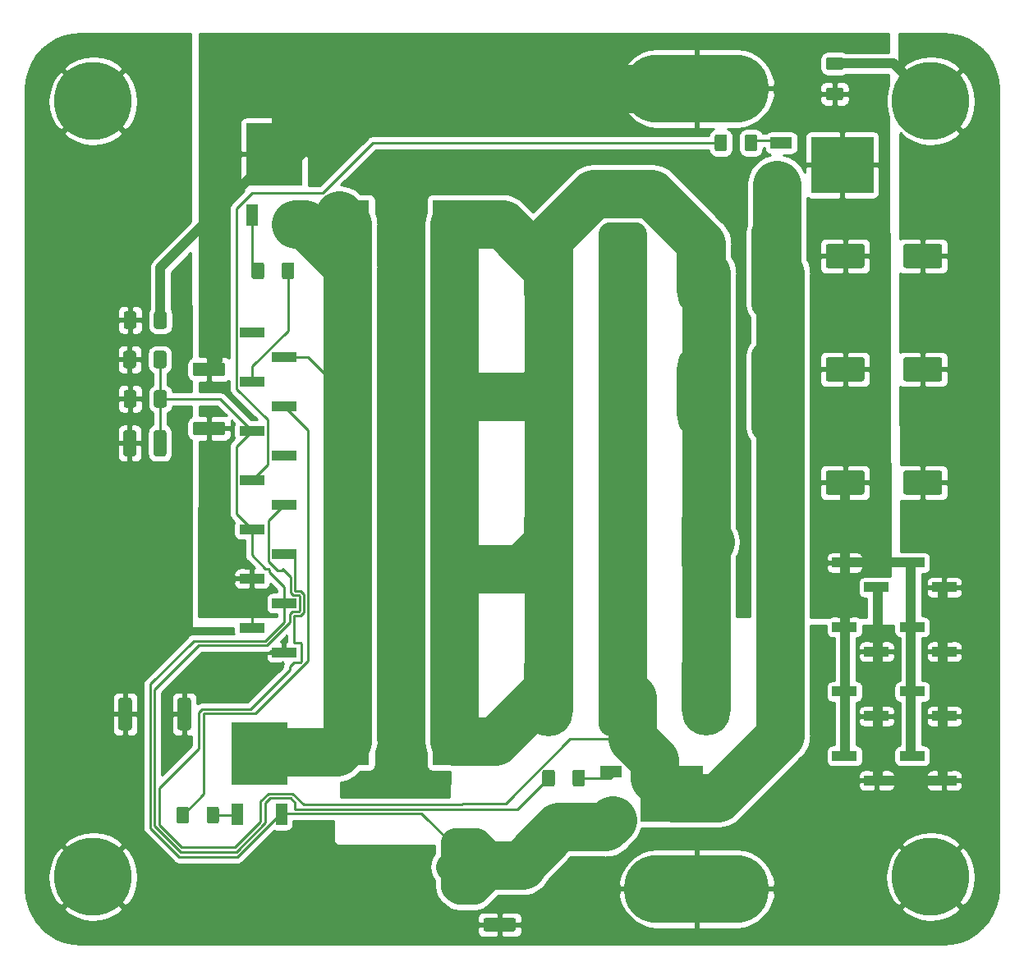
<source format=gbr>
%TF.GenerationSoftware,KiCad,Pcbnew,(5.1.10)-1*%
%TF.CreationDate,2021-09-14T12:20:03+02:00*%
%TF.ProjectId,BTS-MainBoard-Power,4254532d-4d61-4696-9e42-6f6172642d50,rev?*%
%TF.SameCoordinates,Original*%
%TF.FileFunction,Copper,L1,Top*%
%TF.FilePolarity,Positive*%
%FSLAX46Y46*%
G04 Gerber Fmt 4.6, Leading zero omitted, Abs format (unit mm)*
G04 Created by KiCad (PCBNEW (5.1.10)-1) date 2021-09-14 12:20:03*
%MOMM*%
%LPD*%
G01*
G04 APERTURE LIST*
%TA.AperFunction,SMDPad,CuDef*%
%ADD10R,6.400000X5.800000*%
%TD*%
%TA.AperFunction,SMDPad,CuDef*%
%ADD11R,2.200000X1.200000*%
%TD*%
%TA.AperFunction,SMDPad,CuDef*%
%ADD12R,5.800000X6.400000*%
%TD*%
%TA.AperFunction,SMDPad,CuDef*%
%ADD13R,1.200000X2.200000*%
%TD*%
%TA.AperFunction,SMDPad,CuDef*%
%ADD14R,2.510000X1.000000*%
%TD*%
%TA.AperFunction,ConnectorPad*%
%ADD15C,8.000000*%
%TD*%
%TA.AperFunction,ComponentPad*%
%ADD16C,4.400000*%
%TD*%
%TA.AperFunction,SMDPad,CuDef*%
%ADD17R,4.500000X5.000000*%
%TD*%
%TA.AperFunction,SMDPad,CuDef*%
%ADD18O,5.000000X10.000000*%
%TD*%
%TA.AperFunction,SMDPad,CuDef*%
%ADD19O,15.000000X7.000000*%
%TD*%
%TA.AperFunction,Conductor*%
%ADD20C,1.000000*%
%TD*%
%TA.AperFunction,Conductor*%
%ADD21C,5.000000*%
%TD*%
%TA.AperFunction,Conductor*%
%ADD22C,0.250000*%
%TD*%
%TA.AperFunction,Conductor*%
%ADD23C,3.000000*%
%TD*%
%TA.AperFunction,Conductor*%
%ADD24C,0.254000*%
%TD*%
%TA.AperFunction,Conductor*%
%ADD25C,0.100000*%
%TD*%
G04 APERTURE END LIST*
D10*
%TO.P,Q4,2*%
%TO.N,/BHS*%
X226060000Y-118490000D03*
D11*
%TO.P,Q4,3*%
%TO.N,/ALS*%
X219760000Y-120770000D03*
%TO.P,Q4,1*%
%TO.N,Net-(Q4-Pad1)*%
X219760000Y-116210000D03*
%TD*%
D10*
%TO.P,Q3,2*%
%TO.N,+12V*%
X243610000Y-53595000D03*
D11*
%TO.P,Q3,3*%
%TO.N,/BHS*%
X237310000Y-55875000D03*
%TO.P,Q3,1*%
%TO.N,Net-(Q3-Pad1)*%
X237310000Y-51315000D03*
%TD*%
D12*
%TO.P,Q2,2*%
%TO.N,/AHS*%
X183516000Y-114276000D03*
D13*
%TO.P,Q2,3*%
%TO.N,/ALS*%
X185796000Y-120576000D03*
%TO.P,Q2,1*%
%TO.N,Net-(Q2-Pad1)*%
X181236000Y-120576000D03*
%TD*%
D12*
%TO.P,Q1,2*%
%TO.N,+12V*%
X185040000Y-52475000D03*
D13*
%TO.P,Q1,3*%
%TO.N,/AHS*%
X187320000Y-58775000D03*
%TO.P,Q1,1*%
%TO.N,Net-(Q1-Pad1)*%
X182760000Y-58775000D03*
%TD*%
D14*
%TO.P,J19,2*%
%TO.N,GND*%
X247146000Y-117094000D03*
%TO.P,J19,1*%
%TO.N,+12V*%
X243836000Y-114554000D03*
%TD*%
%TO.P,J18,2*%
%TO.N,GND*%
X254131000Y-117094000D03*
%TO.P,J18,1*%
%TO.N,+12V*%
X250821000Y-114554000D03*
%TD*%
%TO.P,J17,2*%
%TO.N,GND*%
X254131000Y-110447666D03*
%TO.P,J17,1*%
%TO.N,+12V*%
X250821000Y-107907666D03*
%TD*%
%TO.P,J16,2*%
%TO.N,GND*%
X254131000Y-103801333D03*
%TO.P,J16,1*%
%TO.N,+12V*%
X250821000Y-101261333D03*
%TD*%
%TO.P,J15,2*%
%TO.N,GND*%
X247146000Y-110447666D03*
%TO.P,J15,1*%
%TO.N,+12V*%
X243836000Y-107907666D03*
%TD*%
%TO.P,J14,2*%
%TO.N,GND*%
X247146000Y-103801333D03*
%TO.P,J14,1*%
%TO.N,+12V*%
X243836000Y-101261333D03*
%TD*%
%TO.P,J13,2*%
%TO.N,GND*%
X254131000Y-97155000D03*
%TO.P,J13,1*%
%TO.N,+12V*%
X250821000Y-94615000D03*
%TD*%
%TO.P,J12,2*%
%TO.N,GND*%
X247146000Y-97155000D03*
%TO.P,J12,1*%
%TO.N,+12V*%
X243836000Y-94615000D03*
%TD*%
%TO.P,C4,2*%
%TO.N,GND*%
%TA.AperFunction,SMDPad,CuDef*%
G36*
G01*
X249904000Y-63992000D02*
X249904000Y-61992000D01*
G75*
G02*
X250154000Y-61742000I250000J0D01*
G01*
X253654000Y-61742000D01*
G75*
G02*
X253904000Y-61992000I0J-250000D01*
G01*
X253904000Y-63992000D01*
G75*
G02*
X253654000Y-64242000I-250000J0D01*
G01*
X250154000Y-64242000D01*
G75*
G02*
X249904000Y-63992000I0J250000D01*
G01*
G37*
%TD.AperFunction*%
%TO.P,C4,1*%
%TO.N,+12V*%
%TA.AperFunction,SMDPad,CuDef*%
G36*
G01*
X241904000Y-63992000D02*
X241904000Y-61992000D01*
G75*
G02*
X242154000Y-61742000I250000J0D01*
G01*
X245654000Y-61742000D01*
G75*
G02*
X245904000Y-61992000I0J-250000D01*
G01*
X245904000Y-63992000D01*
G75*
G02*
X245654000Y-64242000I-250000J0D01*
G01*
X242154000Y-64242000D01*
G75*
G02*
X241904000Y-63992000I0J250000D01*
G01*
G37*
%TD.AperFunction*%
%TD*%
%TO.P,C5,2*%
%TO.N,GND*%
%TA.AperFunction,SMDPad,CuDef*%
G36*
G01*
X249904000Y-75676000D02*
X249904000Y-73676000D01*
G75*
G02*
X250154000Y-73426000I250000J0D01*
G01*
X253654000Y-73426000D01*
G75*
G02*
X253904000Y-73676000I0J-250000D01*
G01*
X253904000Y-75676000D01*
G75*
G02*
X253654000Y-75926000I-250000J0D01*
G01*
X250154000Y-75926000D01*
G75*
G02*
X249904000Y-75676000I0J250000D01*
G01*
G37*
%TD.AperFunction*%
%TO.P,C5,1*%
%TO.N,+12V*%
%TA.AperFunction,SMDPad,CuDef*%
G36*
G01*
X241904000Y-75676000D02*
X241904000Y-73676000D01*
G75*
G02*
X242154000Y-73426000I250000J0D01*
G01*
X245654000Y-73426000D01*
G75*
G02*
X245904000Y-73676000I0J-250000D01*
G01*
X245904000Y-75676000D01*
G75*
G02*
X245654000Y-75926000I-250000J0D01*
G01*
X242154000Y-75926000D01*
G75*
G02*
X241904000Y-75676000I0J250000D01*
G01*
G37*
%TD.AperFunction*%
%TD*%
%TO.P,C3,2*%
%TO.N,GND*%
%TA.AperFunction,SMDPad,CuDef*%
G36*
G01*
X249904000Y-87360000D02*
X249904000Y-85360000D01*
G75*
G02*
X250154000Y-85110000I250000J0D01*
G01*
X253654000Y-85110000D01*
G75*
G02*
X253904000Y-85360000I0J-250000D01*
G01*
X253904000Y-87360000D01*
G75*
G02*
X253654000Y-87610000I-250000J0D01*
G01*
X250154000Y-87610000D01*
G75*
G02*
X249904000Y-87360000I0J250000D01*
G01*
G37*
%TD.AperFunction*%
%TO.P,C3,1*%
%TO.N,+12V*%
%TA.AperFunction,SMDPad,CuDef*%
G36*
G01*
X241904000Y-87360000D02*
X241904000Y-85360000D01*
G75*
G02*
X242154000Y-85110000I250000J0D01*
G01*
X245654000Y-85110000D01*
G75*
G02*
X245904000Y-85360000I0J-250000D01*
G01*
X245904000Y-87360000D01*
G75*
G02*
X245654000Y-87610000I-250000J0D01*
G01*
X242154000Y-87610000D01*
G75*
G02*
X241904000Y-87360000I0J250000D01*
G01*
G37*
%TD.AperFunction*%
%TD*%
%TO.P,R2,2*%
%TO.N,GND*%
%TA.AperFunction,SMDPad,CuDef*%
G36*
G01*
X175070000Y-111661001D02*
X175070000Y-108810999D01*
G75*
G02*
X175319999Y-108561000I249999J0D01*
G01*
X176220001Y-108561000D01*
G75*
G02*
X176470000Y-108810999I0J-249999D01*
G01*
X176470000Y-111661001D01*
G75*
G02*
X176220001Y-111911000I-249999J0D01*
G01*
X175319999Y-111911000D01*
G75*
G02*
X175070000Y-111661001I0J249999D01*
G01*
G37*
%TD.AperFunction*%
%TO.P,R2,1*%
%TA.AperFunction,SMDPad,CuDef*%
G36*
G01*
X168970000Y-111661001D02*
X168970000Y-108810999D01*
G75*
G02*
X169219999Y-108561000I249999J0D01*
G01*
X170120001Y-108561000D01*
G75*
G02*
X170370000Y-108810999I0J-249999D01*
G01*
X170370000Y-111661001D01*
G75*
G02*
X170120001Y-111911000I-249999J0D01*
G01*
X169219999Y-111911000D01*
G75*
G02*
X168970000Y-111661001I0J249999D01*
G01*
G37*
%TD.AperFunction*%
%TD*%
%TO.P,R1,2*%
%TO.N,+12V*%
%TA.AperFunction,SMDPad,CuDef*%
G36*
G01*
X179733001Y-75374000D02*
X176882999Y-75374000D01*
G75*
G02*
X176633000Y-75124001I0J249999D01*
G01*
X176633000Y-74223999D01*
G75*
G02*
X176882999Y-73974000I249999J0D01*
G01*
X179733001Y-73974000D01*
G75*
G02*
X179983000Y-74223999I0J-249999D01*
G01*
X179983000Y-75124001D01*
G75*
G02*
X179733001Y-75374000I-249999J0D01*
G01*
G37*
%TD.AperFunction*%
%TO.P,R1,1*%
%TA.AperFunction,SMDPad,CuDef*%
G36*
G01*
X179733001Y-81474000D02*
X176882999Y-81474000D01*
G75*
G02*
X176633000Y-81224001I0J249999D01*
G01*
X176633000Y-80323999D01*
G75*
G02*
X176882999Y-80074000I249999J0D01*
G01*
X179733001Y-80074000D01*
G75*
G02*
X179983000Y-80323999I0J-249999D01*
G01*
X179983000Y-81224001D01*
G75*
G02*
X179733001Y-81474000I-249999J0D01*
G01*
G37*
%TD.AperFunction*%
%TD*%
%TO.P,C11,2*%
%TO.N,GND*%
%TA.AperFunction,SMDPad,CuDef*%
G36*
G01*
X170804000Y-73009997D02*
X170804000Y-74310003D01*
G75*
G02*
X170554003Y-74560000I-249997J0D01*
G01*
X169728997Y-74560000D01*
G75*
G02*
X169479000Y-74310003I0J249997D01*
G01*
X169479000Y-73009997D01*
G75*
G02*
X169728997Y-72760000I249997J0D01*
G01*
X170554003Y-72760000D01*
G75*
G02*
X170804000Y-73009997I0J-249997D01*
G01*
G37*
%TD.AperFunction*%
%TO.P,C11,1*%
%TO.N,/ALS*%
%TA.AperFunction,SMDPad,CuDef*%
G36*
G01*
X173929000Y-73009997D02*
X173929000Y-74310003D01*
G75*
G02*
X173679003Y-74560000I-249997J0D01*
G01*
X172853997Y-74560000D01*
G75*
G02*
X172604000Y-74310003I0J249997D01*
G01*
X172604000Y-73009997D01*
G75*
G02*
X172853997Y-72760000I249997J0D01*
G01*
X173679003Y-72760000D01*
G75*
G02*
X173929000Y-73009997I0J-249997D01*
G01*
G37*
%TD.AperFunction*%
%TD*%
%TO.P,C10,2*%
%TO.N,GND*%
%TA.AperFunction,SMDPad,CuDef*%
G36*
G01*
X170804000Y-81195997D02*
X170804000Y-83396003D01*
G75*
G02*
X170554003Y-83646000I-249997J0D01*
G01*
X169728997Y-83646000D01*
G75*
G02*
X169479000Y-83396003I0J249997D01*
G01*
X169479000Y-81195997D01*
G75*
G02*
X169728997Y-80946000I249997J0D01*
G01*
X170554003Y-80946000D01*
G75*
G02*
X170804000Y-81195997I0J-249997D01*
G01*
G37*
%TD.AperFunction*%
%TO.P,C10,1*%
%TO.N,/ALS*%
%TA.AperFunction,SMDPad,CuDef*%
G36*
G01*
X173929000Y-81195997D02*
X173929000Y-83396003D01*
G75*
G02*
X173679003Y-83646000I-249997J0D01*
G01*
X172853997Y-83646000D01*
G75*
G02*
X172604000Y-83396003I0J249997D01*
G01*
X172604000Y-81195997D01*
G75*
G02*
X172853997Y-80946000I249997J0D01*
G01*
X173679003Y-80946000D01*
G75*
G02*
X173929000Y-81195997I0J-249997D01*
G01*
G37*
%TD.AperFunction*%
%TD*%
%TO.P,C9,2*%
%TO.N,GND*%
%TA.AperFunction,SMDPad,CuDef*%
G36*
G01*
X170842500Y-77073997D02*
X170842500Y-78374003D01*
G75*
G02*
X170592503Y-78624000I-249997J0D01*
G01*
X169767497Y-78624000D01*
G75*
G02*
X169517500Y-78374003I0J249997D01*
G01*
X169517500Y-77073997D01*
G75*
G02*
X169767497Y-76824000I249997J0D01*
G01*
X170592503Y-76824000D01*
G75*
G02*
X170842500Y-77073997I0J-249997D01*
G01*
G37*
%TD.AperFunction*%
%TO.P,C9,1*%
%TO.N,/ALS*%
%TA.AperFunction,SMDPad,CuDef*%
G36*
G01*
X173967500Y-77073997D02*
X173967500Y-78374003D01*
G75*
G02*
X173717503Y-78624000I-249997J0D01*
G01*
X172892497Y-78624000D01*
G75*
G02*
X172642500Y-78374003I0J249997D01*
G01*
X172642500Y-77073997D01*
G75*
G02*
X172892497Y-76824000I249997J0D01*
G01*
X173717503Y-76824000D01*
G75*
G02*
X173967500Y-77073997I0J-249997D01*
G01*
G37*
%TD.AperFunction*%
%TD*%
%TO.P,C1,2*%
%TO.N,GND*%
%TA.AperFunction,SMDPad,CuDef*%
G36*
G01*
X170842500Y-68945997D02*
X170842500Y-70246003D01*
G75*
G02*
X170592503Y-70496000I-249997J0D01*
G01*
X169767497Y-70496000D01*
G75*
G02*
X169517500Y-70246003I0J249997D01*
G01*
X169517500Y-68945997D01*
G75*
G02*
X169767497Y-68696000I249997J0D01*
G01*
X170592503Y-68696000D01*
G75*
G02*
X170842500Y-68945997I0J-249997D01*
G01*
G37*
%TD.AperFunction*%
%TO.P,C1,1*%
%TO.N,+12V*%
%TA.AperFunction,SMDPad,CuDef*%
G36*
G01*
X173967500Y-68945997D02*
X173967500Y-70246003D01*
G75*
G02*
X173717503Y-70496000I-249997J0D01*
G01*
X172892497Y-70496000D01*
G75*
G02*
X172642500Y-70246003I0J249997D01*
G01*
X172642500Y-68945997D01*
G75*
G02*
X172892497Y-68696000I249997J0D01*
G01*
X173717503Y-68696000D01*
G75*
G02*
X173967500Y-68945997I0J-249997D01*
G01*
G37*
%TD.AperFunction*%
%TD*%
%TO.P,J3,14*%
%TO.N,GND*%
X186059000Y-103886000D03*
%TO.P,J3,12*%
%TO.N,/ALS*%
X186059000Y-98806000D03*
%TO.P,J3,10*%
%TO.N,/BHS*%
X186059000Y-93726000D03*
%TO.P,J3,8*%
%TO.N,/BLO*%
X186059000Y-88646000D03*
%TO.P,J3,6*%
%TO.N,N/C*%
X186059000Y-83566000D03*
%TO.P,J3,4*%
%TO.N,/ALO*%
X186059000Y-78486000D03*
%TO.P,J3,2*%
%TO.N,/AHS*%
X186059000Y-73406000D03*
%TO.P,J3,13*%
%TO.N,+12V*%
X182749000Y-101346000D03*
%TO.P,J3,11*%
X182749000Y-96266000D03*
%TO.P,J3,9*%
%TO.N,/ALS*%
X182749000Y-91186000D03*
%TO.P,J3,7*%
%TO.N,/BHO*%
X182749000Y-86106000D03*
%TO.P,J3,5*%
%TO.N,/ALS*%
X182749000Y-81026000D03*
%TO.P,J3,3*%
%TO.N,/AHO*%
X182749000Y-75946000D03*
%TO.P,J3,1*%
%TO.N,N/C*%
X182749000Y-70866000D03*
%TD*%
D15*
%TO.P,H3,1*%
%TO.N,GND*%
X252730000Y-46990000D03*
D16*
X252730000Y-46990000D03*
%TD*%
D15*
%TO.P,H4,1*%
%TO.N,GND*%
X166370000Y-46990000D03*
D16*
X166370000Y-46990000D03*
%TD*%
D15*
%TO.P,H2,1*%
%TO.N,GND*%
X166370000Y-127000000D03*
D16*
X166370000Y-127000000D03*
%TD*%
D15*
%TO.P,H1,1*%
%TO.N,GND*%
X252730000Y-127000000D03*
D16*
X252730000Y-127000000D03*
%TD*%
%TO.P,R11,2*%
%TO.N,/BLO*%
%TA.AperFunction,SMDPad,CuDef*%
G36*
G01*
X213984000Y-116214999D02*
X213984000Y-117465001D01*
G75*
G02*
X213734001Y-117715000I-249999J0D01*
G01*
X212933999Y-117715000D01*
G75*
G02*
X212684000Y-117465001I0J249999D01*
G01*
X212684000Y-116214999D01*
G75*
G02*
X212933999Y-115965000I249999J0D01*
G01*
X213734001Y-115965000D01*
G75*
G02*
X213984000Y-116214999I0J-249999D01*
G01*
G37*
%TD.AperFunction*%
%TO.P,R11,1*%
%TO.N,Net-(Q4-Pad1)*%
%TA.AperFunction,SMDPad,CuDef*%
G36*
G01*
X217084000Y-116214999D02*
X217084000Y-117465001D01*
G75*
G02*
X216834001Y-117715000I-249999J0D01*
G01*
X216033999Y-117715000D01*
G75*
G02*
X215784000Y-117465001I0J249999D01*
G01*
X215784000Y-116214999D01*
G75*
G02*
X216033999Y-115965000I249999J0D01*
G01*
X216834001Y-115965000D01*
G75*
G02*
X217084000Y-116214999I0J-249999D01*
G01*
G37*
%TD.AperFunction*%
%TD*%
%TO.P,R10,2*%
%TO.N,/BHO*%
%TA.AperFunction,SMDPad,CuDef*%
G36*
G01*
X231738000Y-50682999D02*
X231738000Y-51933001D01*
G75*
G02*
X231488001Y-52183000I-249999J0D01*
G01*
X230687999Y-52183000D01*
G75*
G02*
X230438000Y-51933001I0J249999D01*
G01*
X230438000Y-50682999D01*
G75*
G02*
X230687999Y-50433000I249999J0D01*
G01*
X231488001Y-50433000D01*
G75*
G02*
X231738000Y-50682999I0J-249999D01*
G01*
G37*
%TD.AperFunction*%
%TO.P,R10,1*%
%TO.N,Net-(Q3-Pad1)*%
%TA.AperFunction,SMDPad,CuDef*%
G36*
G01*
X234838000Y-50682999D02*
X234838000Y-51933001D01*
G75*
G02*
X234588001Y-52183000I-249999J0D01*
G01*
X233787999Y-52183000D01*
G75*
G02*
X233538000Y-51933001I0J249999D01*
G01*
X233538000Y-50682999D01*
G75*
G02*
X233787999Y-50433000I249999J0D01*
G01*
X234588001Y-50433000D01*
G75*
G02*
X234838000Y-50682999I0J-249999D01*
G01*
G37*
%TD.AperFunction*%
%TD*%
%TO.P,R9,2*%
%TO.N,GND*%
%TA.AperFunction,SMDPad,CuDef*%
G36*
G01*
X206854999Y-131255000D02*
X209705001Y-131255000D01*
G75*
G02*
X209955000Y-131504999I0J-249999D01*
G01*
X209955000Y-132405001D01*
G75*
G02*
X209705001Y-132655000I-249999J0D01*
G01*
X206854999Y-132655000D01*
G75*
G02*
X206605000Y-132405001I0J249999D01*
G01*
X206605000Y-131504999D01*
G75*
G02*
X206854999Y-131255000I249999J0D01*
G01*
G37*
%TD.AperFunction*%
%TO.P,R9,1*%
%TO.N,/ALS*%
%TA.AperFunction,SMDPad,CuDef*%
G36*
G01*
X206854999Y-125155000D02*
X209705001Y-125155000D01*
G75*
G02*
X209955000Y-125404999I0J-249999D01*
G01*
X209955000Y-126305001D01*
G75*
G02*
X209705001Y-126555000I-249999J0D01*
G01*
X206854999Y-126555000D01*
G75*
G02*
X206605000Y-126305001I0J249999D01*
G01*
X206605000Y-125404999D01*
G75*
G02*
X206854999Y-125155000I249999J0D01*
G01*
G37*
%TD.AperFunction*%
%TD*%
%TO.P,R8,2*%
%TO.N,/ALO*%
%TA.AperFunction,SMDPad,CuDef*%
G36*
G01*
X176265000Y-120024999D02*
X176265000Y-121275001D01*
G75*
G02*
X176015001Y-121525000I-249999J0D01*
G01*
X175214999Y-121525000D01*
G75*
G02*
X174965000Y-121275001I0J249999D01*
G01*
X174965000Y-120024999D01*
G75*
G02*
X175214999Y-119775000I249999J0D01*
G01*
X176015001Y-119775000D01*
G75*
G02*
X176265000Y-120024999I0J-249999D01*
G01*
G37*
%TD.AperFunction*%
%TO.P,R8,1*%
%TO.N,Net-(Q2-Pad1)*%
%TA.AperFunction,SMDPad,CuDef*%
G36*
G01*
X179365000Y-120024999D02*
X179365000Y-121275001D01*
G75*
G02*
X179115001Y-121525000I-249999J0D01*
G01*
X178314999Y-121525000D01*
G75*
G02*
X178065000Y-121275001I0J249999D01*
G01*
X178065000Y-120024999D01*
G75*
G02*
X178314999Y-119775000I249999J0D01*
G01*
X179115001Y-119775000D01*
G75*
G02*
X179365000Y-120024999I0J-249999D01*
G01*
G37*
%TD.AperFunction*%
%TD*%
%TO.P,R7,2*%
%TO.N,/AHO*%
%TA.AperFunction,SMDPad,CuDef*%
G36*
G01*
X185812000Y-65141001D02*
X185812000Y-63890999D01*
G75*
G02*
X186061999Y-63641000I249999J0D01*
G01*
X186862001Y-63641000D01*
G75*
G02*
X187112000Y-63890999I0J-249999D01*
G01*
X187112000Y-65141001D01*
G75*
G02*
X186862001Y-65391000I-249999J0D01*
G01*
X186061999Y-65391000D01*
G75*
G02*
X185812000Y-65141001I0J249999D01*
G01*
G37*
%TD.AperFunction*%
%TO.P,R7,1*%
%TO.N,Net-(Q1-Pad1)*%
%TA.AperFunction,SMDPad,CuDef*%
G36*
G01*
X182712000Y-65141001D02*
X182712000Y-63890999D01*
G75*
G02*
X182961999Y-63641000I249999J0D01*
G01*
X183762001Y-63641000D01*
G75*
G02*
X184012000Y-63890999I0J-249999D01*
G01*
X184012000Y-65141001D01*
G75*
G02*
X183762001Y-65391000I-249999J0D01*
G01*
X182961999Y-65391000D01*
G75*
G02*
X182712000Y-65141001I0J249999D01*
G01*
G37*
%TD.AperFunction*%
%TD*%
D17*
%TO.P,L4,2*%
%TO.N,/PeltierLeft*%
X203620000Y-77470000D03*
%TO.P,L4,1*%
%TO.N,/AHS*%
X192620000Y-77470000D03*
%TD*%
%TO.P,L3,2*%
%TO.N,/PeltierLeft*%
X203620000Y-95250000D03*
%TO.P,L3,1*%
%TO.N,/AHS*%
X192620000Y-95250000D03*
%TD*%
%TO.P,L2,2*%
%TO.N,/PeltierLeft*%
X203620000Y-113030000D03*
%TO.P,L2,1*%
%TO.N,/AHS*%
X192620000Y-113030000D03*
%TD*%
%TO.P,L1,2*%
%TO.N,/PeltierLeft*%
X203620000Y-59690000D03*
%TO.P,L1,1*%
%TO.N,/AHS*%
X192620000Y-59690000D03*
%TD*%
%TO.P,J11,2*%
%TO.N,/BHS*%
%TA.AperFunction,SMDPad,CuDef*%
G36*
G01*
X234736000Y-96250000D02*
X234736000Y-88750000D01*
G75*
G02*
X235986000Y-87500000I1250000J0D01*
G01*
X238486000Y-87500000D01*
G75*
G02*
X239736000Y-88750000I0J-1250000D01*
G01*
X239736000Y-96250000D01*
G75*
G02*
X238486000Y-97500000I-1250000J0D01*
G01*
X235986000Y-97500000D01*
G75*
G02*
X234736000Y-96250000I0J1250000D01*
G01*
G37*
%TD.AperFunction*%
D18*
%TO.P,J11,1*%
%TO.N,/PeltierLeft*%
X229616000Y-92500000D03*
%TD*%
%TO.P,J10,2*%
%TO.N,/BHS*%
%TA.AperFunction,SMDPad,CuDef*%
G36*
G01*
X234228000Y-68012000D02*
X234228000Y-60512000D01*
G75*
G02*
X235478000Y-59262000I1250000J0D01*
G01*
X237978000Y-59262000D01*
G75*
G02*
X239228000Y-60512000I0J-1250000D01*
G01*
X239228000Y-68012000D01*
G75*
G02*
X237978000Y-69262000I-1250000J0D01*
G01*
X235478000Y-69262000D01*
G75*
G02*
X234228000Y-68012000I0J1250000D01*
G01*
G37*
%TD.AperFunction*%
%TO.P,J10,1*%
%TO.N,/PeltierLeft*%
X229108000Y-64262000D03*
%TD*%
%TO.P,J9,2*%
%TO.N,/BHS*%
%TA.AperFunction,SMDPad,CuDef*%
G36*
G01*
X218480000Y-68240000D02*
X218480000Y-60740000D01*
G75*
G02*
X219730000Y-59490000I1250000J0D01*
G01*
X222230000Y-59490000D01*
G75*
G02*
X223480000Y-60740000I0J-1250000D01*
G01*
X223480000Y-68240000D01*
G75*
G02*
X222230000Y-69490000I-1250000J0D01*
G01*
X219730000Y-69490000D01*
G75*
G02*
X218480000Y-68240000I0J1250000D01*
G01*
G37*
%TD.AperFunction*%
%TO.P,J9,1*%
%TO.N,/PeltierLeft*%
X213360000Y-64490000D03*
%TD*%
%TO.P,J8,2*%
%TO.N,/BHS*%
%TA.AperFunction,SMDPad,CuDef*%
G36*
G01*
X218480000Y-96250000D02*
X218480000Y-88750000D01*
G75*
G02*
X219730000Y-87500000I1250000J0D01*
G01*
X222230000Y-87500000D01*
G75*
G02*
X223480000Y-88750000I0J-1250000D01*
G01*
X223480000Y-96250000D01*
G75*
G02*
X222230000Y-97500000I-1250000J0D01*
G01*
X219730000Y-97500000D01*
G75*
G02*
X218480000Y-96250000I0J1250000D01*
G01*
G37*
%TD.AperFunction*%
%TO.P,J8,1*%
%TO.N,/PeltierLeft*%
X213360000Y-92500000D03*
%TD*%
%TO.P,J7,2*%
%TO.N,/BHS*%
%TA.AperFunction,SMDPad,CuDef*%
G36*
G01*
X234228000Y-80712000D02*
X234228000Y-73212000D01*
G75*
G02*
X235478000Y-71962000I1250000J0D01*
G01*
X237978000Y-71962000D01*
G75*
G02*
X239228000Y-73212000I0J-1250000D01*
G01*
X239228000Y-80712000D01*
G75*
G02*
X237978000Y-81962000I-1250000J0D01*
G01*
X235478000Y-81962000D01*
G75*
G02*
X234228000Y-80712000I0J1250000D01*
G01*
G37*
%TD.AperFunction*%
%TO.P,J7,1*%
%TO.N,/PeltierLeft*%
X229108000Y-76962000D03*
%TD*%
%TO.P,J6,2*%
%TO.N,/BHS*%
%TA.AperFunction,SMDPad,CuDef*%
G36*
G01*
X218480000Y-81250000D02*
X218480000Y-73750000D01*
G75*
G02*
X219730000Y-72500000I1250000J0D01*
G01*
X222230000Y-72500000D01*
G75*
G02*
X223480000Y-73750000I0J-1250000D01*
G01*
X223480000Y-81250000D01*
G75*
G02*
X222230000Y-82500000I-1250000J0D01*
G01*
X219730000Y-82500000D01*
G75*
G02*
X218480000Y-81250000I0J1250000D01*
G01*
G37*
%TD.AperFunction*%
%TO.P,J6,1*%
%TO.N,/PeltierLeft*%
X213360000Y-77500000D03*
%TD*%
%TO.P,J5,2*%
%TO.N,/BHS*%
%TA.AperFunction,SMDPad,CuDef*%
G36*
G01*
X234736000Y-111192000D02*
X234736000Y-103692000D01*
G75*
G02*
X235986000Y-102442000I1250000J0D01*
G01*
X238486000Y-102442000D01*
G75*
G02*
X239736000Y-103692000I0J-1250000D01*
G01*
X239736000Y-111192000D01*
G75*
G02*
X238486000Y-112442000I-1250000J0D01*
G01*
X235986000Y-112442000D01*
G75*
G02*
X234736000Y-111192000I0J1250000D01*
G01*
G37*
%TD.AperFunction*%
%TO.P,J5,1*%
%TO.N,/PeltierLeft*%
X229616000Y-107442000D03*
%TD*%
%TO.P,J4,2*%
%TO.N,/BHS*%
%TA.AperFunction,SMDPad,CuDef*%
G36*
G01*
X218480000Y-111250000D02*
X218480000Y-103750000D01*
G75*
G02*
X219730000Y-102500000I1250000J0D01*
G01*
X222230000Y-102500000D01*
G75*
G02*
X223480000Y-103750000I0J-1250000D01*
G01*
X223480000Y-111250000D01*
G75*
G02*
X222230000Y-112500000I-1250000J0D01*
G01*
X219730000Y-112500000D01*
G75*
G02*
X218480000Y-111250000I0J1250000D01*
G01*
G37*
%TD.AperFunction*%
%TO.P,J4,1*%
%TO.N,/PeltierLeft*%
X213360000Y-107500000D03*
%TD*%
D19*
%TO.P,J2,1*%
%TO.N,GND*%
X228600000Y-128270000D03*
%TD*%
%TO.P,J1,1*%
%TO.N,+12V*%
X228600000Y-45720000D03*
%TD*%
%TO.P,C2,2*%
%TO.N,GND*%
%TA.AperFunction,SMDPad,CuDef*%
G36*
G01*
X243474003Y-43804000D02*
X242173997Y-43804000D01*
G75*
G02*
X241924000Y-43554003I0J249997D01*
G01*
X241924000Y-42728997D01*
G75*
G02*
X242173997Y-42479000I249997J0D01*
G01*
X243474003Y-42479000D01*
G75*
G02*
X243724000Y-42728997I0J-249997D01*
G01*
X243724000Y-43554003D01*
G75*
G02*
X243474003Y-43804000I-249997J0D01*
G01*
G37*
%TD.AperFunction*%
%TO.P,C2,1*%
%TO.N,+12V*%
%TA.AperFunction,SMDPad,CuDef*%
G36*
G01*
X243474003Y-46929000D02*
X242173997Y-46929000D01*
G75*
G02*
X241924000Y-46679003I0J249997D01*
G01*
X241924000Y-45853997D01*
G75*
G02*
X242173997Y-45604000I249997J0D01*
G01*
X243474003Y-45604000D01*
G75*
G02*
X243724000Y-45853997I0J-249997D01*
G01*
X243724000Y-46679003D01*
G75*
G02*
X243474003Y-46929000I-249997J0D01*
G01*
G37*
%TD.AperFunction*%
%TD*%
D20*
%TO.N,GND*%
X248881500Y-43141500D02*
X252730000Y-46990000D01*
X242824000Y-43141500D02*
X248881500Y-43141500D01*
X247268000Y-116840000D02*
X247014000Y-117094000D01*
X247268000Y-97155000D02*
X247268000Y-116840000D01*
X247014000Y-117094000D02*
X254126000Y-117094000D01*
X253999000Y-116967000D02*
X254126000Y-117094000D01*
X253999000Y-97282000D02*
X253999000Y-116967000D01*
D21*
%TO.N,+12V*%
X191780000Y-45720000D02*
X228600000Y-45720000D01*
X185000000Y-52500000D02*
X191780000Y-45720000D01*
D20*
X173305000Y-69596000D02*
X173305000Y-64195000D01*
D22*
X182749000Y-96266000D02*
X182749000Y-101346000D01*
D20*
X179202000Y-73780000D02*
X178308000Y-74674000D01*
X179202000Y-58298000D02*
X179202000Y-73780000D01*
X173305000Y-64195000D02*
X179202000Y-58298000D01*
X179202000Y-58298000D02*
X185000000Y-52500000D01*
X243904000Y-114364000D02*
X243714000Y-114554000D01*
X243904000Y-86360000D02*
X243904000Y-114364000D01*
X250572000Y-94615000D02*
X250699000Y-94742000D01*
X243968000Y-94615000D02*
X250572000Y-94615000D01*
X250699000Y-114427000D02*
X250826000Y-114554000D01*
X250699000Y-94742000D02*
X250699000Y-114427000D01*
D23*
%TO.N,/ALS*%
X203331000Y-125855000D02*
X203202000Y-125984000D01*
X208280000Y-125855000D02*
X205869000Y-123444000D01*
X205869000Y-123444000D02*
X203708000Y-123444000D01*
X208280000Y-125855000D02*
X205740000Y-128395000D01*
X205740000Y-128395000D02*
X204087000Y-128395000D01*
X203708000Y-128016000D02*
X204087000Y-128395000D01*
X203708000Y-123444000D02*
X203708000Y-128016000D01*
D22*
X203202000Y-125984000D02*
X204216000Y-125984000D01*
D21*
X214329030Y-121869990D02*
X219192010Y-121869990D01*
X210579990Y-125619030D02*
X214329030Y-121869990D01*
X219192010Y-121869990D02*
X219911000Y-121151000D01*
X210579990Y-125855000D02*
X210579990Y-125619030D01*
X208280000Y-125855000D02*
X210579990Y-125855000D01*
D22*
X173266500Y-73660000D02*
X173266500Y-82296000D01*
X179447000Y-77724000D02*
X182749000Y-81026000D01*
X173305000Y-77724000D02*
X179447000Y-77724000D01*
X200231000Y-120475000D02*
X205611000Y-125855000D01*
X185755000Y-120475000D02*
X200231000Y-120475000D01*
D23*
X205611000Y-125855000D02*
X203331000Y-125855000D01*
X208280000Y-125855000D02*
X205611000Y-125855000D01*
D22*
X181168999Y-82606001D02*
X181168999Y-89605999D01*
X181168999Y-89605999D02*
X182749000Y-91186000D01*
X182749000Y-81026000D02*
X181168999Y-82606001D01*
X184140999Y-95240999D02*
X182749000Y-93849000D01*
X184529001Y-95345999D02*
X184424001Y-95240999D01*
X182749000Y-93849000D02*
X182749000Y-91186000D01*
X184424001Y-95240999D02*
X184140999Y-95240999D01*
X184529001Y-95629001D02*
X184529001Y-95345999D01*
X186059000Y-97159000D02*
X184529001Y-95629001D01*
X186059000Y-98806000D02*
X186059000Y-97159000D01*
X181262000Y-124968000D02*
X185755000Y-120475000D01*
X175260000Y-124968000D02*
X181262000Y-124968000D01*
X172269989Y-121977989D02*
X175260000Y-124968000D01*
X176726011Y-102673989D02*
X172269989Y-107130011D01*
X184121013Y-102673989D02*
X176726011Y-102673989D01*
X186059000Y-100736002D02*
X184121013Y-102673989D01*
X172269989Y-107130011D02*
X172269989Y-121977989D01*
X186059000Y-98806000D02*
X186059000Y-100736002D01*
D21*
%TO.N,/PeltierLeft*%
X229880000Y-92380000D02*
X230000000Y-92500000D01*
X229616000Y-64770000D02*
X229108000Y-64262000D01*
X229616000Y-107442000D02*
X229616000Y-64770000D01*
X213360000Y-61241000D02*
X213360000Y-64490000D01*
X218011010Y-56589990D02*
X213360000Y-61241000D01*
X223948990Y-56589990D02*
X218011010Y-56589990D01*
X229108000Y-61749000D02*
X223948990Y-56589990D01*
X229108000Y-64262000D02*
X229108000Y-61749000D01*
X213360000Y-64490000D02*
X213360000Y-107500000D01*
X203620000Y-59690000D02*
X203620000Y-113030000D01*
X210610000Y-95250000D02*
X213360000Y-92500000D01*
X203620000Y-95250000D02*
X210610000Y-95250000D01*
X207830000Y-113030000D02*
X213360000Y-107500000D01*
X203620000Y-113030000D02*
X207830000Y-113030000D01*
X213330000Y-77470000D02*
X213360000Y-77500000D01*
X203620000Y-77470000D02*
X213330000Y-77470000D01*
X208560000Y-59690000D02*
X213360000Y-64490000D01*
X203620000Y-59690000D02*
X208560000Y-59690000D01*
D22*
%TO.N,/AHO*%
X186462000Y-70662998D02*
X186462000Y-64516000D01*
X182749000Y-74375998D02*
X186462000Y-70662998D01*
X182749000Y-75946000D02*
X182749000Y-74375998D01*
%TO.N,Net-(Q1-Pad1)*%
X182720000Y-63771590D02*
X183413205Y-64464795D01*
X182720000Y-58800000D02*
X182720000Y-63771590D01*
%TO.N,/ALO*%
X177800000Y-118465000D02*
X175615000Y-120650000D01*
X177800000Y-110199988D02*
X177800000Y-118465000D01*
X188539023Y-104742390D02*
X183081425Y-110199988D01*
X183081425Y-110199988D02*
X177800000Y-110199988D01*
X188539023Y-80966023D02*
X188539023Y-104742390D01*
X186059000Y-78486000D02*
X188539023Y-80966023D01*
%TO.N,/BHO*%
X195226834Y-51308000D02*
X231088000Y-51308000D01*
X182719998Y-56515000D02*
X190019834Y-56515000D01*
X181168999Y-58065999D02*
X182719998Y-56515000D01*
X181168999Y-76706001D02*
X181168999Y-58065999D01*
X184329001Y-79866003D02*
X181168999Y-76706001D01*
X184329001Y-84525999D02*
X184329001Y-79866003D01*
X190019834Y-56515000D02*
X195226834Y-51308000D01*
X182749000Y-86106000D02*
X184329001Y-84525999D01*
%TO.N,Net-(Q2-Pad1)*%
X181020000Y-120650000D02*
X181195000Y-120475000D01*
X178715000Y-120650000D02*
X181020000Y-120650000D01*
%TO.N,Net-(Q3-Pad1)*%
X234435000Y-51061000D02*
X234188000Y-51308000D01*
X236881000Y-51061000D02*
X234435000Y-51061000D01*
%TO.N,/BLO*%
X184478999Y-90226001D02*
X186059000Y-88646000D01*
X184478999Y-94486001D02*
X184478999Y-90226001D01*
X185394294Y-95401296D02*
X184478999Y-94486001D01*
X186030704Y-95401296D02*
X185394294Y-95401296D01*
X186030704Y-95401296D02*
X185928000Y-95298592D01*
X210149010Y-120024990D02*
X213334000Y-116840000D01*
X187198000Y-120024990D02*
X210149010Y-120024990D01*
X187198000Y-119345999D02*
X187198000Y-120024990D01*
X186724001Y-118872000D02*
X187198000Y-119345999D01*
X184658000Y-118872000D02*
X186724001Y-118872000D01*
X184150000Y-119380000D02*
X184658000Y-118872000D01*
X184150000Y-121443590D02*
X184150000Y-119380000D01*
X181133590Y-124460000D02*
X184150000Y-121443590D01*
X175388410Y-124460000D02*
X181133590Y-124460000D01*
X172720000Y-121791590D02*
X175388410Y-124460000D01*
X172720000Y-107696000D02*
X172720000Y-121791590D01*
X177292000Y-103124000D02*
X172720000Y-107696000D01*
X184307413Y-103124000D02*
X177292000Y-103124000D01*
X186667956Y-100763457D02*
X184307413Y-103124000D01*
X186667956Y-99894612D02*
X186667956Y-100763457D01*
X186931567Y-99631001D02*
X186667956Y-99894612D01*
X187639001Y-99566001D02*
X187574001Y-99631001D01*
X187002590Y-97980999D02*
X187574001Y-97980999D01*
X186030704Y-95401296D02*
X186738979Y-96109571D01*
X187639001Y-98045999D02*
X187639001Y-99566001D01*
X186738979Y-97717388D02*
X187002590Y-97980999D01*
X186738979Y-96109571D02*
X186738979Y-97717388D01*
X187574001Y-99631001D02*
X186931567Y-99631001D01*
X187574001Y-97980999D02*
X187639001Y-98045999D01*
%TO.N,Net-(Q4-Pad1)*%
X219662000Y-116840000D02*
X219911000Y-116591000D01*
X216434000Y-116840000D02*
X219662000Y-116840000D01*
D21*
%TO.N,/BHS*%
X220980000Y-64490000D02*
X220980000Y-107500000D01*
X237236000Y-64770000D02*
X236728000Y-64262000D01*
X237236000Y-107442000D02*
X237236000Y-64770000D01*
X236881000Y-64109000D02*
X236728000Y-64262000D01*
X236881000Y-55621000D02*
X236881000Y-64109000D01*
X237236000Y-112442000D02*
X237236000Y-107442000D01*
X230807000Y-118871000D02*
X237236000Y-112442000D01*
X226211000Y-118871000D02*
X230807000Y-118871000D01*
X221996000Y-108516000D02*
X220980000Y-107500000D01*
X221996000Y-112776000D02*
X221996000Y-108516000D01*
X224215990Y-114995990D02*
X221996000Y-112776000D01*
X224215990Y-116875990D02*
X224215990Y-114995990D01*
X226211000Y-118871000D02*
X224215990Y-116875990D01*
D22*
X187734001Y-104911001D02*
X187839001Y-104806001D01*
X173228000Y-117856000D02*
X177292000Y-113792000D01*
X177292000Y-113792000D02*
X177292000Y-110071577D01*
X181005180Y-123952000D02*
X175516820Y-123952000D01*
X173228000Y-121663180D02*
X173228000Y-117856000D01*
X177292000Y-110071577D02*
X177613600Y-109749977D01*
X177613600Y-109749977D02*
X182601203Y-109749977D01*
X184471600Y-118421989D02*
X183642000Y-119251589D01*
X187734001Y-102860999D02*
X187117967Y-102860999D01*
X187117967Y-100081012D02*
X187760401Y-100081012D01*
X182601203Y-109749977D02*
X186659402Y-105691778D01*
X187117967Y-102860999D02*
X187117967Y-100081012D01*
X183642000Y-119251589D02*
X183642000Y-121315180D01*
X188089012Y-97859599D02*
X187760401Y-97530988D01*
X187760401Y-97530988D02*
X187188990Y-97530988D01*
X187188990Y-97530988D02*
X187188990Y-93726000D01*
X183642000Y-121315180D02*
X181005180Y-123952000D01*
X208897821Y-119437989D02*
X204496646Y-119437989D01*
X186659402Y-105691778D02*
X186659402Y-105349189D01*
X187760401Y-100081012D02*
X188089012Y-99752401D01*
X175516820Y-123952000D02*
X173228000Y-121663180D01*
X187188990Y-93726000D02*
X186059000Y-93726000D01*
X186910401Y-118421989D02*
X184471600Y-118421989D01*
X188063391Y-119574979D02*
X186910401Y-118421989D01*
X204359656Y-119574979D02*
X188063391Y-119574979D01*
X204496646Y-119437989D02*
X204359656Y-119574979D01*
X188089012Y-99752401D02*
X188089012Y-97859599D01*
X215559810Y-112776000D02*
X208897821Y-119437989D01*
X187839001Y-104806001D02*
X187839001Y-102965999D01*
X187839001Y-102965999D02*
X187734001Y-102860999D01*
X221996000Y-112776000D02*
X215559810Y-112776000D01*
X187097591Y-104911001D02*
X187734001Y-104911001D01*
X186659402Y-105349189D02*
X187097591Y-104911001D01*
D21*
%TO.N,/AHS*%
X191475000Y-114175000D02*
X192620000Y-113030000D01*
X183475000Y-114175000D02*
X191475000Y-114175000D01*
X191730000Y-58800000D02*
X192620000Y-59690000D01*
X188201010Y-59721010D02*
X187280000Y-59721010D01*
X192620000Y-64140000D02*
X188201010Y-59721010D01*
X192620000Y-65620000D02*
X192620000Y-64140000D01*
X192620000Y-59690000D02*
X192620000Y-65620000D01*
X192620000Y-65620000D02*
X192620000Y-113030000D01*
D22*
X188556000Y-73406000D02*
X192620000Y-77470000D01*
X186059000Y-73406000D02*
X188556000Y-73406000D01*
%TD*%
D24*
%TO.N,+12V*%
X248355878Y-42006500D02*
X243986768Y-42006500D01*
X243967388Y-41990595D01*
X243813852Y-41908528D01*
X243647257Y-41857992D01*
X243474003Y-41840928D01*
X242173997Y-41840928D01*
X242000743Y-41857992D01*
X241834148Y-41908528D01*
X241680612Y-41990595D01*
X241546037Y-42101037D01*
X241435595Y-42235612D01*
X241353528Y-42389148D01*
X241302992Y-42555743D01*
X241285928Y-42728997D01*
X241285928Y-43554003D01*
X241302992Y-43727257D01*
X241353528Y-43893852D01*
X241435595Y-44047388D01*
X241546037Y-44181963D01*
X241680612Y-44292405D01*
X241834148Y-44374472D01*
X242000743Y-44425008D01*
X242173997Y-44442072D01*
X243474003Y-44442072D01*
X243647257Y-44425008D01*
X243813852Y-44374472D01*
X243967388Y-44292405D01*
X243986768Y-44276500D01*
X248363003Y-44276500D01*
X248366568Y-45412417D01*
X248273120Y-45638020D01*
X248095000Y-46533492D01*
X248095000Y-47446508D01*
X248273120Y-48341980D01*
X248376547Y-48591674D01*
X248525438Y-96029184D01*
X248401000Y-96016928D01*
X247292561Y-96016928D01*
X247268000Y-96014509D01*
X247243439Y-96016928D01*
X245891000Y-96016928D01*
X245766518Y-96029188D01*
X245646820Y-96065498D01*
X245536506Y-96124463D01*
X245439815Y-96203815D01*
X245360463Y-96300506D01*
X245301498Y-96410820D01*
X245265188Y-96530518D01*
X245252928Y-96655000D01*
X245252928Y-97655000D01*
X245265188Y-97779482D01*
X245301498Y-97899180D01*
X245360463Y-98009494D01*
X245439815Y-98106185D01*
X245536506Y-98185537D01*
X245646820Y-98244502D01*
X245766518Y-98280812D01*
X245891000Y-98293072D01*
X246133000Y-98293072D01*
X246133000Y-100220890D01*
X245425782Y-100220260D01*
X245335180Y-100171831D01*
X245215482Y-100135521D01*
X245091000Y-100123261D01*
X244121750Y-100126333D01*
X244029068Y-100219015D01*
X243642587Y-100218670D01*
X243550250Y-100126333D01*
X242581000Y-100123261D01*
X242456518Y-100135521D01*
X242336820Y-100171831D01*
X242251511Y-100217431D01*
X240371000Y-100215755D01*
X240371000Y-96281190D01*
X240374072Y-96250000D01*
X240374072Y-95115000D01*
X241942928Y-95115000D01*
X241955188Y-95239482D01*
X241991498Y-95359180D01*
X242050463Y-95469494D01*
X242129815Y-95566185D01*
X242226506Y-95645537D01*
X242336820Y-95704502D01*
X242456518Y-95740812D01*
X242581000Y-95753072D01*
X243550250Y-95750000D01*
X243709000Y-95591250D01*
X243709000Y-94742000D01*
X243963000Y-94742000D01*
X243963000Y-95591250D01*
X244121750Y-95750000D01*
X245091000Y-95753072D01*
X245215482Y-95740812D01*
X245335180Y-95704502D01*
X245445494Y-95645537D01*
X245542185Y-95566185D01*
X245621537Y-95469494D01*
X245680502Y-95359180D01*
X245716812Y-95239482D01*
X245729072Y-95115000D01*
X245726000Y-94900750D01*
X245567250Y-94742000D01*
X243963000Y-94742000D01*
X243709000Y-94742000D01*
X242104750Y-94742000D01*
X241946000Y-94900750D01*
X241942928Y-95115000D01*
X240374072Y-95115000D01*
X240374072Y-94115000D01*
X241942928Y-94115000D01*
X241946000Y-94329250D01*
X242104750Y-94488000D01*
X243709000Y-94488000D01*
X243709000Y-93638750D01*
X243963000Y-93638750D01*
X243963000Y-94488000D01*
X245567250Y-94488000D01*
X245726000Y-94329250D01*
X245729072Y-94115000D01*
X245716812Y-93990518D01*
X245680502Y-93870820D01*
X245621537Y-93760506D01*
X245542185Y-93663815D01*
X245445494Y-93584463D01*
X245335180Y-93525498D01*
X245215482Y-93489188D01*
X245091000Y-93476928D01*
X244121750Y-93480000D01*
X243963000Y-93638750D01*
X243709000Y-93638750D01*
X243550250Y-93480000D01*
X242581000Y-93476928D01*
X242456518Y-93489188D01*
X242336820Y-93525498D01*
X242226506Y-93584463D01*
X242129815Y-93663815D01*
X242050463Y-93760506D01*
X241991498Y-93870820D01*
X241955188Y-93990518D01*
X241942928Y-94115000D01*
X240374072Y-94115000D01*
X240374072Y-88750000D01*
X240371000Y-88718810D01*
X240371000Y-87610000D01*
X241265928Y-87610000D01*
X241278188Y-87734482D01*
X241314498Y-87854180D01*
X241373463Y-87964494D01*
X241452815Y-88061185D01*
X241549506Y-88140537D01*
X241659820Y-88199502D01*
X241779518Y-88235812D01*
X241904000Y-88248072D01*
X243618250Y-88245000D01*
X243777000Y-88086250D01*
X243777000Y-86487000D01*
X244031000Y-86487000D01*
X244031000Y-88086250D01*
X244189750Y-88245000D01*
X245904000Y-88248072D01*
X246028482Y-88235812D01*
X246148180Y-88199502D01*
X246258494Y-88140537D01*
X246355185Y-88061185D01*
X246434537Y-87964494D01*
X246493502Y-87854180D01*
X246529812Y-87734482D01*
X246542072Y-87610000D01*
X246539000Y-86645750D01*
X246380250Y-86487000D01*
X244031000Y-86487000D01*
X243777000Y-86487000D01*
X241427750Y-86487000D01*
X241269000Y-86645750D01*
X241265928Y-87610000D01*
X240371000Y-87610000D01*
X240371000Y-85110000D01*
X241265928Y-85110000D01*
X241269000Y-86074250D01*
X241427750Y-86233000D01*
X243777000Y-86233000D01*
X243777000Y-84633750D01*
X244031000Y-84633750D01*
X244031000Y-86233000D01*
X246380250Y-86233000D01*
X246539000Y-86074250D01*
X246542072Y-85110000D01*
X246529812Y-84985518D01*
X246493502Y-84865820D01*
X246434537Y-84755506D01*
X246355185Y-84658815D01*
X246258494Y-84579463D01*
X246148180Y-84520498D01*
X246028482Y-84484188D01*
X245904000Y-84471928D01*
X244189750Y-84475000D01*
X244031000Y-84633750D01*
X243777000Y-84633750D01*
X243618250Y-84475000D01*
X241904000Y-84471928D01*
X241779518Y-84484188D01*
X241659820Y-84520498D01*
X241549506Y-84579463D01*
X241452815Y-84658815D01*
X241373463Y-84755506D01*
X241314498Y-84865820D01*
X241278188Y-84985518D01*
X241265928Y-85110000D01*
X240371000Y-85110000D01*
X240371000Y-75926000D01*
X241265928Y-75926000D01*
X241278188Y-76050482D01*
X241314498Y-76170180D01*
X241373463Y-76280494D01*
X241452815Y-76377185D01*
X241549506Y-76456537D01*
X241659820Y-76515502D01*
X241779518Y-76551812D01*
X241904000Y-76564072D01*
X243618250Y-76561000D01*
X243777000Y-76402250D01*
X243777000Y-74803000D01*
X244031000Y-74803000D01*
X244031000Y-76402250D01*
X244189750Y-76561000D01*
X245904000Y-76564072D01*
X246028482Y-76551812D01*
X246148180Y-76515502D01*
X246258494Y-76456537D01*
X246355185Y-76377185D01*
X246434537Y-76280494D01*
X246493502Y-76170180D01*
X246529812Y-76050482D01*
X246542072Y-75926000D01*
X246539000Y-74961750D01*
X246380250Y-74803000D01*
X244031000Y-74803000D01*
X243777000Y-74803000D01*
X241427750Y-74803000D01*
X241269000Y-74961750D01*
X241265928Y-75926000D01*
X240371000Y-75926000D01*
X240371000Y-73426000D01*
X241265928Y-73426000D01*
X241269000Y-74390250D01*
X241427750Y-74549000D01*
X243777000Y-74549000D01*
X243777000Y-72949750D01*
X244031000Y-72949750D01*
X244031000Y-74549000D01*
X246380250Y-74549000D01*
X246539000Y-74390250D01*
X246542072Y-73426000D01*
X246529812Y-73301518D01*
X246493502Y-73181820D01*
X246434537Y-73071506D01*
X246355185Y-72974815D01*
X246258494Y-72895463D01*
X246148180Y-72836498D01*
X246028482Y-72800188D01*
X245904000Y-72787928D01*
X244189750Y-72791000D01*
X244031000Y-72949750D01*
X243777000Y-72949750D01*
X243618250Y-72791000D01*
X241904000Y-72787928D01*
X241779518Y-72800188D01*
X241659820Y-72836498D01*
X241549506Y-72895463D01*
X241452815Y-72974815D01*
X241373463Y-73071506D01*
X241314498Y-73181820D01*
X241278188Y-73301518D01*
X241265928Y-73426000D01*
X240371000Y-73426000D01*
X240371000Y-64923994D01*
X240386167Y-64769999D01*
X240371000Y-64616005D01*
X240371000Y-64615998D01*
X240334165Y-64242000D01*
X241265928Y-64242000D01*
X241278188Y-64366482D01*
X241314498Y-64486180D01*
X241373463Y-64596494D01*
X241452815Y-64693185D01*
X241549506Y-64772537D01*
X241659820Y-64831502D01*
X241779518Y-64867812D01*
X241904000Y-64880072D01*
X243618250Y-64877000D01*
X243777000Y-64718250D01*
X243777000Y-63119000D01*
X244031000Y-63119000D01*
X244031000Y-64718250D01*
X244189750Y-64877000D01*
X245904000Y-64880072D01*
X246028482Y-64867812D01*
X246148180Y-64831502D01*
X246258494Y-64772537D01*
X246355185Y-64693185D01*
X246434537Y-64596494D01*
X246493502Y-64486180D01*
X246529812Y-64366482D01*
X246542072Y-64242000D01*
X246539000Y-63277750D01*
X246380250Y-63119000D01*
X244031000Y-63119000D01*
X243777000Y-63119000D01*
X241427750Y-63119000D01*
X241269000Y-63277750D01*
X241265928Y-64242000D01*
X240334165Y-64242000D01*
X240325638Y-64155433D01*
X240146376Y-63564483D01*
X240016000Y-63320567D01*
X240016000Y-61742000D01*
X241265928Y-61742000D01*
X241269000Y-62706250D01*
X241427750Y-62865000D01*
X243777000Y-62865000D01*
X243777000Y-61265750D01*
X244031000Y-61265750D01*
X244031000Y-62865000D01*
X246380250Y-62865000D01*
X246539000Y-62706250D01*
X246542072Y-61742000D01*
X246529812Y-61617518D01*
X246493502Y-61497820D01*
X246434537Y-61387506D01*
X246355185Y-61290815D01*
X246258494Y-61211463D01*
X246148180Y-61152498D01*
X246028482Y-61116188D01*
X245904000Y-61103928D01*
X244189750Y-61107000D01*
X244031000Y-61265750D01*
X243777000Y-61265750D01*
X243618250Y-61107000D01*
X241904000Y-61103928D01*
X241779518Y-61116188D01*
X241659820Y-61152498D01*
X241549506Y-61211463D01*
X241452815Y-61290815D01*
X241373463Y-61387506D01*
X241314498Y-61497820D01*
X241278188Y-61617518D01*
X241265928Y-61742000D01*
X240016000Y-61742000D01*
X240016000Y-56993115D01*
X240055506Y-57025537D01*
X240165820Y-57084502D01*
X240285518Y-57120812D01*
X240410000Y-57133072D01*
X243324250Y-57130000D01*
X243483000Y-56971250D01*
X243483000Y-53722000D01*
X243737000Y-53722000D01*
X243737000Y-56971250D01*
X243895750Y-57130000D01*
X246810000Y-57133072D01*
X246934482Y-57120812D01*
X247054180Y-57084502D01*
X247164494Y-57025537D01*
X247261185Y-56946185D01*
X247340537Y-56849494D01*
X247399502Y-56739180D01*
X247435812Y-56619482D01*
X247448072Y-56495000D01*
X247445000Y-53880750D01*
X247286250Y-53722000D01*
X243737000Y-53722000D01*
X243483000Y-53722000D01*
X239933750Y-53722000D01*
X239775000Y-53880750D01*
X239774409Y-54383740D01*
X239500269Y-53870860D01*
X239108505Y-53393495D01*
X238631139Y-53001731D01*
X238086516Y-52710624D01*
X237567135Y-52553072D01*
X238410000Y-52553072D01*
X238534482Y-52540812D01*
X238654180Y-52504502D01*
X238764494Y-52445537D01*
X238861185Y-52366185D01*
X238940537Y-52269494D01*
X238999502Y-52159180D01*
X239035812Y-52039482D01*
X239048072Y-51915000D01*
X239048072Y-50715000D01*
X239046103Y-50695000D01*
X239771928Y-50695000D01*
X239775000Y-53309250D01*
X239933750Y-53468000D01*
X243483000Y-53468000D01*
X243483000Y-50218750D01*
X243737000Y-50218750D01*
X243737000Y-53468000D01*
X247286250Y-53468000D01*
X247445000Y-53309250D01*
X247448072Y-50695000D01*
X247435812Y-50570518D01*
X247399502Y-50450820D01*
X247340537Y-50340506D01*
X247261185Y-50243815D01*
X247164494Y-50164463D01*
X247054180Y-50105498D01*
X246934482Y-50069188D01*
X246810000Y-50056928D01*
X243895750Y-50060000D01*
X243737000Y-50218750D01*
X243483000Y-50218750D01*
X243324250Y-50060000D01*
X240410000Y-50056928D01*
X240285518Y-50069188D01*
X240165820Y-50105498D01*
X240055506Y-50164463D01*
X239958815Y-50243815D01*
X239879463Y-50340506D01*
X239820498Y-50450820D01*
X239784188Y-50570518D01*
X239771928Y-50695000D01*
X239046103Y-50695000D01*
X239035812Y-50590518D01*
X238999502Y-50470820D01*
X238940537Y-50360506D01*
X238861185Y-50263815D01*
X238764494Y-50184463D01*
X238654180Y-50125498D01*
X238534482Y-50089188D01*
X238410000Y-50076928D01*
X236210000Y-50076928D01*
X236085518Y-50089188D01*
X235965820Y-50125498D01*
X235855506Y-50184463D01*
X235758815Y-50263815D01*
X235728298Y-50301000D01*
X235385943Y-50301000D01*
X235326405Y-50189613D01*
X235215962Y-50055038D01*
X235081387Y-49944595D01*
X234927851Y-49862528D01*
X234761255Y-49811992D01*
X234588001Y-49794928D01*
X233787999Y-49794928D01*
X233614745Y-49811992D01*
X233448149Y-49862528D01*
X233294613Y-49944595D01*
X233160038Y-50055038D01*
X233049595Y-50189613D01*
X232967528Y-50343149D01*
X232916992Y-50509745D01*
X232899928Y-50682999D01*
X232899928Y-51933001D01*
X232916992Y-52106255D01*
X232967528Y-52272851D01*
X233049595Y-52426387D01*
X233160038Y-52560962D01*
X233294613Y-52671405D01*
X233448149Y-52753472D01*
X233614745Y-52804008D01*
X233787999Y-52821072D01*
X234588001Y-52821072D01*
X234761255Y-52804008D01*
X234927851Y-52753472D01*
X235081387Y-52671405D01*
X235215962Y-52560962D01*
X235326405Y-52426387D01*
X235408472Y-52272851D01*
X235459008Y-52106255D01*
X235476072Y-51933001D01*
X235476072Y-51821000D01*
X235571928Y-51821000D01*
X235571928Y-51915000D01*
X235584188Y-52039482D01*
X235620498Y-52159180D01*
X235679463Y-52269494D01*
X235758815Y-52366185D01*
X235855506Y-52445537D01*
X235965820Y-52504502D01*
X236085518Y-52540812D01*
X236198574Y-52551947D01*
X235675483Y-52710624D01*
X235130860Y-53001731D01*
X234653495Y-53393495D01*
X234261731Y-53870861D01*
X233970624Y-54415484D01*
X233791362Y-55006434D01*
X233746000Y-55466999D01*
X233746000Y-59766358D01*
X233733649Y-59789466D01*
X233626207Y-60143655D01*
X233589928Y-60512000D01*
X233589928Y-64139196D01*
X233577833Y-64262000D01*
X233589928Y-64384804D01*
X233589928Y-68012000D01*
X233626207Y-68380345D01*
X233733649Y-68734534D01*
X233908126Y-69060957D01*
X234101001Y-69295977D01*
X234101001Y-71928023D01*
X233908126Y-72163043D01*
X233733649Y-72489466D01*
X233626207Y-72843655D01*
X233589928Y-73212000D01*
X233589928Y-80712000D01*
X233626207Y-81080345D01*
X233733649Y-81434534D01*
X233908126Y-81760957D01*
X234101001Y-81995976D01*
X234101000Y-88718805D01*
X234097928Y-88750000D01*
X234097928Y-96250000D01*
X234101000Y-96281193D01*
X234101000Y-100210166D01*
X232751000Y-100208963D01*
X232751000Y-94003687D01*
X232910376Y-93705517D01*
X233089638Y-93114567D01*
X233150168Y-92500000D01*
X233089638Y-91885434D01*
X232910376Y-91294483D01*
X232751000Y-90996313D01*
X232751000Y-64923994D01*
X232766167Y-64769999D01*
X232751000Y-64616005D01*
X232751000Y-64615998D01*
X232705638Y-64155433D01*
X232526376Y-63564483D01*
X232243000Y-63034324D01*
X232243000Y-61902995D01*
X232258167Y-61749000D01*
X232243000Y-61595005D01*
X232243000Y-61594998D01*
X232197638Y-61134433D01*
X232018376Y-60543483D01*
X231727269Y-59998860D01*
X231335505Y-59521495D01*
X231215881Y-59423322D01*
X226274673Y-54482115D01*
X226176495Y-54362485D01*
X225699130Y-53970721D01*
X225154507Y-53679614D01*
X224563557Y-53500352D01*
X224102992Y-53454990D01*
X224102985Y-53454990D01*
X223948990Y-53439823D01*
X223794995Y-53454990D01*
X218165004Y-53454990D01*
X218011009Y-53439823D01*
X217857014Y-53454990D01*
X217857008Y-53454990D01*
X217458480Y-53494242D01*
X217396442Y-53500352D01*
X217217180Y-53554731D01*
X216805493Y-53679614D01*
X216260870Y-53970721D01*
X215783505Y-54362485D01*
X215685336Y-54482104D01*
X211735500Y-58431942D01*
X210885683Y-57582125D01*
X210787505Y-57462495D01*
X210310140Y-57070731D01*
X209765517Y-56779624D01*
X209174567Y-56600362D01*
X208714002Y-56555000D01*
X208713995Y-56555000D01*
X208560000Y-56539833D01*
X208406005Y-56555000D01*
X205901192Y-56555000D01*
X205870000Y-56551928D01*
X203742812Y-56551928D01*
X203620000Y-56539832D01*
X203497188Y-56551928D01*
X201370000Y-56551928D01*
X201245518Y-56564188D01*
X201125820Y-56600498D01*
X201015506Y-56659463D01*
X200918815Y-56738815D01*
X200839463Y-56835506D01*
X200780498Y-56945820D01*
X200744188Y-57065518D01*
X200731928Y-57190000D01*
X200731928Y-58442755D01*
X200709624Y-58484483D01*
X200530362Y-59075433D01*
X200469832Y-59690000D01*
X200485000Y-59844002D01*
X200485000Y-77315994D01*
X200469832Y-77470000D01*
X200485000Y-77624006D01*
X200485001Y-95095991D01*
X200469832Y-95250000D01*
X200485001Y-95404009D01*
X200485001Y-112875988D01*
X200469832Y-113030000D01*
X200530362Y-113644567D01*
X200709624Y-114235517D01*
X200731928Y-114277245D01*
X200731928Y-115530000D01*
X200744188Y-115654482D01*
X200780498Y-115774180D01*
X200839463Y-115884494D01*
X200918815Y-115981185D01*
X201015506Y-116060537D01*
X201125820Y-116119502D01*
X201245518Y-116155812D01*
X201370000Y-116168072D01*
X203150945Y-116168072D01*
X203121561Y-118814979D01*
X191897000Y-118814979D01*
X191897000Y-117283604D01*
X192089567Y-117264638D01*
X192680517Y-117085376D01*
X193225140Y-116794269D01*
X193702505Y-116402505D01*
X193800683Y-116282875D01*
X193915486Y-116168072D01*
X194870000Y-116168072D01*
X194994482Y-116155812D01*
X195114180Y-116119502D01*
X195224494Y-116060537D01*
X195321185Y-115981185D01*
X195400537Y-115884494D01*
X195459502Y-115774180D01*
X195495812Y-115654482D01*
X195508072Y-115530000D01*
X195508072Y-114277245D01*
X195530376Y-114235517D01*
X195576263Y-114084247D01*
X195709639Y-113644567D01*
X195770168Y-113030000D01*
X195755000Y-112875995D01*
X195755000Y-64294005D01*
X195770168Y-64140000D01*
X195755000Y-63985995D01*
X195755000Y-59843994D01*
X195770167Y-59689999D01*
X195755000Y-59536004D01*
X195755000Y-59535998D01*
X195709638Y-59075433D01*
X195690850Y-59013495D01*
X195641839Y-58851928D01*
X195530376Y-58484483D01*
X195508072Y-58442755D01*
X195508072Y-57190000D01*
X195495812Y-57065518D01*
X195459502Y-56945820D01*
X195400537Y-56835506D01*
X195321185Y-56738815D01*
X195224494Y-56659463D01*
X195114180Y-56600498D01*
X194994482Y-56564188D01*
X194870000Y-56551928D01*
X193915486Y-56551928D01*
X193837883Y-56474325D01*
X193480139Y-56180732D01*
X192935517Y-55889625D01*
X192344567Y-55710362D01*
X191939198Y-55670437D01*
X195541636Y-52068000D01*
X229813224Y-52068000D01*
X229816992Y-52106255D01*
X229867528Y-52272851D01*
X229949595Y-52426387D01*
X230060038Y-52560962D01*
X230194613Y-52671405D01*
X230348149Y-52753472D01*
X230514745Y-52804008D01*
X230687999Y-52821072D01*
X231488001Y-52821072D01*
X231661255Y-52804008D01*
X231827851Y-52753472D01*
X231981387Y-52671405D01*
X232115962Y-52560962D01*
X232226405Y-52426387D01*
X232308472Y-52272851D01*
X232359008Y-52106255D01*
X232376072Y-51933001D01*
X232376072Y-50682999D01*
X232359008Y-50509745D01*
X232308472Y-50343149D01*
X232226405Y-50189613D01*
X232115962Y-50055038D01*
X231981387Y-49944595D01*
X231827851Y-49862528D01*
X231803034Y-49855000D01*
X232727000Y-49855000D01*
X233531258Y-49750771D01*
X234299729Y-49491641D01*
X235002880Y-49087569D01*
X235613689Y-48554083D01*
X236108684Y-47911685D01*
X236468842Y-47185062D01*
X236540315Y-46929000D01*
X241285928Y-46929000D01*
X241298188Y-47053482D01*
X241334498Y-47173180D01*
X241393463Y-47283494D01*
X241472815Y-47380185D01*
X241569506Y-47459537D01*
X241679820Y-47518502D01*
X241799518Y-47554812D01*
X241924000Y-47567072D01*
X242538250Y-47564000D01*
X242697000Y-47405250D01*
X242697000Y-46393500D01*
X242951000Y-46393500D01*
X242951000Y-47405250D01*
X243109750Y-47564000D01*
X243724000Y-47567072D01*
X243848482Y-47554812D01*
X243968180Y-47518502D01*
X244078494Y-47459537D01*
X244175185Y-47380185D01*
X244254537Y-47283494D01*
X244313502Y-47173180D01*
X244349812Y-47053482D01*
X244362072Y-46929000D01*
X244359000Y-46552250D01*
X244200250Y-46393500D01*
X242951000Y-46393500D01*
X242697000Y-46393500D01*
X241447750Y-46393500D01*
X241289000Y-46552250D01*
X241285928Y-46929000D01*
X236540315Y-46929000D01*
X236662297Y-46491988D01*
X236574221Y-45847000D01*
X228727000Y-45847000D01*
X228727000Y-49855000D01*
X230372966Y-49855000D01*
X230348149Y-49862528D01*
X230194613Y-49944595D01*
X230060038Y-50055038D01*
X229949595Y-50189613D01*
X229867528Y-50343149D01*
X229816992Y-50509745D01*
X229813224Y-50548000D01*
X195264156Y-50548000D01*
X195226833Y-50544324D01*
X195189511Y-50548000D01*
X195189501Y-50548000D01*
X195077848Y-50558997D01*
X194934587Y-50602454D01*
X194802557Y-50673026D01*
X194718917Y-50741668D01*
X194686833Y-50767999D01*
X194663035Y-50796997D01*
X189705033Y-55755000D01*
X188570193Y-55755000D01*
X188578072Y-55675000D01*
X188575000Y-52760750D01*
X188416250Y-52602000D01*
X185167000Y-52602000D01*
X185167000Y-52622000D01*
X184913000Y-52622000D01*
X184913000Y-52602000D01*
X181663750Y-52602000D01*
X181505000Y-52760750D01*
X181501928Y-55675000D01*
X181514188Y-55799482D01*
X181550498Y-55919180D01*
X181609463Y-56029494D01*
X181688815Y-56126185D01*
X181785506Y-56205537D01*
X181895738Y-56264458D01*
X180657997Y-57502200D01*
X180628999Y-57525998D01*
X180605201Y-57554996D01*
X180605200Y-57554997D01*
X180534025Y-57641723D01*
X180463453Y-57773753D01*
X180433179Y-57873557D01*
X180419997Y-57917013D01*
X180414692Y-57970871D01*
X180405323Y-58065999D01*
X180409000Y-58103332D01*
X180408999Y-73502146D01*
X180337494Y-73443463D01*
X180227180Y-73384498D01*
X180107482Y-73348188D01*
X179983000Y-73335928D01*
X178593750Y-73339000D01*
X178435000Y-73497750D01*
X178435000Y-74547000D01*
X178455000Y-74547000D01*
X178455000Y-74801000D01*
X178435000Y-74801000D01*
X178435000Y-75850250D01*
X178593750Y-76009000D01*
X179983000Y-76012072D01*
X180107482Y-75999812D01*
X180227180Y-75963502D01*
X180337494Y-75904537D01*
X180408999Y-75845855D01*
X180408999Y-76668679D01*
X180405323Y-76706001D01*
X180408999Y-76743323D01*
X180408999Y-76743333D01*
X180419996Y-76854986D01*
X180463453Y-76998247D01*
X180534025Y-77130277D01*
X180572988Y-77177753D01*
X180628998Y-77246002D01*
X180658002Y-77269805D01*
X183276124Y-79887928D01*
X182685730Y-79887928D01*
X180010804Y-77213003D01*
X179987001Y-77183999D01*
X179871276Y-77089026D01*
X179739247Y-77018454D01*
X179595986Y-76974997D01*
X179484333Y-76964000D01*
X179484322Y-76964000D01*
X179447000Y-76960324D01*
X179409678Y-76964000D01*
X177316425Y-76964000D01*
X177317422Y-76010559D01*
X178022250Y-76009000D01*
X178181000Y-75850250D01*
X178181000Y-74801000D01*
X178161000Y-74801000D01*
X178161000Y-74547000D01*
X178181000Y-74547000D01*
X178181000Y-73497750D01*
X178022250Y-73339000D01*
X177320216Y-73337448D01*
X177345375Y-49275000D01*
X181501928Y-49275000D01*
X181505000Y-52189250D01*
X181663750Y-52348000D01*
X184913000Y-52348000D01*
X184913000Y-48798750D01*
X185167000Y-48798750D01*
X185167000Y-52348000D01*
X188416250Y-52348000D01*
X188575000Y-52189250D01*
X188578072Y-49275000D01*
X188565812Y-49150518D01*
X188529502Y-49030820D01*
X188470537Y-48920506D01*
X188391185Y-48823815D01*
X188294494Y-48744463D01*
X188184180Y-48685498D01*
X188064482Y-48649188D01*
X187940000Y-48636928D01*
X185325750Y-48640000D01*
X185167000Y-48798750D01*
X184913000Y-48798750D01*
X184754250Y-48640000D01*
X182140000Y-48636928D01*
X182015518Y-48649188D01*
X181895820Y-48685498D01*
X181785506Y-48744463D01*
X181688815Y-48823815D01*
X181609463Y-48920506D01*
X181550498Y-49030820D01*
X181514188Y-49150518D01*
X181501928Y-49275000D01*
X177345375Y-49275000D01*
X177348285Y-46491988D01*
X220537703Y-46491988D01*
X220731158Y-47185062D01*
X221091316Y-47911685D01*
X221586311Y-48554083D01*
X222197120Y-49087569D01*
X222900271Y-49491641D01*
X223668742Y-49750771D01*
X224473000Y-49855000D01*
X228473000Y-49855000D01*
X228473000Y-45847000D01*
X220625779Y-45847000D01*
X220537703Y-46491988D01*
X177348285Y-46491988D01*
X177349213Y-45604000D01*
X241285928Y-45604000D01*
X241289000Y-45980750D01*
X241447750Y-46139500D01*
X242697000Y-46139500D01*
X242697000Y-45127750D01*
X242951000Y-45127750D01*
X242951000Y-46139500D01*
X244200250Y-46139500D01*
X244359000Y-45980750D01*
X244362072Y-45604000D01*
X244349812Y-45479518D01*
X244313502Y-45359820D01*
X244254537Y-45249506D01*
X244175185Y-45152815D01*
X244078494Y-45073463D01*
X243968180Y-45014498D01*
X243848482Y-44978188D01*
X243724000Y-44965928D01*
X243109750Y-44969000D01*
X242951000Y-45127750D01*
X242697000Y-45127750D01*
X242538250Y-44969000D01*
X241924000Y-44965928D01*
X241799518Y-44978188D01*
X241679820Y-45014498D01*
X241569506Y-45073463D01*
X241472815Y-45152815D01*
X241393463Y-45249506D01*
X241334498Y-45359820D01*
X241298188Y-45479518D01*
X241285928Y-45604000D01*
X177349213Y-45604000D01*
X177349899Y-44948012D01*
X220537703Y-44948012D01*
X220625779Y-45593000D01*
X228473000Y-45593000D01*
X228473000Y-41585000D01*
X228727000Y-41585000D01*
X228727000Y-45593000D01*
X236574221Y-45593000D01*
X236662297Y-44948012D01*
X236468842Y-44254938D01*
X236108684Y-43528315D01*
X235613689Y-42885917D01*
X235002880Y-42352431D01*
X234299729Y-41948359D01*
X233531258Y-41689229D01*
X232727000Y-41585000D01*
X228727000Y-41585000D01*
X228473000Y-41585000D01*
X224473000Y-41585000D01*
X223668742Y-41689229D01*
X222900271Y-41948359D01*
X222197120Y-42352431D01*
X221586311Y-42885917D01*
X221091316Y-43528315D01*
X220731158Y-44254938D01*
X220537703Y-44948012D01*
X177349899Y-44948012D01*
X177355042Y-40030000D01*
X248349674Y-40030000D01*
X248355878Y-42006500D01*
%TA.AperFunction,Conductor*%
D25*
G36*
X248355878Y-42006500D02*
G01*
X243986768Y-42006500D01*
X243967388Y-41990595D01*
X243813852Y-41908528D01*
X243647257Y-41857992D01*
X243474003Y-41840928D01*
X242173997Y-41840928D01*
X242000743Y-41857992D01*
X241834148Y-41908528D01*
X241680612Y-41990595D01*
X241546037Y-42101037D01*
X241435595Y-42235612D01*
X241353528Y-42389148D01*
X241302992Y-42555743D01*
X241285928Y-42728997D01*
X241285928Y-43554003D01*
X241302992Y-43727257D01*
X241353528Y-43893852D01*
X241435595Y-44047388D01*
X241546037Y-44181963D01*
X241680612Y-44292405D01*
X241834148Y-44374472D01*
X242000743Y-44425008D01*
X242173997Y-44442072D01*
X243474003Y-44442072D01*
X243647257Y-44425008D01*
X243813852Y-44374472D01*
X243967388Y-44292405D01*
X243986768Y-44276500D01*
X248363003Y-44276500D01*
X248366568Y-45412417D01*
X248273120Y-45638020D01*
X248095000Y-46533492D01*
X248095000Y-47446508D01*
X248273120Y-48341980D01*
X248376547Y-48591674D01*
X248525438Y-96029184D01*
X248401000Y-96016928D01*
X247292561Y-96016928D01*
X247268000Y-96014509D01*
X247243439Y-96016928D01*
X245891000Y-96016928D01*
X245766518Y-96029188D01*
X245646820Y-96065498D01*
X245536506Y-96124463D01*
X245439815Y-96203815D01*
X245360463Y-96300506D01*
X245301498Y-96410820D01*
X245265188Y-96530518D01*
X245252928Y-96655000D01*
X245252928Y-97655000D01*
X245265188Y-97779482D01*
X245301498Y-97899180D01*
X245360463Y-98009494D01*
X245439815Y-98106185D01*
X245536506Y-98185537D01*
X245646820Y-98244502D01*
X245766518Y-98280812D01*
X245891000Y-98293072D01*
X246133000Y-98293072D01*
X246133000Y-100220890D01*
X245425782Y-100220260D01*
X245335180Y-100171831D01*
X245215482Y-100135521D01*
X245091000Y-100123261D01*
X244121750Y-100126333D01*
X244029068Y-100219015D01*
X243642587Y-100218670D01*
X243550250Y-100126333D01*
X242581000Y-100123261D01*
X242456518Y-100135521D01*
X242336820Y-100171831D01*
X242251511Y-100217431D01*
X240371000Y-100215755D01*
X240371000Y-96281190D01*
X240374072Y-96250000D01*
X240374072Y-95115000D01*
X241942928Y-95115000D01*
X241955188Y-95239482D01*
X241991498Y-95359180D01*
X242050463Y-95469494D01*
X242129815Y-95566185D01*
X242226506Y-95645537D01*
X242336820Y-95704502D01*
X242456518Y-95740812D01*
X242581000Y-95753072D01*
X243550250Y-95750000D01*
X243709000Y-95591250D01*
X243709000Y-94742000D01*
X243963000Y-94742000D01*
X243963000Y-95591250D01*
X244121750Y-95750000D01*
X245091000Y-95753072D01*
X245215482Y-95740812D01*
X245335180Y-95704502D01*
X245445494Y-95645537D01*
X245542185Y-95566185D01*
X245621537Y-95469494D01*
X245680502Y-95359180D01*
X245716812Y-95239482D01*
X245729072Y-95115000D01*
X245726000Y-94900750D01*
X245567250Y-94742000D01*
X243963000Y-94742000D01*
X243709000Y-94742000D01*
X242104750Y-94742000D01*
X241946000Y-94900750D01*
X241942928Y-95115000D01*
X240374072Y-95115000D01*
X240374072Y-94115000D01*
X241942928Y-94115000D01*
X241946000Y-94329250D01*
X242104750Y-94488000D01*
X243709000Y-94488000D01*
X243709000Y-93638750D01*
X243963000Y-93638750D01*
X243963000Y-94488000D01*
X245567250Y-94488000D01*
X245726000Y-94329250D01*
X245729072Y-94115000D01*
X245716812Y-93990518D01*
X245680502Y-93870820D01*
X245621537Y-93760506D01*
X245542185Y-93663815D01*
X245445494Y-93584463D01*
X245335180Y-93525498D01*
X245215482Y-93489188D01*
X245091000Y-93476928D01*
X244121750Y-93480000D01*
X243963000Y-93638750D01*
X243709000Y-93638750D01*
X243550250Y-93480000D01*
X242581000Y-93476928D01*
X242456518Y-93489188D01*
X242336820Y-93525498D01*
X242226506Y-93584463D01*
X242129815Y-93663815D01*
X242050463Y-93760506D01*
X241991498Y-93870820D01*
X241955188Y-93990518D01*
X241942928Y-94115000D01*
X240374072Y-94115000D01*
X240374072Y-88750000D01*
X240371000Y-88718810D01*
X240371000Y-87610000D01*
X241265928Y-87610000D01*
X241278188Y-87734482D01*
X241314498Y-87854180D01*
X241373463Y-87964494D01*
X241452815Y-88061185D01*
X241549506Y-88140537D01*
X241659820Y-88199502D01*
X241779518Y-88235812D01*
X241904000Y-88248072D01*
X243618250Y-88245000D01*
X243777000Y-88086250D01*
X243777000Y-86487000D01*
X244031000Y-86487000D01*
X244031000Y-88086250D01*
X244189750Y-88245000D01*
X245904000Y-88248072D01*
X246028482Y-88235812D01*
X246148180Y-88199502D01*
X246258494Y-88140537D01*
X246355185Y-88061185D01*
X246434537Y-87964494D01*
X246493502Y-87854180D01*
X246529812Y-87734482D01*
X246542072Y-87610000D01*
X246539000Y-86645750D01*
X246380250Y-86487000D01*
X244031000Y-86487000D01*
X243777000Y-86487000D01*
X241427750Y-86487000D01*
X241269000Y-86645750D01*
X241265928Y-87610000D01*
X240371000Y-87610000D01*
X240371000Y-85110000D01*
X241265928Y-85110000D01*
X241269000Y-86074250D01*
X241427750Y-86233000D01*
X243777000Y-86233000D01*
X243777000Y-84633750D01*
X244031000Y-84633750D01*
X244031000Y-86233000D01*
X246380250Y-86233000D01*
X246539000Y-86074250D01*
X246542072Y-85110000D01*
X246529812Y-84985518D01*
X246493502Y-84865820D01*
X246434537Y-84755506D01*
X246355185Y-84658815D01*
X246258494Y-84579463D01*
X246148180Y-84520498D01*
X246028482Y-84484188D01*
X245904000Y-84471928D01*
X244189750Y-84475000D01*
X244031000Y-84633750D01*
X243777000Y-84633750D01*
X243618250Y-84475000D01*
X241904000Y-84471928D01*
X241779518Y-84484188D01*
X241659820Y-84520498D01*
X241549506Y-84579463D01*
X241452815Y-84658815D01*
X241373463Y-84755506D01*
X241314498Y-84865820D01*
X241278188Y-84985518D01*
X241265928Y-85110000D01*
X240371000Y-85110000D01*
X240371000Y-75926000D01*
X241265928Y-75926000D01*
X241278188Y-76050482D01*
X241314498Y-76170180D01*
X241373463Y-76280494D01*
X241452815Y-76377185D01*
X241549506Y-76456537D01*
X241659820Y-76515502D01*
X241779518Y-76551812D01*
X241904000Y-76564072D01*
X243618250Y-76561000D01*
X243777000Y-76402250D01*
X243777000Y-74803000D01*
X244031000Y-74803000D01*
X244031000Y-76402250D01*
X244189750Y-76561000D01*
X245904000Y-76564072D01*
X246028482Y-76551812D01*
X246148180Y-76515502D01*
X246258494Y-76456537D01*
X246355185Y-76377185D01*
X246434537Y-76280494D01*
X246493502Y-76170180D01*
X246529812Y-76050482D01*
X246542072Y-75926000D01*
X246539000Y-74961750D01*
X246380250Y-74803000D01*
X244031000Y-74803000D01*
X243777000Y-74803000D01*
X241427750Y-74803000D01*
X241269000Y-74961750D01*
X241265928Y-75926000D01*
X240371000Y-75926000D01*
X240371000Y-73426000D01*
X241265928Y-73426000D01*
X241269000Y-74390250D01*
X241427750Y-74549000D01*
X243777000Y-74549000D01*
X243777000Y-72949750D01*
X244031000Y-72949750D01*
X244031000Y-74549000D01*
X246380250Y-74549000D01*
X246539000Y-74390250D01*
X246542072Y-73426000D01*
X246529812Y-73301518D01*
X246493502Y-73181820D01*
X246434537Y-73071506D01*
X246355185Y-72974815D01*
X246258494Y-72895463D01*
X246148180Y-72836498D01*
X246028482Y-72800188D01*
X245904000Y-72787928D01*
X244189750Y-72791000D01*
X244031000Y-72949750D01*
X243777000Y-72949750D01*
X243618250Y-72791000D01*
X241904000Y-72787928D01*
X241779518Y-72800188D01*
X241659820Y-72836498D01*
X241549506Y-72895463D01*
X241452815Y-72974815D01*
X241373463Y-73071506D01*
X241314498Y-73181820D01*
X241278188Y-73301518D01*
X241265928Y-73426000D01*
X240371000Y-73426000D01*
X240371000Y-64923994D01*
X240386167Y-64769999D01*
X240371000Y-64616005D01*
X240371000Y-64615998D01*
X240334165Y-64242000D01*
X241265928Y-64242000D01*
X241278188Y-64366482D01*
X241314498Y-64486180D01*
X241373463Y-64596494D01*
X241452815Y-64693185D01*
X241549506Y-64772537D01*
X241659820Y-64831502D01*
X241779518Y-64867812D01*
X241904000Y-64880072D01*
X243618250Y-64877000D01*
X243777000Y-64718250D01*
X243777000Y-63119000D01*
X244031000Y-63119000D01*
X244031000Y-64718250D01*
X244189750Y-64877000D01*
X245904000Y-64880072D01*
X246028482Y-64867812D01*
X246148180Y-64831502D01*
X246258494Y-64772537D01*
X246355185Y-64693185D01*
X246434537Y-64596494D01*
X246493502Y-64486180D01*
X246529812Y-64366482D01*
X246542072Y-64242000D01*
X246539000Y-63277750D01*
X246380250Y-63119000D01*
X244031000Y-63119000D01*
X243777000Y-63119000D01*
X241427750Y-63119000D01*
X241269000Y-63277750D01*
X241265928Y-64242000D01*
X240334165Y-64242000D01*
X240325638Y-64155433D01*
X240146376Y-63564483D01*
X240016000Y-63320567D01*
X240016000Y-61742000D01*
X241265928Y-61742000D01*
X241269000Y-62706250D01*
X241427750Y-62865000D01*
X243777000Y-62865000D01*
X243777000Y-61265750D01*
X244031000Y-61265750D01*
X244031000Y-62865000D01*
X246380250Y-62865000D01*
X246539000Y-62706250D01*
X246542072Y-61742000D01*
X246529812Y-61617518D01*
X246493502Y-61497820D01*
X246434537Y-61387506D01*
X246355185Y-61290815D01*
X246258494Y-61211463D01*
X246148180Y-61152498D01*
X246028482Y-61116188D01*
X245904000Y-61103928D01*
X244189750Y-61107000D01*
X244031000Y-61265750D01*
X243777000Y-61265750D01*
X243618250Y-61107000D01*
X241904000Y-61103928D01*
X241779518Y-61116188D01*
X241659820Y-61152498D01*
X241549506Y-61211463D01*
X241452815Y-61290815D01*
X241373463Y-61387506D01*
X241314498Y-61497820D01*
X241278188Y-61617518D01*
X241265928Y-61742000D01*
X240016000Y-61742000D01*
X240016000Y-56993115D01*
X240055506Y-57025537D01*
X240165820Y-57084502D01*
X240285518Y-57120812D01*
X240410000Y-57133072D01*
X243324250Y-57130000D01*
X243483000Y-56971250D01*
X243483000Y-53722000D01*
X243737000Y-53722000D01*
X243737000Y-56971250D01*
X243895750Y-57130000D01*
X246810000Y-57133072D01*
X246934482Y-57120812D01*
X247054180Y-57084502D01*
X247164494Y-57025537D01*
X247261185Y-56946185D01*
X247340537Y-56849494D01*
X247399502Y-56739180D01*
X247435812Y-56619482D01*
X247448072Y-56495000D01*
X247445000Y-53880750D01*
X247286250Y-53722000D01*
X243737000Y-53722000D01*
X243483000Y-53722000D01*
X239933750Y-53722000D01*
X239775000Y-53880750D01*
X239774409Y-54383740D01*
X239500269Y-53870860D01*
X239108505Y-53393495D01*
X238631139Y-53001731D01*
X238086516Y-52710624D01*
X237567135Y-52553072D01*
X238410000Y-52553072D01*
X238534482Y-52540812D01*
X238654180Y-52504502D01*
X238764494Y-52445537D01*
X238861185Y-52366185D01*
X238940537Y-52269494D01*
X238999502Y-52159180D01*
X239035812Y-52039482D01*
X239048072Y-51915000D01*
X239048072Y-50715000D01*
X239046103Y-50695000D01*
X239771928Y-50695000D01*
X239775000Y-53309250D01*
X239933750Y-53468000D01*
X243483000Y-53468000D01*
X243483000Y-50218750D01*
X243737000Y-50218750D01*
X243737000Y-53468000D01*
X247286250Y-53468000D01*
X247445000Y-53309250D01*
X247448072Y-50695000D01*
X247435812Y-50570518D01*
X247399502Y-50450820D01*
X247340537Y-50340506D01*
X247261185Y-50243815D01*
X247164494Y-50164463D01*
X247054180Y-50105498D01*
X246934482Y-50069188D01*
X246810000Y-50056928D01*
X243895750Y-50060000D01*
X243737000Y-50218750D01*
X243483000Y-50218750D01*
X243324250Y-50060000D01*
X240410000Y-50056928D01*
X240285518Y-50069188D01*
X240165820Y-50105498D01*
X240055506Y-50164463D01*
X239958815Y-50243815D01*
X239879463Y-50340506D01*
X239820498Y-50450820D01*
X239784188Y-50570518D01*
X239771928Y-50695000D01*
X239046103Y-50695000D01*
X239035812Y-50590518D01*
X238999502Y-50470820D01*
X238940537Y-50360506D01*
X238861185Y-50263815D01*
X238764494Y-50184463D01*
X238654180Y-50125498D01*
X238534482Y-50089188D01*
X238410000Y-50076928D01*
X236210000Y-50076928D01*
X236085518Y-50089188D01*
X235965820Y-50125498D01*
X235855506Y-50184463D01*
X235758815Y-50263815D01*
X235728298Y-50301000D01*
X235385943Y-50301000D01*
X235326405Y-50189613D01*
X235215962Y-50055038D01*
X235081387Y-49944595D01*
X234927851Y-49862528D01*
X234761255Y-49811992D01*
X234588001Y-49794928D01*
X233787999Y-49794928D01*
X233614745Y-49811992D01*
X233448149Y-49862528D01*
X233294613Y-49944595D01*
X233160038Y-50055038D01*
X233049595Y-50189613D01*
X232967528Y-50343149D01*
X232916992Y-50509745D01*
X232899928Y-50682999D01*
X232899928Y-51933001D01*
X232916992Y-52106255D01*
X232967528Y-52272851D01*
X233049595Y-52426387D01*
X233160038Y-52560962D01*
X233294613Y-52671405D01*
X233448149Y-52753472D01*
X233614745Y-52804008D01*
X233787999Y-52821072D01*
X234588001Y-52821072D01*
X234761255Y-52804008D01*
X234927851Y-52753472D01*
X235081387Y-52671405D01*
X235215962Y-52560962D01*
X235326405Y-52426387D01*
X235408472Y-52272851D01*
X235459008Y-52106255D01*
X235476072Y-51933001D01*
X235476072Y-51821000D01*
X235571928Y-51821000D01*
X235571928Y-51915000D01*
X235584188Y-52039482D01*
X235620498Y-52159180D01*
X235679463Y-52269494D01*
X235758815Y-52366185D01*
X235855506Y-52445537D01*
X235965820Y-52504502D01*
X236085518Y-52540812D01*
X236198574Y-52551947D01*
X235675483Y-52710624D01*
X235130860Y-53001731D01*
X234653495Y-53393495D01*
X234261731Y-53870861D01*
X233970624Y-54415484D01*
X233791362Y-55006434D01*
X233746000Y-55466999D01*
X233746000Y-59766358D01*
X233733649Y-59789466D01*
X233626207Y-60143655D01*
X233589928Y-60512000D01*
X233589928Y-64139196D01*
X233577833Y-64262000D01*
X233589928Y-64384804D01*
X233589928Y-68012000D01*
X233626207Y-68380345D01*
X233733649Y-68734534D01*
X233908126Y-69060957D01*
X234101001Y-69295977D01*
X234101001Y-71928023D01*
X233908126Y-72163043D01*
X233733649Y-72489466D01*
X233626207Y-72843655D01*
X233589928Y-73212000D01*
X233589928Y-80712000D01*
X233626207Y-81080345D01*
X233733649Y-81434534D01*
X233908126Y-81760957D01*
X234101001Y-81995976D01*
X234101000Y-88718805D01*
X234097928Y-88750000D01*
X234097928Y-96250000D01*
X234101000Y-96281193D01*
X234101000Y-100210166D01*
X232751000Y-100208963D01*
X232751000Y-94003687D01*
X232910376Y-93705517D01*
X233089638Y-93114567D01*
X233150168Y-92500000D01*
X233089638Y-91885434D01*
X232910376Y-91294483D01*
X232751000Y-90996313D01*
X232751000Y-64923994D01*
X232766167Y-64769999D01*
X232751000Y-64616005D01*
X232751000Y-64615998D01*
X232705638Y-64155433D01*
X232526376Y-63564483D01*
X232243000Y-63034324D01*
X232243000Y-61902995D01*
X232258167Y-61749000D01*
X232243000Y-61595005D01*
X232243000Y-61594998D01*
X232197638Y-61134433D01*
X232018376Y-60543483D01*
X231727269Y-59998860D01*
X231335505Y-59521495D01*
X231215881Y-59423322D01*
X226274673Y-54482115D01*
X226176495Y-54362485D01*
X225699130Y-53970721D01*
X225154507Y-53679614D01*
X224563557Y-53500352D01*
X224102992Y-53454990D01*
X224102985Y-53454990D01*
X223948990Y-53439823D01*
X223794995Y-53454990D01*
X218165004Y-53454990D01*
X218011009Y-53439823D01*
X217857014Y-53454990D01*
X217857008Y-53454990D01*
X217458480Y-53494242D01*
X217396442Y-53500352D01*
X217217180Y-53554731D01*
X216805493Y-53679614D01*
X216260870Y-53970721D01*
X215783505Y-54362485D01*
X215685336Y-54482104D01*
X211735500Y-58431942D01*
X210885683Y-57582125D01*
X210787505Y-57462495D01*
X210310140Y-57070731D01*
X209765517Y-56779624D01*
X209174567Y-56600362D01*
X208714002Y-56555000D01*
X208713995Y-56555000D01*
X208560000Y-56539833D01*
X208406005Y-56555000D01*
X205901192Y-56555000D01*
X205870000Y-56551928D01*
X203742812Y-56551928D01*
X203620000Y-56539832D01*
X203497188Y-56551928D01*
X201370000Y-56551928D01*
X201245518Y-56564188D01*
X201125820Y-56600498D01*
X201015506Y-56659463D01*
X200918815Y-56738815D01*
X200839463Y-56835506D01*
X200780498Y-56945820D01*
X200744188Y-57065518D01*
X200731928Y-57190000D01*
X200731928Y-58442755D01*
X200709624Y-58484483D01*
X200530362Y-59075433D01*
X200469832Y-59690000D01*
X200485000Y-59844002D01*
X200485000Y-77315994D01*
X200469832Y-77470000D01*
X200485000Y-77624006D01*
X200485001Y-95095991D01*
X200469832Y-95250000D01*
X200485001Y-95404009D01*
X200485001Y-112875988D01*
X200469832Y-113030000D01*
X200530362Y-113644567D01*
X200709624Y-114235517D01*
X200731928Y-114277245D01*
X200731928Y-115530000D01*
X200744188Y-115654482D01*
X200780498Y-115774180D01*
X200839463Y-115884494D01*
X200918815Y-115981185D01*
X201015506Y-116060537D01*
X201125820Y-116119502D01*
X201245518Y-116155812D01*
X201370000Y-116168072D01*
X203150945Y-116168072D01*
X203121561Y-118814979D01*
X191897000Y-118814979D01*
X191897000Y-117283604D01*
X192089567Y-117264638D01*
X192680517Y-117085376D01*
X193225140Y-116794269D01*
X193702505Y-116402505D01*
X193800683Y-116282875D01*
X193915486Y-116168072D01*
X194870000Y-116168072D01*
X194994482Y-116155812D01*
X195114180Y-116119502D01*
X195224494Y-116060537D01*
X195321185Y-115981185D01*
X195400537Y-115884494D01*
X195459502Y-115774180D01*
X195495812Y-115654482D01*
X195508072Y-115530000D01*
X195508072Y-114277245D01*
X195530376Y-114235517D01*
X195576263Y-114084247D01*
X195709639Y-113644567D01*
X195770168Y-113030000D01*
X195755000Y-112875995D01*
X195755000Y-64294005D01*
X195770168Y-64140000D01*
X195755000Y-63985995D01*
X195755000Y-59843994D01*
X195770167Y-59689999D01*
X195755000Y-59536004D01*
X195755000Y-59535998D01*
X195709638Y-59075433D01*
X195690850Y-59013495D01*
X195641839Y-58851928D01*
X195530376Y-58484483D01*
X195508072Y-58442755D01*
X195508072Y-57190000D01*
X195495812Y-57065518D01*
X195459502Y-56945820D01*
X195400537Y-56835506D01*
X195321185Y-56738815D01*
X195224494Y-56659463D01*
X195114180Y-56600498D01*
X194994482Y-56564188D01*
X194870000Y-56551928D01*
X193915486Y-56551928D01*
X193837883Y-56474325D01*
X193480139Y-56180732D01*
X192935517Y-55889625D01*
X192344567Y-55710362D01*
X191939198Y-55670437D01*
X195541636Y-52068000D01*
X229813224Y-52068000D01*
X229816992Y-52106255D01*
X229867528Y-52272851D01*
X229949595Y-52426387D01*
X230060038Y-52560962D01*
X230194613Y-52671405D01*
X230348149Y-52753472D01*
X230514745Y-52804008D01*
X230687999Y-52821072D01*
X231488001Y-52821072D01*
X231661255Y-52804008D01*
X231827851Y-52753472D01*
X231981387Y-52671405D01*
X232115962Y-52560962D01*
X232226405Y-52426387D01*
X232308472Y-52272851D01*
X232359008Y-52106255D01*
X232376072Y-51933001D01*
X232376072Y-50682999D01*
X232359008Y-50509745D01*
X232308472Y-50343149D01*
X232226405Y-50189613D01*
X232115962Y-50055038D01*
X231981387Y-49944595D01*
X231827851Y-49862528D01*
X231803034Y-49855000D01*
X232727000Y-49855000D01*
X233531258Y-49750771D01*
X234299729Y-49491641D01*
X235002880Y-49087569D01*
X235613689Y-48554083D01*
X236108684Y-47911685D01*
X236468842Y-47185062D01*
X236540315Y-46929000D01*
X241285928Y-46929000D01*
X241298188Y-47053482D01*
X241334498Y-47173180D01*
X241393463Y-47283494D01*
X241472815Y-47380185D01*
X241569506Y-47459537D01*
X241679820Y-47518502D01*
X241799518Y-47554812D01*
X241924000Y-47567072D01*
X242538250Y-47564000D01*
X242697000Y-47405250D01*
X242697000Y-46393500D01*
X242951000Y-46393500D01*
X242951000Y-47405250D01*
X243109750Y-47564000D01*
X243724000Y-47567072D01*
X243848482Y-47554812D01*
X243968180Y-47518502D01*
X244078494Y-47459537D01*
X244175185Y-47380185D01*
X244254537Y-47283494D01*
X244313502Y-47173180D01*
X244349812Y-47053482D01*
X244362072Y-46929000D01*
X244359000Y-46552250D01*
X244200250Y-46393500D01*
X242951000Y-46393500D01*
X242697000Y-46393500D01*
X241447750Y-46393500D01*
X241289000Y-46552250D01*
X241285928Y-46929000D01*
X236540315Y-46929000D01*
X236662297Y-46491988D01*
X236574221Y-45847000D01*
X228727000Y-45847000D01*
X228727000Y-49855000D01*
X230372966Y-49855000D01*
X230348149Y-49862528D01*
X230194613Y-49944595D01*
X230060038Y-50055038D01*
X229949595Y-50189613D01*
X229867528Y-50343149D01*
X229816992Y-50509745D01*
X229813224Y-50548000D01*
X195264156Y-50548000D01*
X195226833Y-50544324D01*
X195189511Y-50548000D01*
X195189501Y-50548000D01*
X195077848Y-50558997D01*
X194934587Y-50602454D01*
X194802557Y-50673026D01*
X194718917Y-50741668D01*
X194686833Y-50767999D01*
X194663035Y-50796997D01*
X189705033Y-55755000D01*
X188570193Y-55755000D01*
X188578072Y-55675000D01*
X188575000Y-52760750D01*
X188416250Y-52602000D01*
X185167000Y-52602000D01*
X185167000Y-52622000D01*
X184913000Y-52622000D01*
X184913000Y-52602000D01*
X181663750Y-52602000D01*
X181505000Y-52760750D01*
X181501928Y-55675000D01*
X181514188Y-55799482D01*
X181550498Y-55919180D01*
X181609463Y-56029494D01*
X181688815Y-56126185D01*
X181785506Y-56205537D01*
X181895738Y-56264458D01*
X180657997Y-57502200D01*
X180628999Y-57525998D01*
X180605201Y-57554996D01*
X180605200Y-57554997D01*
X180534025Y-57641723D01*
X180463453Y-57773753D01*
X180433179Y-57873557D01*
X180419997Y-57917013D01*
X180414692Y-57970871D01*
X180405323Y-58065999D01*
X180409000Y-58103332D01*
X180408999Y-73502146D01*
X180337494Y-73443463D01*
X180227180Y-73384498D01*
X180107482Y-73348188D01*
X179983000Y-73335928D01*
X178593750Y-73339000D01*
X178435000Y-73497750D01*
X178435000Y-74547000D01*
X178455000Y-74547000D01*
X178455000Y-74801000D01*
X178435000Y-74801000D01*
X178435000Y-75850250D01*
X178593750Y-76009000D01*
X179983000Y-76012072D01*
X180107482Y-75999812D01*
X180227180Y-75963502D01*
X180337494Y-75904537D01*
X180408999Y-75845855D01*
X180408999Y-76668679D01*
X180405323Y-76706001D01*
X180408999Y-76743323D01*
X180408999Y-76743333D01*
X180419996Y-76854986D01*
X180463453Y-76998247D01*
X180534025Y-77130277D01*
X180572988Y-77177753D01*
X180628998Y-77246002D01*
X180658002Y-77269805D01*
X183276124Y-79887928D01*
X182685730Y-79887928D01*
X180010804Y-77213003D01*
X179987001Y-77183999D01*
X179871276Y-77089026D01*
X179739247Y-77018454D01*
X179595986Y-76974997D01*
X179484333Y-76964000D01*
X179484322Y-76964000D01*
X179447000Y-76960324D01*
X179409678Y-76964000D01*
X177316425Y-76964000D01*
X177317422Y-76010559D01*
X178022250Y-76009000D01*
X178181000Y-75850250D01*
X178181000Y-74801000D01*
X178161000Y-74801000D01*
X178161000Y-74547000D01*
X178181000Y-74547000D01*
X178181000Y-73497750D01*
X178022250Y-73339000D01*
X177320216Y-73337448D01*
X177345375Y-49275000D01*
X181501928Y-49275000D01*
X181505000Y-52189250D01*
X181663750Y-52348000D01*
X184913000Y-52348000D01*
X184913000Y-48798750D01*
X185167000Y-48798750D01*
X185167000Y-52348000D01*
X188416250Y-52348000D01*
X188575000Y-52189250D01*
X188578072Y-49275000D01*
X188565812Y-49150518D01*
X188529502Y-49030820D01*
X188470537Y-48920506D01*
X188391185Y-48823815D01*
X188294494Y-48744463D01*
X188184180Y-48685498D01*
X188064482Y-48649188D01*
X187940000Y-48636928D01*
X185325750Y-48640000D01*
X185167000Y-48798750D01*
X184913000Y-48798750D01*
X184754250Y-48640000D01*
X182140000Y-48636928D01*
X182015518Y-48649188D01*
X181895820Y-48685498D01*
X181785506Y-48744463D01*
X181688815Y-48823815D01*
X181609463Y-48920506D01*
X181550498Y-49030820D01*
X181514188Y-49150518D01*
X181501928Y-49275000D01*
X177345375Y-49275000D01*
X177348285Y-46491988D01*
X220537703Y-46491988D01*
X220731158Y-47185062D01*
X221091316Y-47911685D01*
X221586311Y-48554083D01*
X222197120Y-49087569D01*
X222900271Y-49491641D01*
X223668742Y-49750771D01*
X224473000Y-49855000D01*
X228473000Y-49855000D01*
X228473000Y-45847000D01*
X220625779Y-45847000D01*
X220537703Y-46491988D01*
X177348285Y-46491988D01*
X177349213Y-45604000D01*
X241285928Y-45604000D01*
X241289000Y-45980750D01*
X241447750Y-46139500D01*
X242697000Y-46139500D01*
X242697000Y-45127750D01*
X242951000Y-45127750D01*
X242951000Y-46139500D01*
X244200250Y-46139500D01*
X244359000Y-45980750D01*
X244362072Y-45604000D01*
X244349812Y-45479518D01*
X244313502Y-45359820D01*
X244254537Y-45249506D01*
X244175185Y-45152815D01*
X244078494Y-45073463D01*
X243968180Y-45014498D01*
X243848482Y-44978188D01*
X243724000Y-44965928D01*
X243109750Y-44969000D01*
X242951000Y-45127750D01*
X242697000Y-45127750D01*
X242538250Y-44969000D01*
X241924000Y-44965928D01*
X241799518Y-44978188D01*
X241679820Y-45014498D01*
X241569506Y-45073463D01*
X241472815Y-45152815D01*
X241393463Y-45249506D01*
X241334498Y-45359820D01*
X241298188Y-45479518D01*
X241285928Y-45604000D01*
X177349213Y-45604000D01*
X177349899Y-44948012D01*
X220537703Y-44948012D01*
X220625779Y-45593000D01*
X228473000Y-45593000D01*
X228473000Y-41585000D01*
X228727000Y-41585000D01*
X228727000Y-45593000D01*
X236574221Y-45593000D01*
X236662297Y-44948012D01*
X236468842Y-44254938D01*
X236108684Y-43528315D01*
X235613689Y-42885917D01*
X235002880Y-42352431D01*
X234299729Y-41948359D01*
X233531258Y-41689229D01*
X232727000Y-41585000D01*
X228727000Y-41585000D01*
X228473000Y-41585000D01*
X224473000Y-41585000D01*
X223668742Y-41689229D01*
X222900271Y-41948359D01*
X222197120Y-42352431D01*
X221586311Y-42885917D01*
X221091316Y-43528315D01*
X220731158Y-44254938D01*
X220537703Y-44948012D01*
X177349899Y-44948012D01*
X177355042Y-40030000D01*
X248349674Y-40030000D01*
X248355878Y-42006500D01*
G37*
%TD.AperFunction*%
D24*
X180095174Y-79446976D02*
X179983000Y-79435928D01*
X178593750Y-79439000D01*
X178435000Y-79597750D01*
X178435000Y-80647000D01*
X180459250Y-80647000D01*
X180618000Y-80488250D01*
X180621072Y-80074000D01*
X180610024Y-79961826D01*
X180913388Y-80265189D01*
X180904498Y-80281820D01*
X180868188Y-80401518D01*
X180855928Y-80526000D01*
X180855928Y-81526000D01*
X180868188Y-81650482D01*
X180904498Y-81770180D01*
X180913388Y-81786811D01*
X180658002Y-82042197D01*
X180628998Y-82066000D01*
X180591188Y-82112072D01*
X180534025Y-82181725D01*
X180509555Y-82227505D01*
X180463453Y-82313755D01*
X180419996Y-82457016D01*
X180408999Y-82568669D01*
X180408999Y-82568679D01*
X180405323Y-82606001D01*
X180408999Y-82643324D01*
X180409000Y-89568667D01*
X180405323Y-89605999D01*
X180409000Y-89643332D01*
X180419997Y-89754985D01*
X180428820Y-89784072D01*
X180463453Y-89898245D01*
X180534025Y-90030275D01*
X180605200Y-90117001D01*
X180628999Y-90146000D01*
X180657997Y-90169798D01*
X180913388Y-90425189D01*
X180904498Y-90441820D01*
X180868188Y-90561518D01*
X180855928Y-90686000D01*
X180855928Y-91686000D01*
X180868188Y-91810482D01*
X180904498Y-91930180D01*
X180963463Y-92040494D01*
X181042815Y-92137185D01*
X181139506Y-92216537D01*
X181249820Y-92275502D01*
X181369518Y-92311812D01*
X181494000Y-92324072D01*
X181989001Y-92324072D01*
X181989000Y-93811677D01*
X181985324Y-93849000D01*
X181989000Y-93886322D01*
X181989000Y-93886332D01*
X181999997Y-93997985D01*
X182035493Y-94115000D01*
X182043454Y-94141246D01*
X182114026Y-94273276D01*
X182153871Y-94321826D01*
X182208999Y-94389001D01*
X182238003Y-94412804D01*
X182995474Y-95170276D01*
X182876000Y-95289750D01*
X182876000Y-96139000D01*
X182896000Y-96139000D01*
X182896000Y-96393000D01*
X182876000Y-96393000D01*
X182876000Y-97242250D01*
X183034750Y-97401000D01*
X184004000Y-97404072D01*
X184128482Y-97391812D01*
X184248180Y-97355502D01*
X184358494Y-97296537D01*
X184455185Y-97217185D01*
X184534537Y-97120494D01*
X184593502Y-97010180D01*
X184629812Y-96890482D01*
X184637511Y-96812312D01*
X185299001Y-97473803D01*
X185299001Y-97667928D01*
X184804000Y-97667928D01*
X184679518Y-97680188D01*
X184559820Y-97716498D01*
X184449506Y-97775463D01*
X184352815Y-97854815D01*
X184273463Y-97951506D01*
X184214498Y-98061820D01*
X184178188Y-98181518D01*
X184165928Y-98306000D01*
X184165928Y-99306000D01*
X184178188Y-99430482D01*
X184214498Y-99550180D01*
X184273463Y-99660494D01*
X184352815Y-99757185D01*
X184449506Y-99836537D01*
X184559820Y-99895502D01*
X184679518Y-99931812D01*
X184804000Y-99944072D01*
X185299001Y-99944072D01*
X185299001Y-100203741D01*
X177292133Y-100196605D01*
X177295719Y-96766000D01*
X180855928Y-96766000D01*
X180868188Y-96890482D01*
X180904498Y-97010180D01*
X180963463Y-97120494D01*
X181042815Y-97217185D01*
X181139506Y-97296537D01*
X181249820Y-97355502D01*
X181369518Y-97391812D01*
X181494000Y-97404072D01*
X182463250Y-97401000D01*
X182622000Y-97242250D01*
X182622000Y-96393000D01*
X181017750Y-96393000D01*
X180859000Y-96551750D01*
X180855928Y-96766000D01*
X177295719Y-96766000D01*
X177296764Y-95766000D01*
X180855928Y-95766000D01*
X180859000Y-95980250D01*
X181017750Y-96139000D01*
X182622000Y-96139000D01*
X182622000Y-95289750D01*
X182463250Y-95131000D01*
X181494000Y-95127928D01*
X181369518Y-95140188D01*
X181249820Y-95176498D01*
X181139506Y-95235463D01*
X181042815Y-95314815D01*
X180963463Y-95411506D01*
X180904498Y-95521820D01*
X180868188Y-95641518D01*
X180855928Y-95766000D01*
X177296764Y-95766000D01*
X177311043Y-82110573D01*
X178022250Y-82109000D01*
X178181000Y-81950250D01*
X178181000Y-80901000D01*
X178435000Y-80901000D01*
X178435000Y-81950250D01*
X178593750Y-82109000D01*
X179983000Y-82112072D01*
X180107482Y-82099812D01*
X180227180Y-82063502D01*
X180337494Y-82004537D01*
X180434185Y-81925185D01*
X180513537Y-81828494D01*
X180572502Y-81718180D01*
X180608812Y-81598482D01*
X180621072Y-81474000D01*
X180618000Y-81059750D01*
X180459250Y-80901000D01*
X178435000Y-80901000D01*
X178181000Y-80901000D01*
X178161000Y-80901000D01*
X178161000Y-80647000D01*
X178181000Y-80647000D01*
X178181000Y-79597750D01*
X178022250Y-79439000D01*
X177313838Y-79437434D01*
X177314835Y-78484000D01*
X179132199Y-78484000D01*
X180095174Y-79446976D01*
%TA.AperFunction,Conductor*%
D25*
G36*
X180095174Y-79446976D02*
G01*
X179983000Y-79435928D01*
X178593750Y-79439000D01*
X178435000Y-79597750D01*
X178435000Y-80647000D01*
X180459250Y-80647000D01*
X180618000Y-80488250D01*
X180621072Y-80074000D01*
X180610024Y-79961826D01*
X180913388Y-80265189D01*
X180904498Y-80281820D01*
X180868188Y-80401518D01*
X180855928Y-80526000D01*
X180855928Y-81526000D01*
X180868188Y-81650482D01*
X180904498Y-81770180D01*
X180913388Y-81786811D01*
X180658002Y-82042197D01*
X180628998Y-82066000D01*
X180591188Y-82112072D01*
X180534025Y-82181725D01*
X180509555Y-82227505D01*
X180463453Y-82313755D01*
X180419996Y-82457016D01*
X180408999Y-82568669D01*
X180408999Y-82568679D01*
X180405323Y-82606001D01*
X180408999Y-82643324D01*
X180409000Y-89568667D01*
X180405323Y-89605999D01*
X180409000Y-89643332D01*
X180419997Y-89754985D01*
X180428820Y-89784072D01*
X180463453Y-89898245D01*
X180534025Y-90030275D01*
X180605200Y-90117001D01*
X180628999Y-90146000D01*
X180657997Y-90169798D01*
X180913388Y-90425189D01*
X180904498Y-90441820D01*
X180868188Y-90561518D01*
X180855928Y-90686000D01*
X180855928Y-91686000D01*
X180868188Y-91810482D01*
X180904498Y-91930180D01*
X180963463Y-92040494D01*
X181042815Y-92137185D01*
X181139506Y-92216537D01*
X181249820Y-92275502D01*
X181369518Y-92311812D01*
X181494000Y-92324072D01*
X181989001Y-92324072D01*
X181989000Y-93811677D01*
X181985324Y-93849000D01*
X181989000Y-93886322D01*
X181989000Y-93886332D01*
X181999997Y-93997985D01*
X182035493Y-94115000D01*
X182043454Y-94141246D01*
X182114026Y-94273276D01*
X182153871Y-94321826D01*
X182208999Y-94389001D01*
X182238003Y-94412804D01*
X182995474Y-95170276D01*
X182876000Y-95289750D01*
X182876000Y-96139000D01*
X182896000Y-96139000D01*
X182896000Y-96393000D01*
X182876000Y-96393000D01*
X182876000Y-97242250D01*
X183034750Y-97401000D01*
X184004000Y-97404072D01*
X184128482Y-97391812D01*
X184248180Y-97355502D01*
X184358494Y-97296537D01*
X184455185Y-97217185D01*
X184534537Y-97120494D01*
X184593502Y-97010180D01*
X184629812Y-96890482D01*
X184637511Y-96812312D01*
X185299001Y-97473803D01*
X185299001Y-97667928D01*
X184804000Y-97667928D01*
X184679518Y-97680188D01*
X184559820Y-97716498D01*
X184449506Y-97775463D01*
X184352815Y-97854815D01*
X184273463Y-97951506D01*
X184214498Y-98061820D01*
X184178188Y-98181518D01*
X184165928Y-98306000D01*
X184165928Y-99306000D01*
X184178188Y-99430482D01*
X184214498Y-99550180D01*
X184273463Y-99660494D01*
X184352815Y-99757185D01*
X184449506Y-99836537D01*
X184559820Y-99895502D01*
X184679518Y-99931812D01*
X184804000Y-99944072D01*
X185299001Y-99944072D01*
X185299001Y-100203741D01*
X177292133Y-100196605D01*
X177295719Y-96766000D01*
X180855928Y-96766000D01*
X180868188Y-96890482D01*
X180904498Y-97010180D01*
X180963463Y-97120494D01*
X181042815Y-97217185D01*
X181139506Y-97296537D01*
X181249820Y-97355502D01*
X181369518Y-97391812D01*
X181494000Y-97404072D01*
X182463250Y-97401000D01*
X182622000Y-97242250D01*
X182622000Y-96393000D01*
X181017750Y-96393000D01*
X180859000Y-96551750D01*
X180855928Y-96766000D01*
X177295719Y-96766000D01*
X177296764Y-95766000D01*
X180855928Y-95766000D01*
X180859000Y-95980250D01*
X181017750Y-96139000D01*
X182622000Y-96139000D01*
X182622000Y-95289750D01*
X182463250Y-95131000D01*
X181494000Y-95127928D01*
X181369518Y-95140188D01*
X181249820Y-95176498D01*
X181139506Y-95235463D01*
X181042815Y-95314815D01*
X180963463Y-95411506D01*
X180904498Y-95521820D01*
X180868188Y-95641518D01*
X180855928Y-95766000D01*
X177296764Y-95766000D01*
X177311043Y-82110573D01*
X178022250Y-82109000D01*
X178181000Y-81950250D01*
X178181000Y-80901000D01*
X178435000Y-80901000D01*
X178435000Y-81950250D01*
X178593750Y-82109000D01*
X179983000Y-82112072D01*
X180107482Y-82099812D01*
X180227180Y-82063502D01*
X180337494Y-82004537D01*
X180434185Y-81925185D01*
X180513537Y-81828494D01*
X180572502Y-81718180D01*
X180608812Y-81598482D01*
X180621072Y-81474000D01*
X180618000Y-81059750D01*
X180459250Y-80901000D01*
X178435000Y-80901000D01*
X178181000Y-80901000D01*
X178161000Y-80901000D01*
X178161000Y-80647000D01*
X178181000Y-80647000D01*
X178181000Y-79597750D01*
X178022250Y-79439000D01*
X177313838Y-79437434D01*
X177314835Y-78484000D01*
X179132199Y-78484000D01*
X180095174Y-79446976D01*
G37*
%TD.AperFunction*%
%TD*%
D24*
%TO.N,GND*%
X176433940Y-59460928D02*
X172541860Y-63353009D01*
X172498552Y-63388551D01*
X172356717Y-63561377D01*
X172300384Y-63666770D01*
X172251324Y-63758554D01*
X172186423Y-63972502D01*
X172164509Y-64195000D01*
X172170001Y-64250761D01*
X172170000Y-68433231D01*
X172154095Y-68452612D01*
X172072028Y-68606148D01*
X172021492Y-68772743D01*
X172004428Y-68945997D01*
X172004428Y-70246003D01*
X172021492Y-70419257D01*
X172072028Y-70585852D01*
X172154095Y-70739388D01*
X172264537Y-70873963D01*
X172399112Y-70984405D01*
X172552648Y-71066472D01*
X172719243Y-71117008D01*
X172892497Y-71134072D01*
X173717503Y-71134072D01*
X173890757Y-71117008D01*
X174057352Y-71066472D01*
X174210888Y-70984405D01*
X174345463Y-70873963D01*
X174455905Y-70739388D01*
X174537972Y-70585852D01*
X174588508Y-70419257D01*
X174605572Y-70246003D01*
X174605572Y-68945997D01*
X174588508Y-68772743D01*
X174537972Y-68606148D01*
X174455905Y-68452612D01*
X174440000Y-68433232D01*
X174440000Y-64665131D01*
X176438877Y-62666254D01*
X176455485Y-73450386D01*
X176389613Y-73485595D01*
X176255038Y-73596038D01*
X176144595Y-73730613D01*
X176062528Y-73884149D01*
X176011992Y-74050745D01*
X175994928Y-74223999D01*
X175994928Y-75124001D01*
X176011992Y-75297255D01*
X176062528Y-75463851D01*
X176144595Y-75617387D01*
X176255038Y-75751962D01*
X176389613Y-75862405D01*
X176459257Y-75899630D01*
X176460896Y-76964000D01*
X174594738Y-76964000D01*
X174588508Y-76900743D01*
X174537972Y-76734148D01*
X174455905Y-76580612D01*
X174345463Y-76446037D01*
X174210888Y-76335595D01*
X174057352Y-76253528D01*
X174026500Y-76244169D01*
X174026500Y-75126384D01*
X174172388Y-75048405D01*
X174306963Y-74937963D01*
X174417405Y-74803388D01*
X174499472Y-74649852D01*
X174550008Y-74483257D01*
X174567072Y-74310003D01*
X174567072Y-73009997D01*
X174550008Y-72836743D01*
X174499472Y-72670148D01*
X174417405Y-72516612D01*
X174306963Y-72382037D01*
X174172388Y-72271595D01*
X174018852Y-72189528D01*
X173852257Y-72138992D01*
X173679003Y-72121928D01*
X172853997Y-72121928D01*
X172680743Y-72138992D01*
X172514148Y-72189528D01*
X172360612Y-72271595D01*
X172226037Y-72382037D01*
X172115595Y-72516612D01*
X172033528Y-72670148D01*
X171982992Y-72836743D01*
X171965928Y-73009997D01*
X171965928Y-74310003D01*
X171982992Y-74483257D01*
X172033528Y-74649852D01*
X172115595Y-74803388D01*
X172226037Y-74937963D01*
X172360612Y-75048405D01*
X172506500Y-75126384D01*
X172506500Y-76278195D01*
X172399112Y-76335595D01*
X172264537Y-76446037D01*
X172154095Y-76580612D01*
X172072028Y-76734148D01*
X172021492Y-76900743D01*
X172004428Y-77073997D01*
X172004428Y-78374003D01*
X172021492Y-78547257D01*
X172072028Y-78713852D01*
X172154095Y-78867388D01*
X172264537Y-79001963D01*
X172399112Y-79112405D01*
X172506501Y-79169806D01*
X172506501Y-80379616D01*
X172360612Y-80457595D01*
X172226037Y-80568037D01*
X172115595Y-80702612D01*
X172033528Y-80856148D01*
X171982992Y-81022743D01*
X171965928Y-81195997D01*
X171965928Y-83396003D01*
X171982992Y-83569257D01*
X172033528Y-83735852D01*
X172115595Y-83889388D01*
X172226037Y-84023963D01*
X172360612Y-84134405D01*
X172514148Y-84216472D01*
X172680743Y-84267008D01*
X172853997Y-84284072D01*
X173679003Y-84284072D01*
X173852257Y-84267008D01*
X174018852Y-84216472D01*
X174172388Y-84134405D01*
X174306963Y-84023963D01*
X174417405Y-83889388D01*
X174499472Y-83735852D01*
X174550008Y-83569257D01*
X174567072Y-83396003D01*
X174567072Y-81195997D01*
X174550008Y-81022743D01*
X174499472Y-80856148D01*
X174417405Y-80702612D01*
X174306963Y-80568037D01*
X174172388Y-80457595D01*
X174026500Y-80379616D01*
X174026500Y-79203831D01*
X174057352Y-79194472D01*
X174210888Y-79112405D01*
X174345463Y-79001963D01*
X174455905Y-78867388D01*
X174537972Y-78713852D01*
X174588508Y-78547257D01*
X174594738Y-78484000D01*
X176463237Y-78484000D01*
X176464871Y-79545368D01*
X176389613Y-79585595D01*
X176255038Y-79696038D01*
X176144595Y-79830613D01*
X176062528Y-79984149D01*
X176011992Y-80150745D01*
X175994928Y-80323999D01*
X175994928Y-81224001D01*
X176011992Y-81397255D01*
X176062528Y-81563851D01*
X176144595Y-81717387D01*
X176255038Y-81851962D01*
X176389613Y-81962405D01*
X176468659Y-82004656D01*
X176498250Y-101219196D01*
X176500729Y-101243968D01*
X176507992Y-101267781D01*
X176519762Y-101289720D01*
X176535586Y-101308941D01*
X176554855Y-101324705D01*
X176576830Y-101336407D01*
X176600665Y-101343598D01*
X176625692Y-101345999D01*
X180855928Y-101331266D01*
X180855928Y-101846000D01*
X180862624Y-101913989D01*
X176763336Y-101913989D01*
X176726011Y-101910313D01*
X176688686Y-101913989D01*
X176688678Y-101913989D01*
X176577025Y-101924986D01*
X176433764Y-101968443D01*
X176301735Y-102039015D01*
X176186010Y-102133988D01*
X176162212Y-102162986D01*
X171758992Y-106566207D01*
X171729988Y-106590010D01*
X171674860Y-106657185D01*
X171635015Y-106705735D01*
X171594328Y-106781854D01*
X171564443Y-106837765D01*
X171520986Y-106981026D01*
X171509989Y-107092679D01*
X171509989Y-107092689D01*
X171506313Y-107130011D01*
X171509989Y-107167333D01*
X171509990Y-121940657D01*
X171506313Y-121977989D01*
X171509990Y-122015322D01*
X171520987Y-122126975D01*
X171527709Y-122149136D01*
X171564443Y-122270235D01*
X171635015Y-122402265D01*
X171702551Y-122484557D01*
X171729989Y-122517990D01*
X171758987Y-122541788D01*
X174696201Y-125479003D01*
X174719999Y-125508001D01*
X174748997Y-125531799D01*
X174835723Y-125602974D01*
X174967753Y-125673546D01*
X175111014Y-125717003D01*
X175222667Y-125728000D01*
X175222676Y-125728000D01*
X175259999Y-125731676D01*
X175297322Y-125728000D01*
X181224678Y-125728000D01*
X181262000Y-125731676D01*
X181299322Y-125728000D01*
X181299333Y-125728000D01*
X181410986Y-125717003D01*
X181554247Y-125673546D01*
X181686276Y-125602974D01*
X181802001Y-125508001D01*
X181825804Y-125478997D01*
X185018939Y-122285862D01*
X185071518Y-122301812D01*
X185196000Y-122314072D01*
X186396000Y-122314072D01*
X186520482Y-122301812D01*
X186640180Y-122265502D01*
X186750494Y-122206537D01*
X186847185Y-122127185D01*
X186926537Y-122030494D01*
X186985502Y-121920180D01*
X187021812Y-121800482D01*
X187034072Y-121676000D01*
X187034072Y-121235000D01*
X191135000Y-121235000D01*
X191135000Y-123190000D01*
X191147201Y-123313882D01*
X191183336Y-123433004D01*
X191242017Y-123542787D01*
X191320987Y-123639013D01*
X191417213Y-123717983D01*
X191526996Y-123776664D01*
X191646118Y-123812799D01*
X191770000Y-123825000D01*
X201573000Y-123825000D01*
X201573000Y-124603523D01*
X201418224Y-124792119D01*
X201219975Y-125163018D01*
X201097893Y-125565467D01*
X201056671Y-125984000D01*
X201097893Y-126402533D01*
X201219975Y-126804982D01*
X201418224Y-127175881D01*
X201573001Y-127364477D01*
X201573001Y-127911118D01*
X201562671Y-128016000D01*
X201603893Y-128434533D01*
X201725975Y-128836982D01*
X201924224Y-129207881D01*
X202124165Y-129451510D01*
X202124168Y-129451513D01*
X202191024Y-129532977D01*
X202272488Y-129599833D01*
X202503163Y-129830508D01*
X202570023Y-129911977D01*
X202895119Y-130178777D01*
X203266018Y-130377026D01*
X203668467Y-130499108D01*
X203982118Y-130530000D01*
X203982128Y-130530000D01*
X204087000Y-130540329D01*
X204191872Y-130530000D01*
X205635128Y-130530000D01*
X205740000Y-130540329D01*
X205844872Y-130530000D01*
X205844882Y-130530000D01*
X206158533Y-130499108D01*
X206560982Y-130377026D01*
X206931881Y-130178777D01*
X207256977Y-129911977D01*
X207323837Y-129830508D01*
X208112357Y-129041988D01*
X220537703Y-129041988D01*
X220731158Y-129735062D01*
X221091316Y-130461685D01*
X221586311Y-131104083D01*
X222197120Y-131637569D01*
X222900271Y-132041641D01*
X223668742Y-132300771D01*
X224473000Y-132405000D01*
X228473000Y-132405000D01*
X228473000Y-128397000D01*
X228727000Y-128397000D01*
X228727000Y-132405000D01*
X232727000Y-132405000D01*
X233531258Y-132300771D01*
X234299729Y-132041641D01*
X235002880Y-131637569D01*
X235613689Y-131104083D01*
X236108684Y-130461685D01*
X236203902Y-130269580D01*
X249640025Y-130269580D01*
X250096197Y-130841185D01*
X250896183Y-131281207D01*
X251766641Y-131556704D01*
X252674121Y-131657091D01*
X253583748Y-131578508D01*
X254460566Y-131323975D01*
X255270879Y-130903275D01*
X255363803Y-130841185D01*
X255819975Y-130269580D01*
X252730000Y-127179605D01*
X249640025Y-130269580D01*
X236203902Y-130269580D01*
X236468842Y-129735062D01*
X236662297Y-129041988D01*
X236574221Y-128397000D01*
X228727000Y-128397000D01*
X228473000Y-128397000D01*
X220625779Y-128397000D01*
X220537703Y-129041988D01*
X208112357Y-129041988D01*
X208164345Y-128990000D01*
X210425988Y-128990000D01*
X210579990Y-129005168D01*
X210733992Y-128990000D01*
X211194557Y-128944638D01*
X211785507Y-128765376D01*
X212330130Y-128474269D01*
X212807495Y-128082505D01*
X213199259Y-127605140D01*
X213256520Y-127498012D01*
X220537703Y-127498012D01*
X220625779Y-128143000D01*
X228473000Y-128143000D01*
X228473000Y-124135000D01*
X228727000Y-124135000D01*
X228727000Y-128143000D01*
X236574221Y-128143000D01*
X236662297Y-127498012D01*
X236507692Y-126944121D01*
X248072909Y-126944121D01*
X248151492Y-127853748D01*
X248406025Y-128730566D01*
X248826725Y-129540879D01*
X248888815Y-129633803D01*
X249460420Y-130089975D01*
X252550395Y-127000000D01*
X252909605Y-127000000D01*
X255999580Y-130089975D01*
X256571185Y-129633803D01*
X257011207Y-128833817D01*
X257286704Y-127963359D01*
X257387091Y-127055879D01*
X257308508Y-126146252D01*
X257053975Y-125269434D01*
X256633275Y-124459121D01*
X256571185Y-124366197D01*
X255999580Y-123910025D01*
X252909605Y-127000000D01*
X252550395Y-127000000D01*
X249460420Y-123910025D01*
X248888815Y-124366197D01*
X248448793Y-125166183D01*
X248173296Y-126036641D01*
X248072909Y-126944121D01*
X236507692Y-126944121D01*
X236468842Y-126804938D01*
X236108684Y-126078315D01*
X235613689Y-125435917D01*
X235002880Y-124902431D01*
X234299729Y-124498359D01*
X233531258Y-124239229D01*
X232727000Y-124135000D01*
X228727000Y-124135000D01*
X228473000Y-124135000D01*
X224473000Y-124135000D01*
X223668742Y-124239229D01*
X222900271Y-124498359D01*
X222197120Y-124902431D01*
X221586311Y-125435917D01*
X221091316Y-126078315D01*
X220731158Y-126804938D01*
X220537703Y-127498012D01*
X213256520Y-127498012D01*
X213396557Y-127236021D01*
X215627589Y-125004990D01*
X219038015Y-125004990D01*
X219192010Y-125020157D01*
X219346005Y-125004990D01*
X219346012Y-125004990D01*
X219806577Y-124959628D01*
X220397527Y-124780366D01*
X220942150Y-124489259D01*
X221419515Y-124097495D01*
X221517692Y-123977866D01*
X221765138Y-123730420D01*
X249640025Y-123730420D01*
X252730000Y-126820395D01*
X255819975Y-123730420D01*
X255363803Y-123158815D01*
X254563817Y-122718793D01*
X253693359Y-122443296D01*
X252785879Y-122342909D01*
X251876252Y-122421492D01*
X250999434Y-122676025D01*
X250189121Y-123096725D01*
X250096197Y-123158815D01*
X249640025Y-123730420D01*
X221765138Y-123730420D01*
X222236675Y-123258884D01*
X222530268Y-122901139D01*
X222821375Y-122356517D01*
X222921008Y-122028072D01*
X229260000Y-122028072D01*
X229384482Y-122015812D01*
X229416828Y-122006000D01*
X230653005Y-122006000D01*
X230807000Y-122021167D01*
X230960995Y-122006000D01*
X230961002Y-122006000D01*
X231421567Y-121960638D01*
X232012517Y-121781376D01*
X232557140Y-121490269D01*
X233034505Y-121098505D01*
X233132683Y-120978875D01*
X236517558Y-117594000D01*
X245252928Y-117594000D01*
X245265188Y-117718482D01*
X245301498Y-117838180D01*
X245360463Y-117948494D01*
X245439815Y-118045185D01*
X245536506Y-118124537D01*
X245646820Y-118183502D01*
X245766518Y-118219812D01*
X245891000Y-118232072D01*
X246860250Y-118229000D01*
X247019000Y-118070250D01*
X247019000Y-117221000D01*
X247273000Y-117221000D01*
X247273000Y-118070250D01*
X247431750Y-118229000D01*
X248401000Y-118232072D01*
X248525482Y-118219812D01*
X248645180Y-118183502D01*
X248755494Y-118124537D01*
X248852185Y-118045185D01*
X248931537Y-117948494D01*
X248990502Y-117838180D01*
X249026812Y-117718482D01*
X249039072Y-117594000D01*
X252237928Y-117594000D01*
X252250188Y-117718482D01*
X252286498Y-117838180D01*
X252345463Y-117948494D01*
X252424815Y-118045185D01*
X252521506Y-118124537D01*
X252631820Y-118183502D01*
X252751518Y-118219812D01*
X252876000Y-118232072D01*
X253845250Y-118229000D01*
X254004000Y-118070250D01*
X254004000Y-117221000D01*
X254258000Y-117221000D01*
X254258000Y-118070250D01*
X254416750Y-118229000D01*
X255386000Y-118232072D01*
X255510482Y-118219812D01*
X255630180Y-118183502D01*
X255740494Y-118124537D01*
X255837185Y-118045185D01*
X255916537Y-117948494D01*
X255975502Y-117838180D01*
X256011812Y-117718482D01*
X256024072Y-117594000D01*
X256021000Y-117379750D01*
X255862250Y-117221000D01*
X254258000Y-117221000D01*
X254004000Y-117221000D01*
X252399750Y-117221000D01*
X252241000Y-117379750D01*
X252237928Y-117594000D01*
X249039072Y-117594000D01*
X249036000Y-117379750D01*
X248877250Y-117221000D01*
X247273000Y-117221000D01*
X247019000Y-117221000D01*
X245414750Y-117221000D01*
X245256000Y-117379750D01*
X245252928Y-117594000D01*
X236517558Y-117594000D01*
X237517558Y-116594000D01*
X245252928Y-116594000D01*
X245256000Y-116808250D01*
X245414750Y-116967000D01*
X247019000Y-116967000D01*
X247019000Y-116117750D01*
X247273000Y-116117750D01*
X247273000Y-116967000D01*
X248877250Y-116967000D01*
X249036000Y-116808250D01*
X249039072Y-116594000D01*
X252237928Y-116594000D01*
X252241000Y-116808250D01*
X252399750Y-116967000D01*
X254004000Y-116967000D01*
X254004000Y-116117750D01*
X254258000Y-116117750D01*
X254258000Y-116967000D01*
X255862250Y-116967000D01*
X256021000Y-116808250D01*
X256024072Y-116594000D01*
X256011812Y-116469518D01*
X255975502Y-116349820D01*
X255916537Y-116239506D01*
X255837185Y-116142815D01*
X255740494Y-116063463D01*
X255630180Y-116004498D01*
X255510482Y-115968188D01*
X255386000Y-115955928D01*
X254416750Y-115959000D01*
X254258000Y-116117750D01*
X254004000Y-116117750D01*
X253845250Y-115959000D01*
X252876000Y-115955928D01*
X252751518Y-115968188D01*
X252631820Y-116004498D01*
X252521506Y-116063463D01*
X252424815Y-116142815D01*
X252345463Y-116239506D01*
X252286498Y-116349820D01*
X252250188Y-116469518D01*
X252237928Y-116594000D01*
X249039072Y-116594000D01*
X249026812Y-116469518D01*
X248990502Y-116349820D01*
X248931537Y-116239506D01*
X248852185Y-116142815D01*
X248755494Y-116063463D01*
X248645180Y-116004498D01*
X248525482Y-115968188D01*
X248401000Y-115955928D01*
X247431750Y-115959000D01*
X247273000Y-116117750D01*
X247019000Y-116117750D01*
X246860250Y-115959000D01*
X245891000Y-115955928D01*
X245766518Y-115968188D01*
X245646820Y-116004498D01*
X245536506Y-116063463D01*
X245439815Y-116142815D01*
X245360463Y-116239506D01*
X245301498Y-116349820D01*
X245265188Y-116469518D01*
X245252928Y-116594000D01*
X237517558Y-116594000D01*
X239343882Y-114767677D01*
X239463505Y-114669505D01*
X239855269Y-114192140D01*
X240146376Y-113647517D01*
X240325638Y-113056567D01*
X240326975Y-113042998D01*
X240338104Y-112930001D01*
X240371000Y-112596002D01*
X240371000Y-112595995D01*
X240386167Y-112442000D01*
X240371000Y-112288005D01*
X240371000Y-111223190D01*
X240374072Y-111192000D01*
X240374072Y-103692000D01*
X240371000Y-103660810D01*
X240371000Y-101123987D01*
X241942928Y-101118512D01*
X241942928Y-101761333D01*
X241955188Y-101885815D01*
X241991498Y-102005513D01*
X242050463Y-102115827D01*
X242129815Y-102212518D01*
X242226506Y-102291870D01*
X242336820Y-102350835D01*
X242456518Y-102387145D01*
X242581000Y-102399405D01*
X242769001Y-102399405D01*
X242769001Y-106769594D01*
X242581000Y-106769594D01*
X242456518Y-106781854D01*
X242336820Y-106818164D01*
X242226506Y-106877129D01*
X242129815Y-106956481D01*
X242050463Y-107053172D01*
X241991498Y-107163486D01*
X241955188Y-107283184D01*
X241942928Y-107407666D01*
X241942928Y-108407666D01*
X241955188Y-108532148D01*
X241991498Y-108651846D01*
X242050463Y-108762160D01*
X242129815Y-108858851D01*
X242226506Y-108938203D01*
X242336820Y-108997168D01*
X242456518Y-109033478D01*
X242581000Y-109045738D01*
X242769001Y-109045738D01*
X242769001Y-113415928D01*
X242581000Y-113415928D01*
X242456518Y-113428188D01*
X242336820Y-113464498D01*
X242226506Y-113523463D01*
X242129815Y-113602815D01*
X242050463Y-113699506D01*
X241991498Y-113809820D01*
X241955188Y-113929518D01*
X241942928Y-114054000D01*
X241942928Y-115054000D01*
X241955188Y-115178482D01*
X241991498Y-115298180D01*
X242050463Y-115408494D01*
X242129815Y-115505185D01*
X242226506Y-115584537D01*
X242336820Y-115643502D01*
X242456518Y-115679812D01*
X242581000Y-115692072D01*
X243689439Y-115692072D01*
X243714000Y-115694491D01*
X243738561Y-115692072D01*
X245091000Y-115692072D01*
X245215482Y-115679812D01*
X245335180Y-115643502D01*
X245445494Y-115584537D01*
X245542185Y-115505185D01*
X245621537Y-115408494D01*
X245680502Y-115298180D01*
X245716812Y-115178482D01*
X245729072Y-115054000D01*
X245729072Y-114054000D01*
X245716812Y-113929518D01*
X245680502Y-113809820D01*
X245621537Y-113699506D01*
X245542185Y-113602815D01*
X245445494Y-113523463D01*
X245335180Y-113464498D01*
X245215482Y-113428188D01*
X245091000Y-113415928D01*
X245039000Y-113415928D01*
X245039000Y-110947666D01*
X245252928Y-110947666D01*
X245265188Y-111072148D01*
X245301498Y-111191846D01*
X245360463Y-111302160D01*
X245439815Y-111398851D01*
X245536506Y-111478203D01*
X245646820Y-111537168D01*
X245766518Y-111573478D01*
X245891000Y-111585738D01*
X246860250Y-111582666D01*
X247019000Y-111423916D01*
X247019000Y-110574666D01*
X247273000Y-110574666D01*
X247273000Y-111423916D01*
X247431750Y-111582666D01*
X248401000Y-111585738D01*
X248525482Y-111573478D01*
X248645180Y-111537168D01*
X248755494Y-111478203D01*
X248852185Y-111398851D01*
X248931537Y-111302160D01*
X248990502Y-111191846D01*
X249026812Y-111072148D01*
X249039072Y-110947666D01*
X249036000Y-110733416D01*
X248877250Y-110574666D01*
X247273000Y-110574666D01*
X247019000Y-110574666D01*
X245414750Y-110574666D01*
X245256000Y-110733416D01*
X245252928Y-110947666D01*
X245039000Y-110947666D01*
X245039000Y-109947666D01*
X245252928Y-109947666D01*
X245256000Y-110161916D01*
X245414750Y-110320666D01*
X247019000Y-110320666D01*
X247019000Y-109471416D01*
X247273000Y-109471416D01*
X247273000Y-110320666D01*
X248877250Y-110320666D01*
X249036000Y-110161916D01*
X249039072Y-109947666D01*
X249026812Y-109823184D01*
X248990502Y-109703486D01*
X248931537Y-109593172D01*
X248852185Y-109496481D01*
X248755494Y-109417129D01*
X248645180Y-109358164D01*
X248525482Y-109321854D01*
X248401000Y-109309594D01*
X247431750Y-109312666D01*
X247273000Y-109471416D01*
X247019000Y-109471416D01*
X246860250Y-109312666D01*
X245891000Y-109309594D01*
X245766518Y-109321854D01*
X245646820Y-109358164D01*
X245536506Y-109417129D01*
X245439815Y-109496481D01*
X245360463Y-109593172D01*
X245301498Y-109703486D01*
X245265188Y-109823184D01*
X245252928Y-109947666D01*
X245039000Y-109947666D01*
X245039000Y-109045738D01*
X245091000Y-109045738D01*
X245215482Y-109033478D01*
X245335180Y-108997168D01*
X245445494Y-108938203D01*
X245542185Y-108858851D01*
X245621537Y-108762160D01*
X245680502Y-108651846D01*
X245716812Y-108532148D01*
X245729072Y-108407666D01*
X245729072Y-107407666D01*
X245716812Y-107283184D01*
X245680502Y-107163486D01*
X245621537Y-107053172D01*
X245542185Y-106956481D01*
X245445494Y-106877129D01*
X245335180Y-106818164D01*
X245215482Y-106781854D01*
X245091000Y-106769594D01*
X245039000Y-106769594D01*
X245039000Y-104301333D01*
X245252928Y-104301333D01*
X245265188Y-104425815D01*
X245301498Y-104545513D01*
X245360463Y-104655827D01*
X245439815Y-104752518D01*
X245536506Y-104831870D01*
X245646820Y-104890835D01*
X245766518Y-104927145D01*
X245891000Y-104939405D01*
X246860250Y-104936333D01*
X247019000Y-104777583D01*
X247019000Y-103928333D01*
X247273000Y-103928333D01*
X247273000Y-104777583D01*
X247431750Y-104936333D01*
X248401000Y-104939405D01*
X248525482Y-104927145D01*
X248645180Y-104890835D01*
X248755494Y-104831870D01*
X248852185Y-104752518D01*
X248931537Y-104655827D01*
X248990502Y-104545513D01*
X249026812Y-104425815D01*
X249039072Y-104301333D01*
X249036000Y-104087083D01*
X248877250Y-103928333D01*
X247273000Y-103928333D01*
X247019000Y-103928333D01*
X245414750Y-103928333D01*
X245256000Y-104087083D01*
X245252928Y-104301333D01*
X245039000Y-104301333D01*
X245039000Y-103301333D01*
X245252928Y-103301333D01*
X245256000Y-103515583D01*
X245414750Y-103674333D01*
X247019000Y-103674333D01*
X247019000Y-102825083D01*
X247273000Y-102825083D01*
X247273000Y-103674333D01*
X248877250Y-103674333D01*
X249036000Y-103515583D01*
X249039072Y-103301333D01*
X249026812Y-103176851D01*
X248990502Y-103057153D01*
X248931537Y-102946839D01*
X248852185Y-102850148D01*
X248755494Y-102770796D01*
X248645180Y-102711831D01*
X248525482Y-102675521D01*
X248401000Y-102663261D01*
X247431750Y-102666333D01*
X247273000Y-102825083D01*
X247019000Y-102825083D01*
X246860250Y-102666333D01*
X245891000Y-102663261D01*
X245766518Y-102675521D01*
X245646820Y-102711831D01*
X245536506Y-102770796D01*
X245439815Y-102850148D01*
X245360463Y-102946839D01*
X245301498Y-103057153D01*
X245265188Y-103176851D01*
X245252928Y-103301333D01*
X245039000Y-103301333D01*
X245039000Y-102399405D01*
X245091000Y-102399405D01*
X245215482Y-102387145D01*
X245335180Y-102350835D01*
X245445494Y-102291870D01*
X245542185Y-102212518D01*
X245621537Y-102115827D01*
X245680502Y-102005513D01*
X245716812Y-101885815D01*
X245729072Y-101761333D01*
X245729072Y-101105325D01*
X248927928Y-101094185D01*
X248927928Y-101761333D01*
X248940188Y-101885815D01*
X248976498Y-102005513D01*
X249035463Y-102115827D01*
X249114815Y-102212518D01*
X249211506Y-102291870D01*
X249321820Y-102350835D01*
X249441518Y-102387145D01*
X249564000Y-102399208D01*
X249564001Y-106769791D01*
X249441518Y-106781854D01*
X249321820Y-106818164D01*
X249211506Y-106877129D01*
X249114815Y-106956481D01*
X249035463Y-107053172D01*
X248976498Y-107163486D01*
X248940188Y-107283184D01*
X248927928Y-107407666D01*
X248927928Y-108407666D01*
X248940188Y-108532148D01*
X248976498Y-108651846D01*
X249035463Y-108762160D01*
X249114815Y-108858851D01*
X249211506Y-108938203D01*
X249321820Y-108997168D01*
X249441518Y-109033478D01*
X249564001Y-109045541D01*
X249564001Y-113416125D01*
X249441518Y-113428188D01*
X249321820Y-113464498D01*
X249211506Y-113523463D01*
X249114815Y-113602815D01*
X249035463Y-113699506D01*
X248976498Y-113809820D01*
X248940188Y-113929518D01*
X248927928Y-114054000D01*
X248927928Y-115054000D01*
X248940188Y-115178482D01*
X248976498Y-115298180D01*
X249035463Y-115408494D01*
X249114815Y-115505185D01*
X249211506Y-115584537D01*
X249321820Y-115643502D01*
X249441518Y-115679812D01*
X249566000Y-115692072D01*
X250801438Y-115692072D01*
X250825999Y-115694491D01*
X250850560Y-115692072D01*
X252076000Y-115692072D01*
X252200482Y-115679812D01*
X252320180Y-115643502D01*
X252430494Y-115584537D01*
X252527185Y-115505185D01*
X252606537Y-115408494D01*
X252665502Y-115298180D01*
X252701812Y-115178482D01*
X252714072Y-115054000D01*
X252714072Y-114054000D01*
X252701812Y-113929518D01*
X252665502Y-113809820D01*
X252606537Y-113699506D01*
X252527185Y-113602815D01*
X252430494Y-113523463D01*
X252320180Y-113464498D01*
X252200482Y-113428188D01*
X252076000Y-113415928D01*
X251834000Y-113415928D01*
X251834000Y-110947666D01*
X252237928Y-110947666D01*
X252250188Y-111072148D01*
X252286498Y-111191846D01*
X252345463Y-111302160D01*
X252424815Y-111398851D01*
X252521506Y-111478203D01*
X252631820Y-111537168D01*
X252751518Y-111573478D01*
X252876000Y-111585738D01*
X253845250Y-111582666D01*
X254004000Y-111423916D01*
X254004000Y-110574666D01*
X254258000Y-110574666D01*
X254258000Y-111423916D01*
X254416750Y-111582666D01*
X255386000Y-111585738D01*
X255510482Y-111573478D01*
X255630180Y-111537168D01*
X255740494Y-111478203D01*
X255837185Y-111398851D01*
X255916537Y-111302160D01*
X255975502Y-111191846D01*
X256011812Y-111072148D01*
X256024072Y-110947666D01*
X256021000Y-110733416D01*
X255862250Y-110574666D01*
X254258000Y-110574666D01*
X254004000Y-110574666D01*
X252399750Y-110574666D01*
X252241000Y-110733416D01*
X252237928Y-110947666D01*
X251834000Y-110947666D01*
X251834000Y-109947666D01*
X252237928Y-109947666D01*
X252241000Y-110161916D01*
X252399750Y-110320666D01*
X254004000Y-110320666D01*
X254004000Y-109471416D01*
X254258000Y-109471416D01*
X254258000Y-110320666D01*
X255862250Y-110320666D01*
X256021000Y-110161916D01*
X256024072Y-109947666D01*
X256011812Y-109823184D01*
X255975502Y-109703486D01*
X255916537Y-109593172D01*
X255837185Y-109496481D01*
X255740494Y-109417129D01*
X255630180Y-109358164D01*
X255510482Y-109321854D01*
X255386000Y-109309594D01*
X254416750Y-109312666D01*
X254258000Y-109471416D01*
X254004000Y-109471416D01*
X253845250Y-109312666D01*
X252876000Y-109309594D01*
X252751518Y-109321854D01*
X252631820Y-109358164D01*
X252521506Y-109417129D01*
X252424815Y-109496481D01*
X252345463Y-109593172D01*
X252286498Y-109703486D01*
X252250188Y-109823184D01*
X252237928Y-109947666D01*
X251834000Y-109947666D01*
X251834000Y-109045738D01*
X252076000Y-109045738D01*
X252200482Y-109033478D01*
X252320180Y-108997168D01*
X252430494Y-108938203D01*
X252527185Y-108858851D01*
X252606537Y-108762160D01*
X252665502Y-108651846D01*
X252701812Y-108532148D01*
X252714072Y-108407666D01*
X252714072Y-107407666D01*
X252701812Y-107283184D01*
X252665502Y-107163486D01*
X252606537Y-107053172D01*
X252527185Y-106956481D01*
X252430494Y-106877129D01*
X252320180Y-106818164D01*
X252200482Y-106781854D01*
X252076000Y-106769594D01*
X251834000Y-106769594D01*
X251834000Y-104301333D01*
X252237928Y-104301333D01*
X252250188Y-104425815D01*
X252286498Y-104545513D01*
X252345463Y-104655827D01*
X252424815Y-104752518D01*
X252521506Y-104831870D01*
X252631820Y-104890835D01*
X252751518Y-104927145D01*
X252876000Y-104939405D01*
X253845250Y-104936333D01*
X254004000Y-104777583D01*
X254004000Y-103928333D01*
X254258000Y-103928333D01*
X254258000Y-104777583D01*
X254416750Y-104936333D01*
X255386000Y-104939405D01*
X255510482Y-104927145D01*
X255630180Y-104890835D01*
X255740494Y-104831870D01*
X255837185Y-104752518D01*
X255916537Y-104655827D01*
X255975502Y-104545513D01*
X256011812Y-104425815D01*
X256024072Y-104301333D01*
X256021000Y-104087083D01*
X255862250Y-103928333D01*
X254258000Y-103928333D01*
X254004000Y-103928333D01*
X252399750Y-103928333D01*
X252241000Y-104087083D01*
X252237928Y-104301333D01*
X251834000Y-104301333D01*
X251834000Y-103301333D01*
X252237928Y-103301333D01*
X252241000Y-103515583D01*
X252399750Y-103674333D01*
X254004000Y-103674333D01*
X254004000Y-102825083D01*
X254258000Y-102825083D01*
X254258000Y-103674333D01*
X255862250Y-103674333D01*
X256021000Y-103515583D01*
X256024072Y-103301333D01*
X256011812Y-103176851D01*
X255975502Y-103057153D01*
X255916537Y-102946839D01*
X255837185Y-102850148D01*
X255740494Y-102770796D01*
X255630180Y-102711831D01*
X255510482Y-102675521D01*
X255386000Y-102663261D01*
X254416750Y-102666333D01*
X254258000Y-102825083D01*
X254004000Y-102825083D01*
X253845250Y-102666333D01*
X252876000Y-102663261D01*
X252751518Y-102675521D01*
X252631820Y-102711831D01*
X252521506Y-102770796D01*
X252424815Y-102850148D01*
X252345463Y-102946839D01*
X252286498Y-103057153D01*
X252250188Y-103176851D01*
X252237928Y-103301333D01*
X251834000Y-103301333D01*
X251834000Y-102399405D01*
X252076000Y-102399405D01*
X252200482Y-102387145D01*
X252320180Y-102350835D01*
X252430494Y-102291870D01*
X252527185Y-102212518D01*
X252606537Y-102115827D01*
X252665502Y-102005513D01*
X252701812Y-101885815D01*
X252714072Y-101761333D01*
X252714072Y-100761333D01*
X252701812Y-100636851D01*
X252665502Y-100517153D01*
X252606537Y-100406839D01*
X252527185Y-100310148D01*
X252430494Y-100230796D01*
X252320180Y-100171831D01*
X252200482Y-100135521D01*
X252076000Y-100123261D01*
X251834000Y-100123261D01*
X251834000Y-97655000D01*
X252237928Y-97655000D01*
X252250188Y-97779482D01*
X252286498Y-97899180D01*
X252345463Y-98009494D01*
X252424815Y-98106185D01*
X252521506Y-98185537D01*
X252631820Y-98244502D01*
X252751518Y-98280812D01*
X252876000Y-98293072D01*
X253845250Y-98290000D01*
X254004000Y-98131250D01*
X254004000Y-97282000D01*
X254258000Y-97282000D01*
X254258000Y-98131250D01*
X254416750Y-98290000D01*
X255386000Y-98293072D01*
X255510482Y-98280812D01*
X255630180Y-98244502D01*
X255740494Y-98185537D01*
X255837185Y-98106185D01*
X255916537Y-98009494D01*
X255975502Y-97899180D01*
X256011812Y-97779482D01*
X256024072Y-97655000D01*
X256021000Y-97440750D01*
X255862250Y-97282000D01*
X254258000Y-97282000D01*
X254004000Y-97282000D01*
X252399750Y-97282000D01*
X252241000Y-97440750D01*
X252237928Y-97655000D01*
X251834000Y-97655000D01*
X251834000Y-96655000D01*
X252237928Y-96655000D01*
X252241000Y-96869250D01*
X252399750Y-97028000D01*
X254004000Y-97028000D01*
X254004000Y-96178750D01*
X254258000Y-96178750D01*
X254258000Y-97028000D01*
X255862250Y-97028000D01*
X256021000Y-96869250D01*
X256024072Y-96655000D01*
X256011812Y-96530518D01*
X255975502Y-96410820D01*
X255916537Y-96300506D01*
X255837185Y-96203815D01*
X255740494Y-96124463D01*
X255630180Y-96065498D01*
X255510482Y-96029188D01*
X255386000Y-96016928D01*
X254416750Y-96020000D01*
X254258000Y-96178750D01*
X254004000Y-96178750D01*
X253845250Y-96020000D01*
X252876000Y-96016928D01*
X252751518Y-96029188D01*
X252631820Y-96065498D01*
X252521506Y-96124463D01*
X252424815Y-96203815D01*
X252345463Y-96300506D01*
X252286498Y-96410820D01*
X252250188Y-96530518D01*
X252237928Y-96655000D01*
X251834000Y-96655000D01*
X251834000Y-95753072D01*
X252076000Y-95753072D01*
X252200482Y-95740812D01*
X252320180Y-95704502D01*
X252430494Y-95645537D01*
X252527185Y-95566185D01*
X252606537Y-95469494D01*
X252665502Y-95359180D01*
X252701812Y-95239482D01*
X252714072Y-95115000D01*
X252714072Y-94115000D01*
X252701812Y-93990518D01*
X252665502Y-93870820D01*
X252606537Y-93760506D01*
X252527185Y-93663815D01*
X252430494Y-93584463D01*
X252320180Y-93525498D01*
X252200482Y-93489188D01*
X252076000Y-93476928D01*
X250596561Y-93476928D01*
X250572000Y-93474509D01*
X250547439Y-93476928D01*
X249658745Y-93476928D01*
X249642327Y-88190152D01*
X249659820Y-88199502D01*
X249779518Y-88235812D01*
X249904000Y-88248072D01*
X251618250Y-88245000D01*
X251777000Y-88086250D01*
X251777000Y-86487000D01*
X252031000Y-86487000D01*
X252031000Y-88086250D01*
X252189750Y-88245000D01*
X253904000Y-88248072D01*
X254028482Y-88235812D01*
X254148180Y-88199502D01*
X254258494Y-88140537D01*
X254355185Y-88061185D01*
X254434537Y-87964494D01*
X254493502Y-87854180D01*
X254529812Y-87734482D01*
X254542072Y-87610000D01*
X254539000Y-86645750D01*
X254380250Y-86487000D01*
X252031000Y-86487000D01*
X251777000Y-86487000D01*
X251757000Y-86487000D01*
X251757000Y-86233000D01*
X251777000Y-86233000D01*
X251777000Y-84633750D01*
X252031000Y-84633750D01*
X252031000Y-86233000D01*
X254380250Y-86233000D01*
X254539000Y-86074250D01*
X254542072Y-85110000D01*
X254529812Y-84985518D01*
X254493502Y-84865820D01*
X254434537Y-84755506D01*
X254355185Y-84658815D01*
X254258494Y-84579463D01*
X254148180Y-84520498D01*
X254028482Y-84484188D01*
X253904000Y-84471928D01*
X252189750Y-84475000D01*
X252031000Y-84633750D01*
X251777000Y-84633750D01*
X251618250Y-84475000D01*
X249904000Y-84471928D01*
X249779518Y-84484188D01*
X249659820Y-84520498D01*
X249630978Y-84535914D01*
X249605981Y-76486724D01*
X249659820Y-76515502D01*
X249779518Y-76551812D01*
X249904000Y-76564072D01*
X251618250Y-76561000D01*
X251777000Y-76402250D01*
X251777000Y-74803000D01*
X252031000Y-74803000D01*
X252031000Y-76402250D01*
X252189750Y-76561000D01*
X253904000Y-76564072D01*
X254028482Y-76551812D01*
X254148180Y-76515502D01*
X254258494Y-76456537D01*
X254355185Y-76377185D01*
X254434537Y-76280494D01*
X254493502Y-76170180D01*
X254529812Y-76050482D01*
X254542072Y-75926000D01*
X254539000Y-74961750D01*
X254380250Y-74803000D01*
X252031000Y-74803000D01*
X251777000Y-74803000D01*
X251757000Y-74803000D01*
X251757000Y-74549000D01*
X251777000Y-74549000D01*
X251777000Y-72949750D01*
X252031000Y-72949750D01*
X252031000Y-74549000D01*
X254380250Y-74549000D01*
X254539000Y-74390250D01*
X254542072Y-73426000D01*
X254529812Y-73301518D01*
X254493502Y-73181820D01*
X254434537Y-73071506D01*
X254355185Y-72974815D01*
X254258494Y-72895463D01*
X254148180Y-72836498D01*
X254028482Y-72800188D01*
X253904000Y-72787928D01*
X252189750Y-72791000D01*
X252031000Y-72949750D01*
X251777000Y-72949750D01*
X251618250Y-72791000D01*
X249904000Y-72787928D01*
X249779518Y-72800188D01*
X249659820Y-72836498D01*
X249594753Y-72871278D01*
X249569635Y-64783296D01*
X249659820Y-64831502D01*
X249779518Y-64867812D01*
X249904000Y-64880072D01*
X251618250Y-64877000D01*
X251777000Y-64718250D01*
X251777000Y-63119000D01*
X252031000Y-63119000D01*
X252031000Y-64718250D01*
X252189750Y-64877000D01*
X253904000Y-64880072D01*
X254028482Y-64867812D01*
X254148180Y-64831502D01*
X254258494Y-64772537D01*
X254355185Y-64693185D01*
X254434537Y-64596494D01*
X254493502Y-64486180D01*
X254529812Y-64366482D01*
X254542072Y-64242000D01*
X254539000Y-63277750D01*
X254380250Y-63119000D01*
X252031000Y-63119000D01*
X251777000Y-63119000D01*
X251757000Y-63119000D01*
X251757000Y-62865000D01*
X251777000Y-62865000D01*
X251777000Y-61265750D01*
X252031000Y-61265750D01*
X252031000Y-62865000D01*
X254380250Y-62865000D01*
X254539000Y-62706250D01*
X254542072Y-61742000D01*
X254529812Y-61617518D01*
X254493502Y-61497820D01*
X254434537Y-61387506D01*
X254355185Y-61290815D01*
X254258494Y-61211463D01*
X254148180Y-61152498D01*
X254028482Y-61116188D01*
X253904000Y-61103928D01*
X252189750Y-61107000D01*
X252031000Y-61265750D01*
X251777000Y-61265750D01*
X251618250Y-61107000D01*
X249904000Y-61103928D01*
X249779518Y-61116188D01*
X249659820Y-61152498D01*
X249558527Y-61206641D01*
X249524875Y-50370601D01*
X249526941Y-50372667D01*
X249640026Y-50259582D01*
X250096197Y-50831185D01*
X250896183Y-51271207D01*
X251766641Y-51546704D01*
X252674121Y-51647091D01*
X253583748Y-51568508D01*
X254460566Y-51313975D01*
X255270879Y-50893275D01*
X255363803Y-50831185D01*
X255819975Y-50259580D01*
X252730000Y-47169605D01*
X252715858Y-47183748D01*
X252536253Y-47004143D01*
X252550395Y-46990000D01*
X252909605Y-46990000D01*
X255999580Y-50079975D01*
X256571185Y-49623803D01*
X257011207Y-48823817D01*
X257286704Y-47953359D01*
X257387091Y-47045879D01*
X257308508Y-46136252D01*
X257053975Y-45259434D01*
X256633275Y-44449121D01*
X256571185Y-44356197D01*
X255999580Y-43900025D01*
X252909605Y-46990000D01*
X252550395Y-46990000D01*
X252536253Y-46975858D01*
X252715858Y-46796253D01*
X252730000Y-46810395D01*
X255819975Y-43720420D01*
X255363803Y-43148815D01*
X254563817Y-42708793D01*
X253693359Y-42433296D01*
X252785879Y-42332909D01*
X251876252Y-42411492D01*
X250999434Y-42666025D01*
X250189121Y-43086725D01*
X250096197Y-43148815D01*
X249640026Y-43720418D01*
X249526941Y-43607333D01*
X249503942Y-43630332D01*
X249492761Y-40030000D01*
X253974074Y-40030000D01*
X254889791Y-40102068D01*
X255757678Y-40310430D01*
X256582275Y-40651989D01*
X257343299Y-41118345D01*
X258021994Y-41698006D01*
X258601655Y-42376701D01*
X259068009Y-43137720D01*
X259409570Y-43962322D01*
X259617931Y-44830207D01*
X259690001Y-45745939D01*
X259690000Y-128244074D01*
X259617931Y-129159793D01*
X259409570Y-130027678D01*
X259068009Y-130852280D01*
X258601655Y-131613299D01*
X258021994Y-132291994D01*
X257343299Y-132871655D01*
X256582275Y-133338011D01*
X255757678Y-133679570D01*
X254889791Y-133887932D01*
X253974074Y-133960000D01*
X165125926Y-133960000D01*
X164210207Y-133887931D01*
X163342322Y-133679570D01*
X162517720Y-133338009D01*
X161756701Y-132871655D01*
X161503031Y-132655000D01*
X205966928Y-132655000D01*
X205979188Y-132779482D01*
X206015498Y-132899180D01*
X206074463Y-133009494D01*
X206153815Y-133106185D01*
X206250506Y-133185537D01*
X206360820Y-133244502D01*
X206480518Y-133280812D01*
X206605000Y-133293072D01*
X207994250Y-133290000D01*
X208153000Y-133131250D01*
X208153000Y-132082000D01*
X208407000Y-132082000D01*
X208407000Y-133131250D01*
X208565750Y-133290000D01*
X209955000Y-133293072D01*
X210079482Y-133280812D01*
X210199180Y-133244502D01*
X210309494Y-133185537D01*
X210406185Y-133106185D01*
X210485537Y-133009494D01*
X210544502Y-132899180D01*
X210580812Y-132779482D01*
X210593072Y-132655000D01*
X210590000Y-132240750D01*
X210431250Y-132082000D01*
X208407000Y-132082000D01*
X208153000Y-132082000D01*
X206128750Y-132082000D01*
X205970000Y-132240750D01*
X205966928Y-132655000D01*
X161503031Y-132655000D01*
X161078006Y-132291994D01*
X160498345Y-131613299D01*
X160031989Y-130852275D01*
X159790630Y-130269580D01*
X163280025Y-130269580D01*
X163736197Y-130841185D01*
X164536183Y-131281207D01*
X165406641Y-131556704D01*
X166314121Y-131657091D01*
X167223748Y-131578508D01*
X168100566Y-131323975D01*
X168233419Y-131255000D01*
X205966928Y-131255000D01*
X205970000Y-131669250D01*
X206128750Y-131828000D01*
X208153000Y-131828000D01*
X208153000Y-130778750D01*
X208407000Y-130778750D01*
X208407000Y-131828000D01*
X210431250Y-131828000D01*
X210590000Y-131669250D01*
X210593072Y-131255000D01*
X210580812Y-131130518D01*
X210544502Y-131010820D01*
X210485537Y-130900506D01*
X210406185Y-130803815D01*
X210309494Y-130724463D01*
X210199180Y-130665498D01*
X210079482Y-130629188D01*
X209955000Y-130616928D01*
X208565750Y-130620000D01*
X208407000Y-130778750D01*
X208153000Y-130778750D01*
X207994250Y-130620000D01*
X206605000Y-130616928D01*
X206480518Y-130629188D01*
X206360820Y-130665498D01*
X206250506Y-130724463D01*
X206153815Y-130803815D01*
X206074463Y-130900506D01*
X206015498Y-131010820D01*
X205979188Y-131130518D01*
X205966928Y-131255000D01*
X168233419Y-131255000D01*
X168910879Y-130903275D01*
X169003803Y-130841185D01*
X169459975Y-130269580D01*
X166370000Y-127179605D01*
X163280025Y-130269580D01*
X159790630Y-130269580D01*
X159690430Y-130027678D01*
X159482068Y-129159791D01*
X159410000Y-128244074D01*
X159410000Y-126944121D01*
X161712909Y-126944121D01*
X161791492Y-127853748D01*
X162046025Y-128730566D01*
X162466725Y-129540879D01*
X162528815Y-129633803D01*
X163100420Y-130089975D01*
X166190395Y-127000000D01*
X166549605Y-127000000D01*
X169639580Y-130089975D01*
X170211185Y-129633803D01*
X170651207Y-128833817D01*
X170926704Y-127963359D01*
X171027091Y-127055879D01*
X170948508Y-126146252D01*
X170693975Y-125269434D01*
X170273275Y-124459121D01*
X170211185Y-124366197D01*
X169639580Y-123910025D01*
X166549605Y-127000000D01*
X166190395Y-127000000D01*
X163100420Y-123910025D01*
X162528815Y-124366197D01*
X162088793Y-125166183D01*
X161813296Y-126036641D01*
X161712909Y-126944121D01*
X159410000Y-126944121D01*
X159410000Y-123730420D01*
X163280025Y-123730420D01*
X166370000Y-126820395D01*
X169459975Y-123730420D01*
X169003803Y-123158815D01*
X168203817Y-122718793D01*
X167333359Y-122443296D01*
X166425879Y-122342909D01*
X165516252Y-122421492D01*
X164639434Y-122676025D01*
X163829121Y-123096725D01*
X163736197Y-123158815D01*
X163280025Y-123730420D01*
X159410000Y-123730420D01*
X159410000Y-111911000D01*
X168331928Y-111911000D01*
X168344188Y-112035482D01*
X168380498Y-112155180D01*
X168439463Y-112265494D01*
X168518815Y-112362185D01*
X168615506Y-112441537D01*
X168725820Y-112500502D01*
X168845518Y-112536812D01*
X168970000Y-112549072D01*
X169384250Y-112546000D01*
X169543000Y-112387250D01*
X169543000Y-110363000D01*
X169797000Y-110363000D01*
X169797000Y-112387250D01*
X169955750Y-112546000D01*
X170370000Y-112549072D01*
X170494482Y-112536812D01*
X170614180Y-112500502D01*
X170724494Y-112441537D01*
X170821185Y-112362185D01*
X170900537Y-112265494D01*
X170959502Y-112155180D01*
X170995812Y-112035482D01*
X171008072Y-111911000D01*
X171005000Y-110521750D01*
X170846250Y-110363000D01*
X169797000Y-110363000D01*
X169543000Y-110363000D01*
X168493750Y-110363000D01*
X168335000Y-110521750D01*
X168331928Y-111911000D01*
X159410000Y-111911000D01*
X159410000Y-108561000D01*
X168331928Y-108561000D01*
X168335000Y-109950250D01*
X168493750Y-110109000D01*
X169543000Y-110109000D01*
X169543000Y-108084750D01*
X169797000Y-108084750D01*
X169797000Y-110109000D01*
X170846250Y-110109000D01*
X171005000Y-109950250D01*
X171008072Y-108561000D01*
X170995812Y-108436518D01*
X170959502Y-108316820D01*
X170900537Y-108206506D01*
X170821185Y-108109815D01*
X170724494Y-108030463D01*
X170614180Y-107971498D01*
X170494482Y-107935188D01*
X170370000Y-107922928D01*
X169955750Y-107926000D01*
X169797000Y-108084750D01*
X169543000Y-108084750D01*
X169384250Y-107926000D01*
X168970000Y-107922928D01*
X168845518Y-107935188D01*
X168725820Y-107971498D01*
X168615506Y-108030463D01*
X168518815Y-108109815D01*
X168439463Y-108206506D01*
X168380498Y-108316820D01*
X168344188Y-108436518D01*
X168331928Y-108561000D01*
X159410000Y-108561000D01*
X159410000Y-83646000D01*
X168840928Y-83646000D01*
X168853188Y-83770482D01*
X168889498Y-83890180D01*
X168948463Y-84000494D01*
X169027815Y-84097185D01*
X169124506Y-84176537D01*
X169234820Y-84235502D01*
X169354518Y-84271812D01*
X169479000Y-84284072D01*
X169855750Y-84281000D01*
X170014500Y-84122250D01*
X170014500Y-82423000D01*
X170268500Y-82423000D01*
X170268500Y-84122250D01*
X170427250Y-84281000D01*
X170804000Y-84284072D01*
X170928482Y-84271812D01*
X171048180Y-84235502D01*
X171158494Y-84176537D01*
X171255185Y-84097185D01*
X171334537Y-84000494D01*
X171393502Y-83890180D01*
X171429812Y-83770482D01*
X171442072Y-83646000D01*
X171439000Y-82581750D01*
X171280250Y-82423000D01*
X170268500Y-82423000D01*
X170014500Y-82423000D01*
X169002750Y-82423000D01*
X168844000Y-82581750D01*
X168840928Y-83646000D01*
X159410000Y-83646000D01*
X159410000Y-80946000D01*
X168840928Y-80946000D01*
X168844000Y-82010250D01*
X169002750Y-82169000D01*
X170014500Y-82169000D01*
X170014500Y-80469750D01*
X170268500Y-80469750D01*
X170268500Y-82169000D01*
X171280250Y-82169000D01*
X171439000Y-82010250D01*
X171442072Y-80946000D01*
X171429812Y-80821518D01*
X171393502Y-80701820D01*
X171334537Y-80591506D01*
X171255185Y-80494815D01*
X171158494Y-80415463D01*
X171048180Y-80356498D01*
X170928482Y-80320188D01*
X170804000Y-80307928D01*
X170427250Y-80311000D01*
X170268500Y-80469750D01*
X170014500Y-80469750D01*
X169855750Y-80311000D01*
X169479000Y-80307928D01*
X169354518Y-80320188D01*
X169234820Y-80356498D01*
X169124506Y-80415463D01*
X169027815Y-80494815D01*
X168948463Y-80591506D01*
X168889498Y-80701820D01*
X168853188Y-80821518D01*
X168840928Y-80946000D01*
X159410000Y-80946000D01*
X159410000Y-78624000D01*
X168879428Y-78624000D01*
X168891688Y-78748482D01*
X168927998Y-78868180D01*
X168986963Y-78978494D01*
X169066315Y-79075185D01*
X169163006Y-79154537D01*
X169273320Y-79213502D01*
X169393018Y-79249812D01*
X169517500Y-79262072D01*
X169894250Y-79259000D01*
X170053000Y-79100250D01*
X170053000Y-77851000D01*
X170307000Y-77851000D01*
X170307000Y-79100250D01*
X170465750Y-79259000D01*
X170842500Y-79262072D01*
X170966982Y-79249812D01*
X171086680Y-79213502D01*
X171196994Y-79154537D01*
X171293685Y-79075185D01*
X171373037Y-78978494D01*
X171432002Y-78868180D01*
X171468312Y-78748482D01*
X171480572Y-78624000D01*
X171477500Y-78009750D01*
X171318750Y-77851000D01*
X170307000Y-77851000D01*
X170053000Y-77851000D01*
X169041250Y-77851000D01*
X168882500Y-78009750D01*
X168879428Y-78624000D01*
X159410000Y-78624000D01*
X159410000Y-76824000D01*
X168879428Y-76824000D01*
X168882500Y-77438250D01*
X169041250Y-77597000D01*
X170053000Y-77597000D01*
X170053000Y-76347750D01*
X170307000Y-76347750D01*
X170307000Y-77597000D01*
X171318750Y-77597000D01*
X171477500Y-77438250D01*
X171480572Y-76824000D01*
X171468312Y-76699518D01*
X171432002Y-76579820D01*
X171373037Y-76469506D01*
X171293685Y-76372815D01*
X171196994Y-76293463D01*
X171086680Y-76234498D01*
X170966982Y-76198188D01*
X170842500Y-76185928D01*
X170465750Y-76189000D01*
X170307000Y-76347750D01*
X170053000Y-76347750D01*
X169894250Y-76189000D01*
X169517500Y-76185928D01*
X169393018Y-76198188D01*
X169273320Y-76234498D01*
X169163006Y-76293463D01*
X169066315Y-76372815D01*
X168986963Y-76469506D01*
X168927998Y-76579820D01*
X168891688Y-76699518D01*
X168879428Y-76824000D01*
X159410000Y-76824000D01*
X159410000Y-74560000D01*
X168840928Y-74560000D01*
X168853188Y-74684482D01*
X168889498Y-74804180D01*
X168948463Y-74914494D01*
X169027815Y-75011185D01*
X169124506Y-75090537D01*
X169234820Y-75149502D01*
X169354518Y-75185812D01*
X169479000Y-75198072D01*
X169855750Y-75195000D01*
X170014500Y-75036250D01*
X170014500Y-73787000D01*
X170268500Y-73787000D01*
X170268500Y-75036250D01*
X170427250Y-75195000D01*
X170804000Y-75198072D01*
X170928482Y-75185812D01*
X171048180Y-75149502D01*
X171158494Y-75090537D01*
X171255185Y-75011185D01*
X171334537Y-74914494D01*
X171393502Y-74804180D01*
X171429812Y-74684482D01*
X171442072Y-74560000D01*
X171439000Y-73945750D01*
X171280250Y-73787000D01*
X170268500Y-73787000D01*
X170014500Y-73787000D01*
X169002750Y-73787000D01*
X168844000Y-73945750D01*
X168840928Y-74560000D01*
X159410000Y-74560000D01*
X159410000Y-72760000D01*
X168840928Y-72760000D01*
X168844000Y-73374250D01*
X169002750Y-73533000D01*
X170014500Y-73533000D01*
X170014500Y-72283750D01*
X170268500Y-72283750D01*
X170268500Y-73533000D01*
X171280250Y-73533000D01*
X171439000Y-73374250D01*
X171442072Y-72760000D01*
X171429812Y-72635518D01*
X171393502Y-72515820D01*
X171334537Y-72405506D01*
X171255185Y-72308815D01*
X171158494Y-72229463D01*
X171048180Y-72170498D01*
X170928482Y-72134188D01*
X170804000Y-72121928D01*
X170427250Y-72125000D01*
X170268500Y-72283750D01*
X170014500Y-72283750D01*
X169855750Y-72125000D01*
X169479000Y-72121928D01*
X169354518Y-72134188D01*
X169234820Y-72170498D01*
X169124506Y-72229463D01*
X169027815Y-72308815D01*
X168948463Y-72405506D01*
X168889498Y-72515820D01*
X168853188Y-72635518D01*
X168840928Y-72760000D01*
X159410000Y-72760000D01*
X159410000Y-70496000D01*
X168879428Y-70496000D01*
X168891688Y-70620482D01*
X168927998Y-70740180D01*
X168986963Y-70850494D01*
X169066315Y-70947185D01*
X169163006Y-71026537D01*
X169273320Y-71085502D01*
X169393018Y-71121812D01*
X169517500Y-71134072D01*
X169894250Y-71131000D01*
X170053000Y-70972250D01*
X170053000Y-69723000D01*
X170307000Y-69723000D01*
X170307000Y-70972250D01*
X170465750Y-71131000D01*
X170842500Y-71134072D01*
X170966982Y-71121812D01*
X171086680Y-71085502D01*
X171196994Y-71026537D01*
X171293685Y-70947185D01*
X171373037Y-70850494D01*
X171432002Y-70740180D01*
X171468312Y-70620482D01*
X171480572Y-70496000D01*
X171477500Y-69881750D01*
X171318750Y-69723000D01*
X170307000Y-69723000D01*
X170053000Y-69723000D01*
X169041250Y-69723000D01*
X168882500Y-69881750D01*
X168879428Y-70496000D01*
X159410000Y-70496000D01*
X159410000Y-68696000D01*
X168879428Y-68696000D01*
X168882500Y-69310250D01*
X169041250Y-69469000D01*
X170053000Y-69469000D01*
X170053000Y-68219750D01*
X170307000Y-68219750D01*
X170307000Y-69469000D01*
X171318750Y-69469000D01*
X171477500Y-69310250D01*
X171480572Y-68696000D01*
X171468312Y-68571518D01*
X171432002Y-68451820D01*
X171373037Y-68341506D01*
X171293685Y-68244815D01*
X171196994Y-68165463D01*
X171086680Y-68106498D01*
X170966982Y-68070188D01*
X170842500Y-68057928D01*
X170465750Y-68061000D01*
X170307000Y-68219750D01*
X170053000Y-68219750D01*
X169894250Y-68061000D01*
X169517500Y-68057928D01*
X169393018Y-68070188D01*
X169273320Y-68106498D01*
X169163006Y-68165463D01*
X169066315Y-68244815D01*
X168986963Y-68341506D01*
X168927998Y-68451820D01*
X168891688Y-68571518D01*
X168879428Y-68696000D01*
X159410000Y-68696000D01*
X159410000Y-50259580D01*
X163280025Y-50259580D01*
X163736197Y-50831185D01*
X164536183Y-51271207D01*
X165406641Y-51546704D01*
X166314121Y-51647091D01*
X167223748Y-51568508D01*
X168100566Y-51313975D01*
X168910879Y-50893275D01*
X169003803Y-50831185D01*
X169459975Y-50259580D01*
X166370000Y-47169605D01*
X163280025Y-50259580D01*
X159410000Y-50259580D01*
X159410000Y-46934121D01*
X161712909Y-46934121D01*
X161791492Y-47843748D01*
X162046025Y-48720566D01*
X162466725Y-49530879D01*
X162528815Y-49623803D01*
X163100420Y-50079975D01*
X166190395Y-46990000D01*
X166549605Y-46990000D01*
X169639580Y-50079975D01*
X170211185Y-49623803D01*
X170651207Y-48823817D01*
X170926704Y-47953359D01*
X171027091Y-47045879D01*
X170948508Y-46136252D01*
X170693975Y-45259434D01*
X170273275Y-44449121D01*
X170211185Y-44356197D01*
X169639580Y-43900025D01*
X166549605Y-46990000D01*
X166190395Y-46990000D01*
X163100420Y-43900025D01*
X162528815Y-44356197D01*
X162088793Y-45156183D01*
X161813296Y-46026641D01*
X161712909Y-46934121D01*
X159410000Y-46934121D01*
X159410000Y-45745926D01*
X159482068Y-44830209D01*
X159690430Y-43962322D01*
X159790629Y-43720420D01*
X163280025Y-43720420D01*
X166370000Y-46810395D01*
X169459975Y-43720420D01*
X169003803Y-43148815D01*
X168203817Y-42708793D01*
X167333359Y-42433296D01*
X166425879Y-42332909D01*
X165516252Y-42411492D01*
X164639434Y-42666025D01*
X163829121Y-43086725D01*
X163736197Y-43148815D01*
X163280025Y-43720420D01*
X159790629Y-43720420D01*
X160031989Y-43137725D01*
X160498345Y-42376701D01*
X161078006Y-41698006D01*
X161756701Y-41118345D01*
X162517720Y-40651991D01*
X163342322Y-40310430D01*
X164210207Y-40102069D01*
X165125926Y-40030000D01*
X176404016Y-40030000D01*
X176433940Y-59460928D01*
%TA.AperFunction,Conductor*%
D25*
G36*
X176433940Y-59460928D02*
G01*
X172541860Y-63353009D01*
X172498552Y-63388551D01*
X172356717Y-63561377D01*
X172300384Y-63666770D01*
X172251324Y-63758554D01*
X172186423Y-63972502D01*
X172164509Y-64195000D01*
X172170001Y-64250761D01*
X172170000Y-68433231D01*
X172154095Y-68452612D01*
X172072028Y-68606148D01*
X172021492Y-68772743D01*
X172004428Y-68945997D01*
X172004428Y-70246003D01*
X172021492Y-70419257D01*
X172072028Y-70585852D01*
X172154095Y-70739388D01*
X172264537Y-70873963D01*
X172399112Y-70984405D01*
X172552648Y-71066472D01*
X172719243Y-71117008D01*
X172892497Y-71134072D01*
X173717503Y-71134072D01*
X173890757Y-71117008D01*
X174057352Y-71066472D01*
X174210888Y-70984405D01*
X174345463Y-70873963D01*
X174455905Y-70739388D01*
X174537972Y-70585852D01*
X174588508Y-70419257D01*
X174605572Y-70246003D01*
X174605572Y-68945997D01*
X174588508Y-68772743D01*
X174537972Y-68606148D01*
X174455905Y-68452612D01*
X174440000Y-68433232D01*
X174440000Y-64665131D01*
X176438877Y-62666254D01*
X176455485Y-73450386D01*
X176389613Y-73485595D01*
X176255038Y-73596038D01*
X176144595Y-73730613D01*
X176062528Y-73884149D01*
X176011992Y-74050745D01*
X175994928Y-74223999D01*
X175994928Y-75124001D01*
X176011992Y-75297255D01*
X176062528Y-75463851D01*
X176144595Y-75617387D01*
X176255038Y-75751962D01*
X176389613Y-75862405D01*
X176459257Y-75899630D01*
X176460896Y-76964000D01*
X174594738Y-76964000D01*
X174588508Y-76900743D01*
X174537972Y-76734148D01*
X174455905Y-76580612D01*
X174345463Y-76446037D01*
X174210888Y-76335595D01*
X174057352Y-76253528D01*
X174026500Y-76244169D01*
X174026500Y-75126384D01*
X174172388Y-75048405D01*
X174306963Y-74937963D01*
X174417405Y-74803388D01*
X174499472Y-74649852D01*
X174550008Y-74483257D01*
X174567072Y-74310003D01*
X174567072Y-73009997D01*
X174550008Y-72836743D01*
X174499472Y-72670148D01*
X174417405Y-72516612D01*
X174306963Y-72382037D01*
X174172388Y-72271595D01*
X174018852Y-72189528D01*
X173852257Y-72138992D01*
X173679003Y-72121928D01*
X172853997Y-72121928D01*
X172680743Y-72138992D01*
X172514148Y-72189528D01*
X172360612Y-72271595D01*
X172226037Y-72382037D01*
X172115595Y-72516612D01*
X172033528Y-72670148D01*
X171982992Y-72836743D01*
X171965928Y-73009997D01*
X171965928Y-74310003D01*
X171982992Y-74483257D01*
X172033528Y-74649852D01*
X172115595Y-74803388D01*
X172226037Y-74937963D01*
X172360612Y-75048405D01*
X172506500Y-75126384D01*
X172506500Y-76278195D01*
X172399112Y-76335595D01*
X172264537Y-76446037D01*
X172154095Y-76580612D01*
X172072028Y-76734148D01*
X172021492Y-76900743D01*
X172004428Y-77073997D01*
X172004428Y-78374003D01*
X172021492Y-78547257D01*
X172072028Y-78713852D01*
X172154095Y-78867388D01*
X172264537Y-79001963D01*
X172399112Y-79112405D01*
X172506501Y-79169806D01*
X172506501Y-80379616D01*
X172360612Y-80457595D01*
X172226037Y-80568037D01*
X172115595Y-80702612D01*
X172033528Y-80856148D01*
X171982992Y-81022743D01*
X171965928Y-81195997D01*
X171965928Y-83396003D01*
X171982992Y-83569257D01*
X172033528Y-83735852D01*
X172115595Y-83889388D01*
X172226037Y-84023963D01*
X172360612Y-84134405D01*
X172514148Y-84216472D01*
X172680743Y-84267008D01*
X172853997Y-84284072D01*
X173679003Y-84284072D01*
X173852257Y-84267008D01*
X174018852Y-84216472D01*
X174172388Y-84134405D01*
X174306963Y-84023963D01*
X174417405Y-83889388D01*
X174499472Y-83735852D01*
X174550008Y-83569257D01*
X174567072Y-83396003D01*
X174567072Y-81195997D01*
X174550008Y-81022743D01*
X174499472Y-80856148D01*
X174417405Y-80702612D01*
X174306963Y-80568037D01*
X174172388Y-80457595D01*
X174026500Y-80379616D01*
X174026500Y-79203831D01*
X174057352Y-79194472D01*
X174210888Y-79112405D01*
X174345463Y-79001963D01*
X174455905Y-78867388D01*
X174537972Y-78713852D01*
X174588508Y-78547257D01*
X174594738Y-78484000D01*
X176463237Y-78484000D01*
X176464871Y-79545368D01*
X176389613Y-79585595D01*
X176255038Y-79696038D01*
X176144595Y-79830613D01*
X176062528Y-79984149D01*
X176011992Y-80150745D01*
X175994928Y-80323999D01*
X175994928Y-81224001D01*
X176011992Y-81397255D01*
X176062528Y-81563851D01*
X176144595Y-81717387D01*
X176255038Y-81851962D01*
X176389613Y-81962405D01*
X176468659Y-82004656D01*
X176498250Y-101219196D01*
X176500729Y-101243968D01*
X176507992Y-101267781D01*
X176519762Y-101289720D01*
X176535586Y-101308941D01*
X176554855Y-101324705D01*
X176576830Y-101336407D01*
X176600665Y-101343598D01*
X176625692Y-101345999D01*
X180855928Y-101331266D01*
X180855928Y-101846000D01*
X180862624Y-101913989D01*
X176763336Y-101913989D01*
X176726011Y-101910313D01*
X176688686Y-101913989D01*
X176688678Y-101913989D01*
X176577025Y-101924986D01*
X176433764Y-101968443D01*
X176301735Y-102039015D01*
X176186010Y-102133988D01*
X176162212Y-102162986D01*
X171758992Y-106566207D01*
X171729988Y-106590010D01*
X171674860Y-106657185D01*
X171635015Y-106705735D01*
X171594328Y-106781854D01*
X171564443Y-106837765D01*
X171520986Y-106981026D01*
X171509989Y-107092679D01*
X171509989Y-107092689D01*
X171506313Y-107130011D01*
X171509989Y-107167333D01*
X171509990Y-121940657D01*
X171506313Y-121977989D01*
X171509990Y-122015322D01*
X171520987Y-122126975D01*
X171527709Y-122149136D01*
X171564443Y-122270235D01*
X171635015Y-122402265D01*
X171702551Y-122484557D01*
X171729989Y-122517990D01*
X171758987Y-122541788D01*
X174696201Y-125479003D01*
X174719999Y-125508001D01*
X174748997Y-125531799D01*
X174835723Y-125602974D01*
X174967753Y-125673546D01*
X175111014Y-125717003D01*
X175222667Y-125728000D01*
X175222676Y-125728000D01*
X175259999Y-125731676D01*
X175297322Y-125728000D01*
X181224678Y-125728000D01*
X181262000Y-125731676D01*
X181299322Y-125728000D01*
X181299333Y-125728000D01*
X181410986Y-125717003D01*
X181554247Y-125673546D01*
X181686276Y-125602974D01*
X181802001Y-125508001D01*
X181825804Y-125478997D01*
X185018939Y-122285862D01*
X185071518Y-122301812D01*
X185196000Y-122314072D01*
X186396000Y-122314072D01*
X186520482Y-122301812D01*
X186640180Y-122265502D01*
X186750494Y-122206537D01*
X186847185Y-122127185D01*
X186926537Y-122030494D01*
X186985502Y-121920180D01*
X187021812Y-121800482D01*
X187034072Y-121676000D01*
X187034072Y-121235000D01*
X191135000Y-121235000D01*
X191135000Y-123190000D01*
X191147201Y-123313882D01*
X191183336Y-123433004D01*
X191242017Y-123542787D01*
X191320987Y-123639013D01*
X191417213Y-123717983D01*
X191526996Y-123776664D01*
X191646118Y-123812799D01*
X191770000Y-123825000D01*
X201573000Y-123825000D01*
X201573000Y-124603523D01*
X201418224Y-124792119D01*
X201219975Y-125163018D01*
X201097893Y-125565467D01*
X201056671Y-125984000D01*
X201097893Y-126402533D01*
X201219975Y-126804982D01*
X201418224Y-127175881D01*
X201573001Y-127364477D01*
X201573001Y-127911118D01*
X201562671Y-128016000D01*
X201603893Y-128434533D01*
X201725975Y-128836982D01*
X201924224Y-129207881D01*
X202124165Y-129451510D01*
X202124168Y-129451513D01*
X202191024Y-129532977D01*
X202272488Y-129599833D01*
X202503163Y-129830508D01*
X202570023Y-129911977D01*
X202895119Y-130178777D01*
X203266018Y-130377026D01*
X203668467Y-130499108D01*
X203982118Y-130530000D01*
X203982128Y-130530000D01*
X204087000Y-130540329D01*
X204191872Y-130530000D01*
X205635128Y-130530000D01*
X205740000Y-130540329D01*
X205844872Y-130530000D01*
X205844882Y-130530000D01*
X206158533Y-130499108D01*
X206560982Y-130377026D01*
X206931881Y-130178777D01*
X207256977Y-129911977D01*
X207323837Y-129830508D01*
X208112357Y-129041988D01*
X220537703Y-129041988D01*
X220731158Y-129735062D01*
X221091316Y-130461685D01*
X221586311Y-131104083D01*
X222197120Y-131637569D01*
X222900271Y-132041641D01*
X223668742Y-132300771D01*
X224473000Y-132405000D01*
X228473000Y-132405000D01*
X228473000Y-128397000D01*
X228727000Y-128397000D01*
X228727000Y-132405000D01*
X232727000Y-132405000D01*
X233531258Y-132300771D01*
X234299729Y-132041641D01*
X235002880Y-131637569D01*
X235613689Y-131104083D01*
X236108684Y-130461685D01*
X236203902Y-130269580D01*
X249640025Y-130269580D01*
X250096197Y-130841185D01*
X250896183Y-131281207D01*
X251766641Y-131556704D01*
X252674121Y-131657091D01*
X253583748Y-131578508D01*
X254460566Y-131323975D01*
X255270879Y-130903275D01*
X255363803Y-130841185D01*
X255819975Y-130269580D01*
X252730000Y-127179605D01*
X249640025Y-130269580D01*
X236203902Y-130269580D01*
X236468842Y-129735062D01*
X236662297Y-129041988D01*
X236574221Y-128397000D01*
X228727000Y-128397000D01*
X228473000Y-128397000D01*
X220625779Y-128397000D01*
X220537703Y-129041988D01*
X208112357Y-129041988D01*
X208164345Y-128990000D01*
X210425988Y-128990000D01*
X210579990Y-129005168D01*
X210733992Y-128990000D01*
X211194557Y-128944638D01*
X211785507Y-128765376D01*
X212330130Y-128474269D01*
X212807495Y-128082505D01*
X213199259Y-127605140D01*
X213256520Y-127498012D01*
X220537703Y-127498012D01*
X220625779Y-128143000D01*
X228473000Y-128143000D01*
X228473000Y-124135000D01*
X228727000Y-124135000D01*
X228727000Y-128143000D01*
X236574221Y-128143000D01*
X236662297Y-127498012D01*
X236507692Y-126944121D01*
X248072909Y-126944121D01*
X248151492Y-127853748D01*
X248406025Y-128730566D01*
X248826725Y-129540879D01*
X248888815Y-129633803D01*
X249460420Y-130089975D01*
X252550395Y-127000000D01*
X252909605Y-127000000D01*
X255999580Y-130089975D01*
X256571185Y-129633803D01*
X257011207Y-128833817D01*
X257286704Y-127963359D01*
X257387091Y-127055879D01*
X257308508Y-126146252D01*
X257053975Y-125269434D01*
X256633275Y-124459121D01*
X256571185Y-124366197D01*
X255999580Y-123910025D01*
X252909605Y-127000000D01*
X252550395Y-127000000D01*
X249460420Y-123910025D01*
X248888815Y-124366197D01*
X248448793Y-125166183D01*
X248173296Y-126036641D01*
X248072909Y-126944121D01*
X236507692Y-126944121D01*
X236468842Y-126804938D01*
X236108684Y-126078315D01*
X235613689Y-125435917D01*
X235002880Y-124902431D01*
X234299729Y-124498359D01*
X233531258Y-124239229D01*
X232727000Y-124135000D01*
X228727000Y-124135000D01*
X228473000Y-124135000D01*
X224473000Y-124135000D01*
X223668742Y-124239229D01*
X222900271Y-124498359D01*
X222197120Y-124902431D01*
X221586311Y-125435917D01*
X221091316Y-126078315D01*
X220731158Y-126804938D01*
X220537703Y-127498012D01*
X213256520Y-127498012D01*
X213396557Y-127236021D01*
X215627589Y-125004990D01*
X219038015Y-125004990D01*
X219192010Y-125020157D01*
X219346005Y-125004990D01*
X219346012Y-125004990D01*
X219806577Y-124959628D01*
X220397527Y-124780366D01*
X220942150Y-124489259D01*
X221419515Y-124097495D01*
X221517692Y-123977866D01*
X221765138Y-123730420D01*
X249640025Y-123730420D01*
X252730000Y-126820395D01*
X255819975Y-123730420D01*
X255363803Y-123158815D01*
X254563817Y-122718793D01*
X253693359Y-122443296D01*
X252785879Y-122342909D01*
X251876252Y-122421492D01*
X250999434Y-122676025D01*
X250189121Y-123096725D01*
X250096197Y-123158815D01*
X249640025Y-123730420D01*
X221765138Y-123730420D01*
X222236675Y-123258884D01*
X222530268Y-122901139D01*
X222821375Y-122356517D01*
X222921008Y-122028072D01*
X229260000Y-122028072D01*
X229384482Y-122015812D01*
X229416828Y-122006000D01*
X230653005Y-122006000D01*
X230807000Y-122021167D01*
X230960995Y-122006000D01*
X230961002Y-122006000D01*
X231421567Y-121960638D01*
X232012517Y-121781376D01*
X232557140Y-121490269D01*
X233034505Y-121098505D01*
X233132683Y-120978875D01*
X236517558Y-117594000D01*
X245252928Y-117594000D01*
X245265188Y-117718482D01*
X245301498Y-117838180D01*
X245360463Y-117948494D01*
X245439815Y-118045185D01*
X245536506Y-118124537D01*
X245646820Y-118183502D01*
X245766518Y-118219812D01*
X245891000Y-118232072D01*
X246860250Y-118229000D01*
X247019000Y-118070250D01*
X247019000Y-117221000D01*
X247273000Y-117221000D01*
X247273000Y-118070250D01*
X247431750Y-118229000D01*
X248401000Y-118232072D01*
X248525482Y-118219812D01*
X248645180Y-118183502D01*
X248755494Y-118124537D01*
X248852185Y-118045185D01*
X248931537Y-117948494D01*
X248990502Y-117838180D01*
X249026812Y-117718482D01*
X249039072Y-117594000D01*
X252237928Y-117594000D01*
X252250188Y-117718482D01*
X252286498Y-117838180D01*
X252345463Y-117948494D01*
X252424815Y-118045185D01*
X252521506Y-118124537D01*
X252631820Y-118183502D01*
X252751518Y-118219812D01*
X252876000Y-118232072D01*
X253845250Y-118229000D01*
X254004000Y-118070250D01*
X254004000Y-117221000D01*
X254258000Y-117221000D01*
X254258000Y-118070250D01*
X254416750Y-118229000D01*
X255386000Y-118232072D01*
X255510482Y-118219812D01*
X255630180Y-118183502D01*
X255740494Y-118124537D01*
X255837185Y-118045185D01*
X255916537Y-117948494D01*
X255975502Y-117838180D01*
X256011812Y-117718482D01*
X256024072Y-117594000D01*
X256021000Y-117379750D01*
X255862250Y-117221000D01*
X254258000Y-117221000D01*
X254004000Y-117221000D01*
X252399750Y-117221000D01*
X252241000Y-117379750D01*
X252237928Y-117594000D01*
X249039072Y-117594000D01*
X249036000Y-117379750D01*
X248877250Y-117221000D01*
X247273000Y-117221000D01*
X247019000Y-117221000D01*
X245414750Y-117221000D01*
X245256000Y-117379750D01*
X245252928Y-117594000D01*
X236517558Y-117594000D01*
X237517558Y-116594000D01*
X245252928Y-116594000D01*
X245256000Y-116808250D01*
X245414750Y-116967000D01*
X247019000Y-116967000D01*
X247019000Y-116117750D01*
X247273000Y-116117750D01*
X247273000Y-116967000D01*
X248877250Y-116967000D01*
X249036000Y-116808250D01*
X249039072Y-116594000D01*
X252237928Y-116594000D01*
X252241000Y-116808250D01*
X252399750Y-116967000D01*
X254004000Y-116967000D01*
X254004000Y-116117750D01*
X254258000Y-116117750D01*
X254258000Y-116967000D01*
X255862250Y-116967000D01*
X256021000Y-116808250D01*
X256024072Y-116594000D01*
X256011812Y-116469518D01*
X255975502Y-116349820D01*
X255916537Y-116239506D01*
X255837185Y-116142815D01*
X255740494Y-116063463D01*
X255630180Y-116004498D01*
X255510482Y-115968188D01*
X255386000Y-115955928D01*
X254416750Y-115959000D01*
X254258000Y-116117750D01*
X254004000Y-116117750D01*
X253845250Y-115959000D01*
X252876000Y-115955928D01*
X252751518Y-115968188D01*
X252631820Y-116004498D01*
X252521506Y-116063463D01*
X252424815Y-116142815D01*
X252345463Y-116239506D01*
X252286498Y-116349820D01*
X252250188Y-116469518D01*
X252237928Y-116594000D01*
X249039072Y-116594000D01*
X249026812Y-116469518D01*
X248990502Y-116349820D01*
X248931537Y-116239506D01*
X248852185Y-116142815D01*
X248755494Y-116063463D01*
X248645180Y-116004498D01*
X248525482Y-115968188D01*
X248401000Y-115955928D01*
X247431750Y-115959000D01*
X247273000Y-116117750D01*
X247019000Y-116117750D01*
X246860250Y-115959000D01*
X245891000Y-115955928D01*
X245766518Y-115968188D01*
X245646820Y-116004498D01*
X245536506Y-116063463D01*
X245439815Y-116142815D01*
X245360463Y-116239506D01*
X245301498Y-116349820D01*
X245265188Y-116469518D01*
X245252928Y-116594000D01*
X237517558Y-116594000D01*
X239343882Y-114767677D01*
X239463505Y-114669505D01*
X239855269Y-114192140D01*
X240146376Y-113647517D01*
X240325638Y-113056567D01*
X240326975Y-113042998D01*
X240338104Y-112930001D01*
X240371000Y-112596002D01*
X240371000Y-112595995D01*
X240386167Y-112442000D01*
X240371000Y-112288005D01*
X240371000Y-111223190D01*
X240374072Y-111192000D01*
X240374072Y-103692000D01*
X240371000Y-103660810D01*
X240371000Y-101123987D01*
X241942928Y-101118512D01*
X241942928Y-101761333D01*
X241955188Y-101885815D01*
X241991498Y-102005513D01*
X242050463Y-102115827D01*
X242129815Y-102212518D01*
X242226506Y-102291870D01*
X242336820Y-102350835D01*
X242456518Y-102387145D01*
X242581000Y-102399405D01*
X242769001Y-102399405D01*
X242769001Y-106769594D01*
X242581000Y-106769594D01*
X242456518Y-106781854D01*
X242336820Y-106818164D01*
X242226506Y-106877129D01*
X242129815Y-106956481D01*
X242050463Y-107053172D01*
X241991498Y-107163486D01*
X241955188Y-107283184D01*
X241942928Y-107407666D01*
X241942928Y-108407666D01*
X241955188Y-108532148D01*
X241991498Y-108651846D01*
X242050463Y-108762160D01*
X242129815Y-108858851D01*
X242226506Y-108938203D01*
X242336820Y-108997168D01*
X242456518Y-109033478D01*
X242581000Y-109045738D01*
X242769001Y-109045738D01*
X242769001Y-113415928D01*
X242581000Y-113415928D01*
X242456518Y-113428188D01*
X242336820Y-113464498D01*
X242226506Y-113523463D01*
X242129815Y-113602815D01*
X242050463Y-113699506D01*
X241991498Y-113809820D01*
X241955188Y-113929518D01*
X241942928Y-114054000D01*
X241942928Y-115054000D01*
X241955188Y-115178482D01*
X241991498Y-115298180D01*
X242050463Y-115408494D01*
X242129815Y-115505185D01*
X242226506Y-115584537D01*
X242336820Y-115643502D01*
X242456518Y-115679812D01*
X242581000Y-115692072D01*
X243689439Y-115692072D01*
X243714000Y-115694491D01*
X243738561Y-115692072D01*
X245091000Y-115692072D01*
X245215482Y-115679812D01*
X245335180Y-115643502D01*
X245445494Y-115584537D01*
X245542185Y-115505185D01*
X245621537Y-115408494D01*
X245680502Y-115298180D01*
X245716812Y-115178482D01*
X245729072Y-115054000D01*
X245729072Y-114054000D01*
X245716812Y-113929518D01*
X245680502Y-113809820D01*
X245621537Y-113699506D01*
X245542185Y-113602815D01*
X245445494Y-113523463D01*
X245335180Y-113464498D01*
X245215482Y-113428188D01*
X245091000Y-113415928D01*
X245039000Y-113415928D01*
X245039000Y-110947666D01*
X245252928Y-110947666D01*
X245265188Y-111072148D01*
X245301498Y-111191846D01*
X245360463Y-111302160D01*
X245439815Y-111398851D01*
X245536506Y-111478203D01*
X245646820Y-111537168D01*
X245766518Y-111573478D01*
X245891000Y-111585738D01*
X246860250Y-111582666D01*
X247019000Y-111423916D01*
X247019000Y-110574666D01*
X247273000Y-110574666D01*
X247273000Y-111423916D01*
X247431750Y-111582666D01*
X248401000Y-111585738D01*
X248525482Y-111573478D01*
X248645180Y-111537168D01*
X248755494Y-111478203D01*
X248852185Y-111398851D01*
X248931537Y-111302160D01*
X248990502Y-111191846D01*
X249026812Y-111072148D01*
X249039072Y-110947666D01*
X249036000Y-110733416D01*
X248877250Y-110574666D01*
X247273000Y-110574666D01*
X247019000Y-110574666D01*
X245414750Y-110574666D01*
X245256000Y-110733416D01*
X245252928Y-110947666D01*
X245039000Y-110947666D01*
X245039000Y-109947666D01*
X245252928Y-109947666D01*
X245256000Y-110161916D01*
X245414750Y-110320666D01*
X247019000Y-110320666D01*
X247019000Y-109471416D01*
X247273000Y-109471416D01*
X247273000Y-110320666D01*
X248877250Y-110320666D01*
X249036000Y-110161916D01*
X249039072Y-109947666D01*
X249026812Y-109823184D01*
X248990502Y-109703486D01*
X248931537Y-109593172D01*
X248852185Y-109496481D01*
X248755494Y-109417129D01*
X248645180Y-109358164D01*
X248525482Y-109321854D01*
X248401000Y-109309594D01*
X247431750Y-109312666D01*
X247273000Y-109471416D01*
X247019000Y-109471416D01*
X246860250Y-109312666D01*
X245891000Y-109309594D01*
X245766518Y-109321854D01*
X245646820Y-109358164D01*
X245536506Y-109417129D01*
X245439815Y-109496481D01*
X245360463Y-109593172D01*
X245301498Y-109703486D01*
X245265188Y-109823184D01*
X245252928Y-109947666D01*
X245039000Y-109947666D01*
X245039000Y-109045738D01*
X245091000Y-109045738D01*
X245215482Y-109033478D01*
X245335180Y-108997168D01*
X245445494Y-108938203D01*
X245542185Y-108858851D01*
X245621537Y-108762160D01*
X245680502Y-108651846D01*
X245716812Y-108532148D01*
X245729072Y-108407666D01*
X245729072Y-107407666D01*
X245716812Y-107283184D01*
X245680502Y-107163486D01*
X245621537Y-107053172D01*
X245542185Y-106956481D01*
X245445494Y-106877129D01*
X245335180Y-106818164D01*
X245215482Y-106781854D01*
X245091000Y-106769594D01*
X245039000Y-106769594D01*
X245039000Y-104301333D01*
X245252928Y-104301333D01*
X245265188Y-104425815D01*
X245301498Y-104545513D01*
X245360463Y-104655827D01*
X245439815Y-104752518D01*
X245536506Y-104831870D01*
X245646820Y-104890835D01*
X245766518Y-104927145D01*
X245891000Y-104939405D01*
X246860250Y-104936333D01*
X247019000Y-104777583D01*
X247019000Y-103928333D01*
X247273000Y-103928333D01*
X247273000Y-104777583D01*
X247431750Y-104936333D01*
X248401000Y-104939405D01*
X248525482Y-104927145D01*
X248645180Y-104890835D01*
X248755494Y-104831870D01*
X248852185Y-104752518D01*
X248931537Y-104655827D01*
X248990502Y-104545513D01*
X249026812Y-104425815D01*
X249039072Y-104301333D01*
X249036000Y-104087083D01*
X248877250Y-103928333D01*
X247273000Y-103928333D01*
X247019000Y-103928333D01*
X245414750Y-103928333D01*
X245256000Y-104087083D01*
X245252928Y-104301333D01*
X245039000Y-104301333D01*
X245039000Y-103301333D01*
X245252928Y-103301333D01*
X245256000Y-103515583D01*
X245414750Y-103674333D01*
X247019000Y-103674333D01*
X247019000Y-102825083D01*
X247273000Y-102825083D01*
X247273000Y-103674333D01*
X248877250Y-103674333D01*
X249036000Y-103515583D01*
X249039072Y-103301333D01*
X249026812Y-103176851D01*
X248990502Y-103057153D01*
X248931537Y-102946839D01*
X248852185Y-102850148D01*
X248755494Y-102770796D01*
X248645180Y-102711831D01*
X248525482Y-102675521D01*
X248401000Y-102663261D01*
X247431750Y-102666333D01*
X247273000Y-102825083D01*
X247019000Y-102825083D01*
X246860250Y-102666333D01*
X245891000Y-102663261D01*
X245766518Y-102675521D01*
X245646820Y-102711831D01*
X245536506Y-102770796D01*
X245439815Y-102850148D01*
X245360463Y-102946839D01*
X245301498Y-103057153D01*
X245265188Y-103176851D01*
X245252928Y-103301333D01*
X245039000Y-103301333D01*
X245039000Y-102399405D01*
X245091000Y-102399405D01*
X245215482Y-102387145D01*
X245335180Y-102350835D01*
X245445494Y-102291870D01*
X245542185Y-102212518D01*
X245621537Y-102115827D01*
X245680502Y-102005513D01*
X245716812Y-101885815D01*
X245729072Y-101761333D01*
X245729072Y-101105325D01*
X248927928Y-101094185D01*
X248927928Y-101761333D01*
X248940188Y-101885815D01*
X248976498Y-102005513D01*
X249035463Y-102115827D01*
X249114815Y-102212518D01*
X249211506Y-102291870D01*
X249321820Y-102350835D01*
X249441518Y-102387145D01*
X249564000Y-102399208D01*
X249564001Y-106769791D01*
X249441518Y-106781854D01*
X249321820Y-106818164D01*
X249211506Y-106877129D01*
X249114815Y-106956481D01*
X249035463Y-107053172D01*
X248976498Y-107163486D01*
X248940188Y-107283184D01*
X248927928Y-107407666D01*
X248927928Y-108407666D01*
X248940188Y-108532148D01*
X248976498Y-108651846D01*
X249035463Y-108762160D01*
X249114815Y-108858851D01*
X249211506Y-108938203D01*
X249321820Y-108997168D01*
X249441518Y-109033478D01*
X249564001Y-109045541D01*
X249564001Y-113416125D01*
X249441518Y-113428188D01*
X249321820Y-113464498D01*
X249211506Y-113523463D01*
X249114815Y-113602815D01*
X249035463Y-113699506D01*
X248976498Y-113809820D01*
X248940188Y-113929518D01*
X248927928Y-114054000D01*
X248927928Y-115054000D01*
X248940188Y-115178482D01*
X248976498Y-115298180D01*
X249035463Y-115408494D01*
X249114815Y-115505185D01*
X249211506Y-115584537D01*
X249321820Y-115643502D01*
X249441518Y-115679812D01*
X249566000Y-115692072D01*
X250801438Y-115692072D01*
X250825999Y-115694491D01*
X250850560Y-115692072D01*
X252076000Y-115692072D01*
X252200482Y-115679812D01*
X252320180Y-115643502D01*
X252430494Y-115584537D01*
X252527185Y-115505185D01*
X252606537Y-115408494D01*
X252665502Y-115298180D01*
X252701812Y-115178482D01*
X252714072Y-115054000D01*
X252714072Y-114054000D01*
X252701812Y-113929518D01*
X252665502Y-113809820D01*
X252606537Y-113699506D01*
X252527185Y-113602815D01*
X252430494Y-113523463D01*
X252320180Y-113464498D01*
X252200482Y-113428188D01*
X252076000Y-113415928D01*
X251834000Y-113415928D01*
X251834000Y-110947666D01*
X252237928Y-110947666D01*
X252250188Y-111072148D01*
X252286498Y-111191846D01*
X252345463Y-111302160D01*
X252424815Y-111398851D01*
X252521506Y-111478203D01*
X252631820Y-111537168D01*
X252751518Y-111573478D01*
X252876000Y-111585738D01*
X253845250Y-111582666D01*
X254004000Y-111423916D01*
X254004000Y-110574666D01*
X254258000Y-110574666D01*
X254258000Y-111423916D01*
X254416750Y-111582666D01*
X255386000Y-111585738D01*
X255510482Y-111573478D01*
X255630180Y-111537168D01*
X255740494Y-111478203D01*
X255837185Y-111398851D01*
X255916537Y-111302160D01*
X255975502Y-111191846D01*
X256011812Y-111072148D01*
X256024072Y-110947666D01*
X256021000Y-110733416D01*
X255862250Y-110574666D01*
X254258000Y-110574666D01*
X254004000Y-110574666D01*
X252399750Y-110574666D01*
X252241000Y-110733416D01*
X252237928Y-110947666D01*
X251834000Y-110947666D01*
X251834000Y-109947666D01*
X252237928Y-109947666D01*
X252241000Y-110161916D01*
X252399750Y-110320666D01*
X254004000Y-110320666D01*
X254004000Y-109471416D01*
X254258000Y-109471416D01*
X254258000Y-110320666D01*
X255862250Y-110320666D01*
X256021000Y-110161916D01*
X256024072Y-109947666D01*
X256011812Y-109823184D01*
X255975502Y-109703486D01*
X255916537Y-109593172D01*
X255837185Y-109496481D01*
X255740494Y-109417129D01*
X255630180Y-109358164D01*
X255510482Y-109321854D01*
X255386000Y-109309594D01*
X254416750Y-109312666D01*
X254258000Y-109471416D01*
X254004000Y-109471416D01*
X253845250Y-109312666D01*
X252876000Y-109309594D01*
X252751518Y-109321854D01*
X252631820Y-109358164D01*
X252521506Y-109417129D01*
X252424815Y-109496481D01*
X252345463Y-109593172D01*
X252286498Y-109703486D01*
X252250188Y-109823184D01*
X252237928Y-109947666D01*
X251834000Y-109947666D01*
X251834000Y-109045738D01*
X252076000Y-109045738D01*
X252200482Y-109033478D01*
X252320180Y-108997168D01*
X252430494Y-108938203D01*
X252527185Y-108858851D01*
X252606537Y-108762160D01*
X252665502Y-108651846D01*
X252701812Y-108532148D01*
X252714072Y-108407666D01*
X252714072Y-107407666D01*
X252701812Y-107283184D01*
X252665502Y-107163486D01*
X252606537Y-107053172D01*
X252527185Y-106956481D01*
X252430494Y-106877129D01*
X252320180Y-106818164D01*
X252200482Y-106781854D01*
X252076000Y-106769594D01*
X251834000Y-106769594D01*
X251834000Y-104301333D01*
X252237928Y-104301333D01*
X252250188Y-104425815D01*
X252286498Y-104545513D01*
X252345463Y-104655827D01*
X252424815Y-104752518D01*
X252521506Y-104831870D01*
X252631820Y-104890835D01*
X252751518Y-104927145D01*
X252876000Y-104939405D01*
X253845250Y-104936333D01*
X254004000Y-104777583D01*
X254004000Y-103928333D01*
X254258000Y-103928333D01*
X254258000Y-104777583D01*
X254416750Y-104936333D01*
X255386000Y-104939405D01*
X255510482Y-104927145D01*
X255630180Y-104890835D01*
X255740494Y-104831870D01*
X255837185Y-104752518D01*
X255916537Y-104655827D01*
X255975502Y-104545513D01*
X256011812Y-104425815D01*
X256024072Y-104301333D01*
X256021000Y-104087083D01*
X255862250Y-103928333D01*
X254258000Y-103928333D01*
X254004000Y-103928333D01*
X252399750Y-103928333D01*
X252241000Y-104087083D01*
X252237928Y-104301333D01*
X251834000Y-104301333D01*
X251834000Y-103301333D01*
X252237928Y-103301333D01*
X252241000Y-103515583D01*
X252399750Y-103674333D01*
X254004000Y-103674333D01*
X254004000Y-102825083D01*
X254258000Y-102825083D01*
X254258000Y-103674333D01*
X255862250Y-103674333D01*
X256021000Y-103515583D01*
X256024072Y-103301333D01*
X256011812Y-103176851D01*
X255975502Y-103057153D01*
X255916537Y-102946839D01*
X255837185Y-102850148D01*
X255740494Y-102770796D01*
X255630180Y-102711831D01*
X255510482Y-102675521D01*
X255386000Y-102663261D01*
X254416750Y-102666333D01*
X254258000Y-102825083D01*
X254004000Y-102825083D01*
X253845250Y-102666333D01*
X252876000Y-102663261D01*
X252751518Y-102675521D01*
X252631820Y-102711831D01*
X252521506Y-102770796D01*
X252424815Y-102850148D01*
X252345463Y-102946839D01*
X252286498Y-103057153D01*
X252250188Y-103176851D01*
X252237928Y-103301333D01*
X251834000Y-103301333D01*
X251834000Y-102399405D01*
X252076000Y-102399405D01*
X252200482Y-102387145D01*
X252320180Y-102350835D01*
X252430494Y-102291870D01*
X252527185Y-102212518D01*
X252606537Y-102115827D01*
X252665502Y-102005513D01*
X252701812Y-101885815D01*
X252714072Y-101761333D01*
X252714072Y-100761333D01*
X252701812Y-100636851D01*
X252665502Y-100517153D01*
X252606537Y-100406839D01*
X252527185Y-100310148D01*
X252430494Y-100230796D01*
X252320180Y-100171831D01*
X252200482Y-100135521D01*
X252076000Y-100123261D01*
X251834000Y-100123261D01*
X251834000Y-97655000D01*
X252237928Y-97655000D01*
X252250188Y-97779482D01*
X252286498Y-97899180D01*
X252345463Y-98009494D01*
X252424815Y-98106185D01*
X252521506Y-98185537D01*
X252631820Y-98244502D01*
X252751518Y-98280812D01*
X252876000Y-98293072D01*
X253845250Y-98290000D01*
X254004000Y-98131250D01*
X254004000Y-97282000D01*
X254258000Y-97282000D01*
X254258000Y-98131250D01*
X254416750Y-98290000D01*
X255386000Y-98293072D01*
X255510482Y-98280812D01*
X255630180Y-98244502D01*
X255740494Y-98185537D01*
X255837185Y-98106185D01*
X255916537Y-98009494D01*
X255975502Y-97899180D01*
X256011812Y-97779482D01*
X256024072Y-97655000D01*
X256021000Y-97440750D01*
X255862250Y-97282000D01*
X254258000Y-97282000D01*
X254004000Y-97282000D01*
X252399750Y-97282000D01*
X252241000Y-97440750D01*
X252237928Y-97655000D01*
X251834000Y-97655000D01*
X251834000Y-96655000D01*
X252237928Y-96655000D01*
X252241000Y-96869250D01*
X252399750Y-97028000D01*
X254004000Y-97028000D01*
X254004000Y-96178750D01*
X254258000Y-96178750D01*
X254258000Y-97028000D01*
X255862250Y-97028000D01*
X256021000Y-96869250D01*
X256024072Y-96655000D01*
X256011812Y-96530518D01*
X255975502Y-96410820D01*
X255916537Y-96300506D01*
X255837185Y-96203815D01*
X255740494Y-96124463D01*
X255630180Y-96065498D01*
X255510482Y-96029188D01*
X255386000Y-96016928D01*
X254416750Y-96020000D01*
X254258000Y-96178750D01*
X254004000Y-96178750D01*
X253845250Y-96020000D01*
X252876000Y-96016928D01*
X252751518Y-96029188D01*
X252631820Y-96065498D01*
X252521506Y-96124463D01*
X252424815Y-96203815D01*
X252345463Y-96300506D01*
X252286498Y-96410820D01*
X252250188Y-96530518D01*
X252237928Y-96655000D01*
X251834000Y-96655000D01*
X251834000Y-95753072D01*
X252076000Y-95753072D01*
X252200482Y-95740812D01*
X252320180Y-95704502D01*
X252430494Y-95645537D01*
X252527185Y-95566185D01*
X252606537Y-95469494D01*
X252665502Y-95359180D01*
X252701812Y-95239482D01*
X252714072Y-95115000D01*
X252714072Y-94115000D01*
X252701812Y-93990518D01*
X252665502Y-93870820D01*
X252606537Y-93760506D01*
X252527185Y-93663815D01*
X252430494Y-93584463D01*
X252320180Y-93525498D01*
X252200482Y-93489188D01*
X252076000Y-93476928D01*
X250596561Y-93476928D01*
X250572000Y-93474509D01*
X250547439Y-93476928D01*
X249658745Y-93476928D01*
X249642327Y-88190152D01*
X249659820Y-88199502D01*
X249779518Y-88235812D01*
X249904000Y-88248072D01*
X251618250Y-88245000D01*
X251777000Y-88086250D01*
X251777000Y-86487000D01*
X252031000Y-86487000D01*
X252031000Y-88086250D01*
X252189750Y-88245000D01*
X253904000Y-88248072D01*
X254028482Y-88235812D01*
X254148180Y-88199502D01*
X254258494Y-88140537D01*
X254355185Y-88061185D01*
X254434537Y-87964494D01*
X254493502Y-87854180D01*
X254529812Y-87734482D01*
X254542072Y-87610000D01*
X254539000Y-86645750D01*
X254380250Y-86487000D01*
X252031000Y-86487000D01*
X251777000Y-86487000D01*
X251757000Y-86487000D01*
X251757000Y-86233000D01*
X251777000Y-86233000D01*
X251777000Y-84633750D01*
X252031000Y-84633750D01*
X252031000Y-86233000D01*
X254380250Y-86233000D01*
X254539000Y-86074250D01*
X254542072Y-85110000D01*
X254529812Y-84985518D01*
X254493502Y-84865820D01*
X254434537Y-84755506D01*
X254355185Y-84658815D01*
X254258494Y-84579463D01*
X254148180Y-84520498D01*
X254028482Y-84484188D01*
X253904000Y-84471928D01*
X252189750Y-84475000D01*
X252031000Y-84633750D01*
X251777000Y-84633750D01*
X251618250Y-84475000D01*
X249904000Y-84471928D01*
X249779518Y-84484188D01*
X249659820Y-84520498D01*
X249630978Y-84535914D01*
X249605981Y-76486724D01*
X249659820Y-76515502D01*
X249779518Y-76551812D01*
X249904000Y-76564072D01*
X251618250Y-76561000D01*
X251777000Y-76402250D01*
X251777000Y-74803000D01*
X252031000Y-74803000D01*
X252031000Y-76402250D01*
X252189750Y-76561000D01*
X253904000Y-76564072D01*
X254028482Y-76551812D01*
X254148180Y-76515502D01*
X254258494Y-76456537D01*
X254355185Y-76377185D01*
X254434537Y-76280494D01*
X254493502Y-76170180D01*
X254529812Y-76050482D01*
X254542072Y-75926000D01*
X254539000Y-74961750D01*
X254380250Y-74803000D01*
X252031000Y-74803000D01*
X251777000Y-74803000D01*
X251757000Y-74803000D01*
X251757000Y-74549000D01*
X251777000Y-74549000D01*
X251777000Y-72949750D01*
X252031000Y-72949750D01*
X252031000Y-74549000D01*
X254380250Y-74549000D01*
X254539000Y-74390250D01*
X254542072Y-73426000D01*
X254529812Y-73301518D01*
X254493502Y-73181820D01*
X254434537Y-73071506D01*
X254355185Y-72974815D01*
X254258494Y-72895463D01*
X254148180Y-72836498D01*
X254028482Y-72800188D01*
X253904000Y-72787928D01*
X252189750Y-72791000D01*
X252031000Y-72949750D01*
X251777000Y-72949750D01*
X251618250Y-72791000D01*
X249904000Y-72787928D01*
X249779518Y-72800188D01*
X249659820Y-72836498D01*
X249594753Y-72871278D01*
X249569635Y-64783296D01*
X249659820Y-64831502D01*
X249779518Y-64867812D01*
X249904000Y-64880072D01*
X251618250Y-64877000D01*
X251777000Y-64718250D01*
X251777000Y-63119000D01*
X252031000Y-63119000D01*
X252031000Y-64718250D01*
X252189750Y-64877000D01*
X253904000Y-64880072D01*
X254028482Y-64867812D01*
X254148180Y-64831502D01*
X254258494Y-64772537D01*
X254355185Y-64693185D01*
X254434537Y-64596494D01*
X254493502Y-64486180D01*
X254529812Y-64366482D01*
X254542072Y-64242000D01*
X254539000Y-63277750D01*
X254380250Y-63119000D01*
X252031000Y-63119000D01*
X251777000Y-63119000D01*
X251757000Y-63119000D01*
X251757000Y-62865000D01*
X251777000Y-62865000D01*
X251777000Y-61265750D01*
X252031000Y-61265750D01*
X252031000Y-62865000D01*
X254380250Y-62865000D01*
X254539000Y-62706250D01*
X254542072Y-61742000D01*
X254529812Y-61617518D01*
X254493502Y-61497820D01*
X254434537Y-61387506D01*
X254355185Y-61290815D01*
X254258494Y-61211463D01*
X254148180Y-61152498D01*
X254028482Y-61116188D01*
X253904000Y-61103928D01*
X252189750Y-61107000D01*
X252031000Y-61265750D01*
X251777000Y-61265750D01*
X251618250Y-61107000D01*
X249904000Y-61103928D01*
X249779518Y-61116188D01*
X249659820Y-61152498D01*
X249558527Y-61206641D01*
X249524875Y-50370601D01*
X249526941Y-50372667D01*
X249640026Y-50259582D01*
X250096197Y-50831185D01*
X250896183Y-51271207D01*
X251766641Y-51546704D01*
X252674121Y-51647091D01*
X253583748Y-51568508D01*
X254460566Y-51313975D01*
X255270879Y-50893275D01*
X255363803Y-50831185D01*
X255819975Y-50259580D01*
X252730000Y-47169605D01*
X252715858Y-47183748D01*
X252536253Y-47004143D01*
X252550395Y-46990000D01*
X252909605Y-46990000D01*
X255999580Y-50079975D01*
X256571185Y-49623803D01*
X257011207Y-48823817D01*
X257286704Y-47953359D01*
X257387091Y-47045879D01*
X257308508Y-46136252D01*
X257053975Y-45259434D01*
X256633275Y-44449121D01*
X256571185Y-44356197D01*
X255999580Y-43900025D01*
X252909605Y-46990000D01*
X252550395Y-46990000D01*
X252536253Y-46975858D01*
X252715858Y-46796253D01*
X252730000Y-46810395D01*
X255819975Y-43720420D01*
X255363803Y-43148815D01*
X254563817Y-42708793D01*
X253693359Y-42433296D01*
X252785879Y-42332909D01*
X251876252Y-42411492D01*
X250999434Y-42666025D01*
X250189121Y-43086725D01*
X250096197Y-43148815D01*
X249640026Y-43720418D01*
X249526941Y-43607333D01*
X249503942Y-43630332D01*
X249492761Y-40030000D01*
X253974074Y-40030000D01*
X254889791Y-40102068D01*
X255757678Y-40310430D01*
X256582275Y-40651989D01*
X257343299Y-41118345D01*
X258021994Y-41698006D01*
X258601655Y-42376701D01*
X259068009Y-43137720D01*
X259409570Y-43962322D01*
X259617931Y-44830207D01*
X259690001Y-45745939D01*
X259690000Y-128244074D01*
X259617931Y-129159793D01*
X259409570Y-130027678D01*
X259068009Y-130852280D01*
X258601655Y-131613299D01*
X258021994Y-132291994D01*
X257343299Y-132871655D01*
X256582275Y-133338011D01*
X255757678Y-133679570D01*
X254889791Y-133887932D01*
X253974074Y-133960000D01*
X165125926Y-133960000D01*
X164210207Y-133887931D01*
X163342322Y-133679570D01*
X162517720Y-133338009D01*
X161756701Y-132871655D01*
X161503031Y-132655000D01*
X205966928Y-132655000D01*
X205979188Y-132779482D01*
X206015498Y-132899180D01*
X206074463Y-133009494D01*
X206153815Y-133106185D01*
X206250506Y-133185537D01*
X206360820Y-133244502D01*
X206480518Y-133280812D01*
X206605000Y-133293072D01*
X207994250Y-133290000D01*
X208153000Y-133131250D01*
X208153000Y-132082000D01*
X208407000Y-132082000D01*
X208407000Y-133131250D01*
X208565750Y-133290000D01*
X209955000Y-133293072D01*
X210079482Y-133280812D01*
X210199180Y-133244502D01*
X210309494Y-133185537D01*
X210406185Y-133106185D01*
X210485537Y-133009494D01*
X210544502Y-132899180D01*
X210580812Y-132779482D01*
X210593072Y-132655000D01*
X210590000Y-132240750D01*
X210431250Y-132082000D01*
X208407000Y-132082000D01*
X208153000Y-132082000D01*
X206128750Y-132082000D01*
X205970000Y-132240750D01*
X205966928Y-132655000D01*
X161503031Y-132655000D01*
X161078006Y-132291994D01*
X160498345Y-131613299D01*
X160031989Y-130852275D01*
X159790630Y-130269580D01*
X163280025Y-130269580D01*
X163736197Y-130841185D01*
X164536183Y-131281207D01*
X165406641Y-131556704D01*
X166314121Y-131657091D01*
X167223748Y-131578508D01*
X168100566Y-131323975D01*
X168233419Y-131255000D01*
X205966928Y-131255000D01*
X205970000Y-131669250D01*
X206128750Y-131828000D01*
X208153000Y-131828000D01*
X208153000Y-130778750D01*
X208407000Y-130778750D01*
X208407000Y-131828000D01*
X210431250Y-131828000D01*
X210590000Y-131669250D01*
X210593072Y-131255000D01*
X210580812Y-131130518D01*
X210544502Y-131010820D01*
X210485537Y-130900506D01*
X210406185Y-130803815D01*
X210309494Y-130724463D01*
X210199180Y-130665498D01*
X210079482Y-130629188D01*
X209955000Y-130616928D01*
X208565750Y-130620000D01*
X208407000Y-130778750D01*
X208153000Y-130778750D01*
X207994250Y-130620000D01*
X206605000Y-130616928D01*
X206480518Y-130629188D01*
X206360820Y-130665498D01*
X206250506Y-130724463D01*
X206153815Y-130803815D01*
X206074463Y-130900506D01*
X206015498Y-131010820D01*
X205979188Y-131130518D01*
X205966928Y-131255000D01*
X168233419Y-131255000D01*
X168910879Y-130903275D01*
X169003803Y-130841185D01*
X169459975Y-130269580D01*
X166370000Y-127179605D01*
X163280025Y-130269580D01*
X159790630Y-130269580D01*
X159690430Y-130027678D01*
X159482068Y-129159791D01*
X159410000Y-128244074D01*
X159410000Y-126944121D01*
X161712909Y-126944121D01*
X161791492Y-127853748D01*
X162046025Y-128730566D01*
X162466725Y-129540879D01*
X162528815Y-129633803D01*
X163100420Y-130089975D01*
X166190395Y-127000000D01*
X166549605Y-127000000D01*
X169639580Y-130089975D01*
X170211185Y-129633803D01*
X170651207Y-128833817D01*
X170926704Y-127963359D01*
X171027091Y-127055879D01*
X170948508Y-126146252D01*
X170693975Y-125269434D01*
X170273275Y-124459121D01*
X170211185Y-124366197D01*
X169639580Y-123910025D01*
X166549605Y-127000000D01*
X166190395Y-127000000D01*
X163100420Y-123910025D01*
X162528815Y-124366197D01*
X162088793Y-125166183D01*
X161813296Y-126036641D01*
X161712909Y-126944121D01*
X159410000Y-126944121D01*
X159410000Y-123730420D01*
X163280025Y-123730420D01*
X166370000Y-126820395D01*
X169459975Y-123730420D01*
X169003803Y-123158815D01*
X168203817Y-122718793D01*
X167333359Y-122443296D01*
X166425879Y-122342909D01*
X165516252Y-122421492D01*
X164639434Y-122676025D01*
X163829121Y-123096725D01*
X163736197Y-123158815D01*
X163280025Y-123730420D01*
X159410000Y-123730420D01*
X159410000Y-111911000D01*
X168331928Y-111911000D01*
X168344188Y-112035482D01*
X168380498Y-112155180D01*
X168439463Y-112265494D01*
X168518815Y-112362185D01*
X168615506Y-112441537D01*
X168725820Y-112500502D01*
X168845518Y-112536812D01*
X168970000Y-112549072D01*
X169384250Y-112546000D01*
X169543000Y-112387250D01*
X169543000Y-110363000D01*
X169797000Y-110363000D01*
X169797000Y-112387250D01*
X169955750Y-112546000D01*
X170370000Y-112549072D01*
X170494482Y-112536812D01*
X170614180Y-112500502D01*
X170724494Y-112441537D01*
X170821185Y-112362185D01*
X170900537Y-112265494D01*
X170959502Y-112155180D01*
X170995812Y-112035482D01*
X171008072Y-111911000D01*
X171005000Y-110521750D01*
X170846250Y-110363000D01*
X169797000Y-110363000D01*
X169543000Y-110363000D01*
X168493750Y-110363000D01*
X168335000Y-110521750D01*
X168331928Y-111911000D01*
X159410000Y-111911000D01*
X159410000Y-108561000D01*
X168331928Y-108561000D01*
X168335000Y-109950250D01*
X168493750Y-110109000D01*
X169543000Y-110109000D01*
X169543000Y-108084750D01*
X169797000Y-108084750D01*
X169797000Y-110109000D01*
X170846250Y-110109000D01*
X171005000Y-109950250D01*
X171008072Y-108561000D01*
X170995812Y-108436518D01*
X170959502Y-108316820D01*
X170900537Y-108206506D01*
X170821185Y-108109815D01*
X170724494Y-108030463D01*
X170614180Y-107971498D01*
X170494482Y-107935188D01*
X170370000Y-107922928D01*
X169955750Y-107926000D01*
X169797000Y-108084750D01*
X169543000Y-108084750D01*
X169384250Y-107926000D01*
X168970000Y-107922928D01*
X168845518Y-107935188D01*
X168725820Y-107971498D01*
X168615506Y-108030463D01*
X168518815Y-108109815D01*
X168439463Y-108206506D01*
X168380498Y-108316820D01*
X168344188Y-108436518D01*
X168331928Y-108561000D01*
X159410000Y-108561000D01*
X159410000Y-83646000D01*
X168840928Y-83646000D01*
X168853188Y-83770482D01*
X168889498Y-83890180D01*
X168948463Y-84000494D01*
X169027815Y-84097185D01*
X169124506Y-84176537D01*
X169234820Y-84235502D01*
X169354518Y-84271812D01*
X169479000Y-84284072D01*
X169855750Y-84281000D01*
X170014500Y-84122250D01*
X170014500Y-82423000D01*
X170268500Y-82423000D01*
X170268500Y-84122250D01*
X170427250Y-84281000D01*
X170804000Y-84284072D01*
X170928482Y-84271812D01*
X171048180Y-84235502D01*
X171158494Y-84176537D01*
X171255185Y-84097185D01*
X171334537Y-84000494D01*
X171393502Y-83890180D01*
X171429812Y-83770482D01*
X171442072Y-83646000D01*
X171439000Y-82581750D01*
X171280250Y-82423000D01*
X170268500Y-82423000D01*
X170014500Y-82423000D01*
X169002750Y-82423000D01*
X168844000Y-82581750D01*
X168840928Y-83646000D01*
X159410000Y-83646000D01*
X159410000Y-80946000D01*
X168840928Y-80946000D01*
X168844000Y-82010250D01*
X169002750Y-82169000D01*
X170014500Y-82169000D01*
X170014500Y-80469750D01*
X170268500Y-80469750D01*
X170268500Y-82169000D01*
X171280250Y-82169000D01*
X171439000Y-82010250D01*
X171442072Y-80946000D01*
X171429812Y-80821518D01*
X171393502Y-80701820D01*
X171334537Y-80591506D01*
X171255185Y-80494815D01*
X171158494Y-80415463D01*
X171048180Y-80356498D01*
X170928482Y-80320188D01*
X170804000Y-80307928D01*
X170427250Y-80311000D01*
X170268500Y-80469750D01*
X170014500Y-80469750D01*
X169855750Y-80311000D01*
X169479000Y-80307928D01*
X169354518Y-80320188D01*
X169234820Y-80356498D01*
X169124506Y-80415463D01*
X169027815Y-80494815D01*
X168948463Y-80591506D01*
X168889498Y-80701820D01*
X168853188Y-80821518D01*
X168840928Y-80946000D01*
X159410000Y-80946000D01*
X159410000Y-78624000D01*
X168879428Y-78624000D01*
X168891688Y-78748482D01*
X168927998Y-78868180D01*
X168986963Y-78978494D01*
X169066315Y-79075185D01*
X169163006Y-79154537D01*
X169273320Y-79213502D01*
X169393018Y-79249812D01*
X169517500Y-79262072D01*
X169894250Y-79259000D01*
X170053000Y-79100250D01*
X170053000Y-77851000D01*
X170307000Y-77851000D01*
X170307000Y-79100250D01*
X170465750Y-79259000D01*
X170842500Y-79262072D01*
X170966982Y-79249812D01*
X171086680Y-79213502D01*
X171196994Y-79154537D01*
X171293685Y-79075185D01*
X171373037Y-78978494D01*
X171432002Y-78868180D01*
X171468312Y-78748482D01*
X171480572Y-78624000D01*
X171477500Y-78009750D01*
X171318750Y-77851000D01*
X170307000Y-77851000D01*
X170053000Y-77851000D01*
X169041250Y-77851000D01*
X168882500Y-78009750D01*
X168879428Y-78624000D01*
X159410000Y-78624000D01*
X159410000Y-76824000D01*
X168879428Y-76824000D01*
X168882500Y-77438250D01*
X169041250Y-77597000D01*
X170053000Y-77597000D01*
X170053000Y-76347750D01*
X170307000Y-76347750D01*
X170307000Y-77597000D01*
X171318750Y-77597000D01*
X171477500Y-77438250D01*
X171480572Y-76824000D01*
X171468312Y-76699518D01*
X171432002Y-76579820D01*
X171373037Y-76469506D01*
X171293685Y-76372815D01*
X171196994Y-76293463D01*
X171086680Y-76234498D01*
X170966982Y-76198188D01*
X170842500Y-76185928D01*
X170465750Y-76189000D01*
X170307000Y-76347750D01*
X170053000Y-76347750D01*
X169894250Y-76189000D01*
X169517500Y-76185928D01*
X169393018Y-76198188D01*
X169273320Y-76234498D01*
X169163006Y-76293463D01*
X169066315Y-76372815D01*
X168986963Y-76469506D01*
X168927998Y-76579820D01*
X168891688Y-76699518D01*
X168879428Y-76824000D01*
X159410000Y-76824000D01*
X159410000Y-74560000D01*
X168840928Y-74560000D01*
X168853188Y-74684482D01*
X168889498Y-74804180D01*
X168948463Y-74914494D01*
X169027815Y-75011185D01*
X169124506Y-75090537D01*
X169234820Y-75149502D01*
X169354518Y-75185812D01*
X169479000Y-75198072D01*
X169855750Y-75195000D01*
X170014500Y-75036250D01*
X170014500Y-73787000D01*
X170268500Y-73787000D01*
X170268500Y-75036250D01*
X170427250Y-75195000D01*
X170804000Y-75198072D01*
X170928482Y-75185812D01*
X171048180Y-75149502D01*
X171158494Y-75090537D01*
X171255185Y-75011185D01*
X171334537Y-74914494D01*
X171393502Y-74804180D01*
X171429812Y-74684482D01*
X171442072Y-74560000D01*
X171439000Y-73945750D01*
X171280250Y-73787000D01*
X170268500Y-73787000D01*
X170014500Y-73787000D01*
X169002750Y-73787000D01*
X168844000Y-73945750D01*
X168840928Y-74560000D01*
X159410000Y-74560000D01*
X159410000Y-72760000D01*
X168840928Y-72760000D01*
X168844000Y-73374250D01*
X169002750Y-73533000D01*
X170014500Y-73533000D01*
X170014500Y-72283750D01*
X170268500Y-72283750D01*
X170268500Y-73533000D01*
X171280250Y-73533000D01*
X171439000Y-73374250D01*
X171442072Y-72760000D01*
X171429812Y-72635518D01*
X171393502Y-72515820D01*
X171334537Y-72405506D01*
X171255185Y-72308815D01*
X171158494Y-72229463D01*
X171048180Y-72170498D01*
X170928482Y-72134188D01*
X170804000Y-72121928D01*
X170427250Y-72125000D01*
X170268500Y-72283750D01*
X170014500Y-72283750D01*
X169855750Y-72125000D01*
X169479000Y-72121928D01*
X169354518Y-72134188D01*
X169234820Y-72170498D01*
X169124506Y-72229463D01*
X169027815Y-72308815D01*
X168948463Y-72405506D01*
X168889498Y-72515820D01*
X168853188Y-72635518D01*
X168840928Y-72760000D01*
X159410000Y-72760000D01*
X159410000Y-70496000D01*
X168879428Y-70496000D01*
X168891688Y-70620482D01*
X168927998Y-70740180D01*
X168986963Y-70850494D01*
X169066315Y-70947185D01*
X169163006Y-71026537D01*
X169273320Y-71085502D01*
X169393018Y-71121812D01*
X169517500Y-71134072D01*
X169894250Y-71131000D01*
X170053000Y-70972250D01*
X170053000Y-69723000D01*
X170307000Y-69723000D01*
X170307000Y-70972250D01*
X170465750Y-71131000D01*
X170842500Y-71134072D01*
X170966982Y-71121812D01*
X171086680Y-71085502D01*
X171196994Y-71026537D01*
X171293685Y-70947185D01*
X171373037Y-70850494D01*
X171432002Y-70740180D01*
X171468312Y-70620482D01*
X171480572Y-70496000D01*
X171477500Y-69881750D01*
X171318750Y-69723000D01*
X170307000Y-69723000D01*
X170053000Y-69723000D01*
X169041250Y-69723000D01*
X168882500Y-69881750D01*
X168879428Y-70496000D01*
X159410000Y-70496000D01*
X159410000Y-68696000D01*
X168879428Y-68696000D01*
X168882500Y-69310250D01*
X169041250Y-69469000D01*
X170053000Y-69469000D01*
X170053000Y-68219750D01*
X170307000Y-68219750D01*
X170307000Y-69469000D01*
X171318750Y-69469000D01*
X171477500Y-69310250D01*
X171480572Y-68696000D01*
X171468312Y-68571518D01*
X171432002Y-68451820D01*
X171373037Y-68341506D01*
X171293685Y-68244815D01*
X171196994Y-68165463D01*
X171086680Y-68106498D01*
X170966982Y-68070188D01*
X170842500Y-68057928D01*
X170465750Y-68061000D01*
X170307000Y-68219750D01*
X170053000Y-68219750D01*
X169894250Y-68061000D01*
X169517500Y-68057928D01*
X169393018Y-68070188D01*
X169273320Y-68106498D01*
X169163006Y-68165463D01*
X169066315Y-68244815D01*
X168986963Y-68341506D01*
X168927998Y-68451820D01*
X168891688Y-68571518D01*
X168879428Y-68696000D01*
X159410000Y-68696000D01*
X159410000Y-50259580D01*
X163280025Y-50259580D01*
X163736197Y-50831185D01*
X164536183Y-51271207D01*
X165406641Y-51546704D01*
X166314121Y-51647091D01*
X167223748Y-51568508D01*
X168100566Y-51313975D01*
X168910879Y-50893275D01*
X169003803Y-50831185D01*
X169459975Y-50259580D01*
X166370000Y-47169605D01*
X163280025Y-50259580D01*
X159410000Y-50259580D01*
X159410000Y-46934121D01*
X161712909Y-46934121D01*
X161791492Y-47843748D01*
X162046025Y-48720566D01*
X162466725Y-49530879D01*
X162528815Y-49623803D01*
X163100420Y-50079975D01*
X166190395Y-46990000D01*
X166549605Y-46990000D01*
X169639580Y-50079975D01*
X170211185Y-49623803D01*
X170651207Y-48823817D01*
X170926704Y-47953359D01*
X171027091Y-47045879D01*
X170948508Y-46136252D01*
X170693975Y-45259434D01*
X170273275Y-44449121D01*
X170211185Y-44356197D01*
X169639580Y-43900025D01*
X166549605Y-46990000D01*
X166190395Y-46990000D01*
X163100420Y-43900025D01*
X162528815Y-44356197D01*
X162088793Y-45156183D01*
X161813296Y-46026641D01*
X161712909Y-46934121D01*
X159410000Y-46934121D01*
X159410000Y-45745926D01*
X159482068Y-44830209D01*
X159690430Y-43962322D01*
X159790629Y-43720420D01*
X163280025Y-43720420D01*
X166370000Y-46810395D01*
X169459975Y-43720420D01*
X169003803Y-43148815D01*
X168203817Y-42708793D01*
X167333359Y-42433296D01*
X166425879Y-42332909D01*
X165516252Y-42411492D01*
X164639434Y-42666025D01*
X163829121Y-43086725D01*
X163736197Y-43148815D01*
X163280025Y-43720420D01*
X159790629Y-43720420D01*
X160031989Y-43137725D01*
X160498345Y-42376701D01*
X161078006Y-41698006D01*
X161756701Y-41118345D01*
X162517720Y-40651991D01*
X163342322Y-40310430D01*
X164210207Y-40102069D01*
X165125926Y-40030000D01*
X176404016Y-40030000D01*
X176433940Y-59460928D01*
G37*
%TD.AperFunction*%
D24*
X186357967Y-102750958D02*
X186344750Y-102751000D01*
X186186000Y-102909750D01*
X186186000Y-103759000D01*
X186206000Y-103759000D01*
X186206000Y-104013000D01*
X186186000Y-104013000D01*
X186186000Y-104033000D01*
X185932000Y-104033000D01*
X185932000Y-104013000D01*
X184327750Y-104013000D01*
X184169000Y-104171750D01*
X184165928Y-104386000D01*
X184178188Y-104510482D01*
X184214498Y-104630180D01*
X184273463Y-104740494D01*
X184352815Y-104837185D01*
X184449506Y-104916537D01*
X184559820Y-104975502D01*
X184679518Y-105011812D01*
X184804000Y-105024072D01*
X185773250Y-105021000D01*
X185931998Y-104862252D01*
X185931998Y-105021000D01*
X185973068Y-105021000D01*
X185953856Y-105056942D01*
X185910399Y-105200203D01*
X185899402Y-105311856D01*
X185899402Y-105311866D01*
X185895726Y-105349189D01*
X185898547Y-105377831D01*
X182286402Y-108989977D01*
X177650922Y-108989977D01*
X177613599Y-108986301D01*
X177576276Y-108989977D01*
X177576267Y-108989977D01*
X177464614Y-109000974D01*
X177321353Y-109044431D01*
X177189324Y-109115003D01*
X177106697Y-109182813D01*
X177108072Y-108561000D01*
X177095812Y-108436518D01*
X177059502Y-108316820D01*
X177000537Y-108206506D01*
X176921185Y-108109815D01*
X176824494Y-108030463D01*
X176714180Y-107971498D01*
X176594482Y-107935188D01*
X176470000Y-107922928D01*
X176055750Y-107926000D01*
X175897000Y-108084750D01*
X175897000Y-110109000D01*
X175917000Y-110109000D01*
X175917000Y-110363000D01*
X175897000Y-110363000D01*
X175897000Y-112387250D01*
X176055750Y-112546000D01*
X176470000Y-112549072D01*
X176532000Y-112542966D01*
X176532000Y-113477198D01*
X173480000Y-116529199D01*
X173480000Y-111911000D01*
X174431928Y-111911000D01*
X174444188Y-112035482D01*
X174480498Y-112155180D01*
X174539463Y-112265494D01*
X174618815Y-112362185D01*
X174715506Y-112441537D01*
X174825820Y-112500502D01*
X174945518Y-112536812D01*
X175070000Y-112549072D01*
X175484250Y-112546000D01*
X175643000Y-112387250D01*
X175643000Y-110363000D01*
X174593750Y-110363000D01*
X174435000Y-110521750D01*
X174431928Y-111911000D01*
X173480000Y-111911000D01*
X173480000Y-108561000D01*
X174431928Y-108561000D01*
X174435000Y-109950250D01*
X174593750Y-110109000D01*
X175643000Y-110109000D01*
X175643000Y-108084750D01*
X175484250Y-107926000D01*
X175070000Y-107922928D01*
X174945518Y-107935188D01*
X174825820Y-107971498D01*
X174715506Y-108030463D01*
X174618815Y-108109815D01*
X174539463Y-108206506D01*
X174480498Y-108316820D01*
X174444188Y-108436518D01*
X174431928Y-108561000D01*
X173480000Y-108561000D01*
X173480000Y-108010801D01*
X177606803Y-103884000D01*
X184270091Y-103884000D01*
X184307413Y-103887676D01*
X184344735Y-103884000D01*
X184344746Y-103884000D01*
X184456399Y-103873003D01*
X184599660Y-103829546D01*
X184731640Y-103759000D01*
X185932000Y-103759000D01*
X185932000Y-102909750D01*
X185773250Y-102751000D01*
X185755271Y-102750943D01*
X186357967Y-102148247D01*
X186357967Y-102750958D01*
%TA.AperFunction,Conductor*%
D25*
G36*
X186357967Y-102750958D02*
G01*
X186344750Y-102751000D01*
X186186000Y-102909750D01*
X186186000Y-103759000D01*
X186206000Y-103759000D01*
X186206000Y-104013000D01*
X186186000Y-104013000D01*
X186186000Y-104033000D01*
X185932000Y-104033000D01*
X185932000Y-104013000D01*
X184327750Y-104013000D01*
X184169000Y-104171750D01*
X184165928Y-104386000D01*
X184178188Y-104510482D01*
X184214498Y-104630180D01*
X184273463Y-104740494D01*
X184352815Y-104837185D01*
X184449506Y-104916537D01*
X184559820Y-104975502D01*
X184679518Y-105011812D01*
X184804000Y-105024072D01*
X185773250Y-105021000D01*
X185931998Y-104862252D01*
X185931998Y-105021000D01*
X185973068Y-105021000D01*
X185953856Y-105056942D01*
X185910399Y-105200203D01*
X185899402Y-105311856D01*
X185899402Y-105311866D01*
X185895726Y-105349189D01*
X185898547Y-105377831D01*
X182286402Y-108989977D01*
X177650922Y-108989977D01*
X177613599Y-108986301D01*
X177576276Y-108989977D01*
X177576267Y-108989977D01*
X177464614Y-109000974D01*
X177321353Y-109044431D01*
X177189324Y-109115003D01*
X177106697Y-109182813D01*
X177108072Y-108561000D01*
X177095812Y-108436518D01*
X177059502Y-108316820D01*
X177000537Y-108206506D01*
X176921185Y-108109815D01*
X176824494Y-108030463D01*
X176714180Y-107971498D01*
X176594482Y-107935188D01*
X176470000Y-107922928D01*
X176055750Y-107926000D01*
X175897000Y-108084750D01*
X175897000Y-110109000D01*
X175917000Y-110109000D01*
X175917000Y-110363000D01*
X175897000Y-110363000D01*
X175897000Y-112387250D01*
X176055750Y-112546000D01*
X176470000Y-112549072D01*
X176532000Y-112542966D01*
X176532000Y-113477198D01*
X173480000Y-116529199D01*
X173480000Y-111911000D01*
X174431928Y-111911000D01*
X174444188Y-112035482D01*
X174480498Y-112155180D01*
X174539463Y-112265494D01*
X174618815Y-112362185D01*
X174715506Y-112441537D01*
X174825820Y-112500502D01*
X174945518Y-112536812D01*
X175070000Y-112549072D01*
X175484250Y-112546000D01*
X175643000Y-112387250D01*
X175643000Y-110363000D01*
X174593750Y-110363000D01*
X174435000Y-110521750D01*
X174431928Y-111911000D01*
X173480000Y-111911000D01*
X173480000Y-108561000D01*
X174431928Y-108561000D01*
X174435000Y-109950250D01*
X174593750Y-110109000D01*
X175643000Y-110109000D01*
X175643000Y-108084750D01*
X175484250Y-107926000D01*
X175070000Y-107922928D01*
X174945518Y-107935188D01*
X174825820Y-107971498D01*
X174715506Y-108030463D01*
X174618815Y-108109815D01*
X174539463Y-108206506D01*
X174480498Y-108316820D01*
X174444188Y-108436518D01*
X174431928Y-108561000D01*
X173480000Y-108561000D01*
X173480000Y-108010801D01*
X177606803Y-103884000D01*
X184270091Y-103884000D01*
X184307413Y-103887676D01*
X184344735Y-103884000D01*
X184344746Y-103884000D01*
X184456399Y-103873003D01*
X184599660Y-103829546D01*
X184731640Y-103759000D01*
X185932000Y-103759000D01*
X185932000Y-102909750D01*
X185773250Y-102751000D01*
X185755271Y-102750943D01*
X186357967Y-102148247D01*
X186357967Y-102750958D01*
G37*
%TD.AperFunction*%
%TD*%
M02*

</source>
